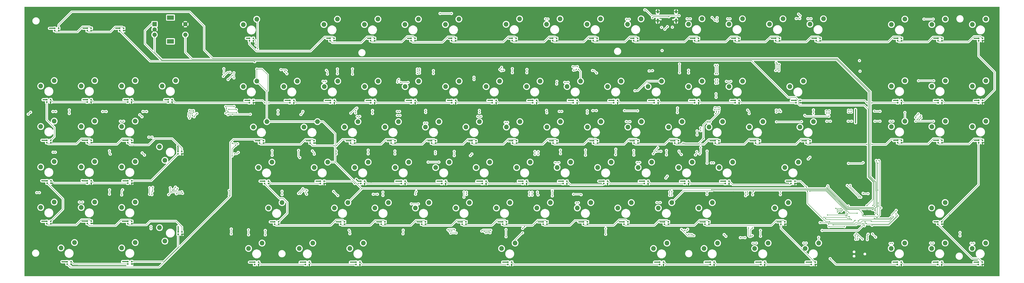
<source format=gbr>
%TF.GenerationSoftware,KiCad,Pcbnew,8.0.1-8.0.1-1~ubuntu22.04.1*%
%TF.CreationDate,2024-03-21T20:32:24+01:00*%
%TF.ProjectId,keyboard_pcb,6b657962-6f61-4726-945f-7063622e6b69,rev?*%
%TF.SameCoordinates,Original*%
%TF.FileFunction,Copper,L1,Top*%
%TF.FilePolarity,Positive*%
%FSLAX46Y46*%
G04 Gerber Fmt 4.6, Leading zero omitted, Abs format (unit mm)*
G04 Created by KiCad (PCBNEW 8.0.1-8.0.1-1~ubuntu22.04.1) date 2024-03-21 20:32:24*
%MOMM*%
%LPD*%
G01*
G04 APERTURE LIST*
%TA.AperFunction,ComponentPad*%
%ADD10C,2.200000*%
%TD*%
%TA.AperFunction,SMDPad,CuDef*%
%ADD11R,0.700000X0.700000*%
%TD*%
%TA.AperFunction,ComponentPad*%
%ADD12R,2.000000X2.000000*%
%TD*%
%TA.AperFunction,ComponentPad*%
%ADD13C,2.000000*%
%TD*%
%TA.AperFunction,ComponentPad*%
%ADD14R,3.200000X2.000000*%
%TD*%
%TA.AperFunction,ComponentPad*%
%ADD15O,1.000000X1.600000*%
%TD*%
%TA.AperFunction,ComponentPad*%
%ADD16O,1.000000X2.100000*%
%TD*%
%TA.AperFunction,ViaPad*%
%ADD17C,0.500000*%
%TD*%
%TA.AperFunction,Conductor*%
%ADD18C,0.127000*%
%TD*%
%TA.AperFunction,Conductor*%
%ADD19C,0.500000*%
%TD*%
%TA.AperFunction,Conductor*%
%ADD20C,0.240000*%
%TD*%
G04 APERTURE END LIST*
D10*
%TO.P,pad4,1,1*%
%TO.N,Col9*%
X84325000Y-154350000D03*
%TO.P,pad4,2,2*%
%TO.N,Net-(D_E106-A)*%
X77975000Y-156890000D03*
%TD*%
D11*
%TO.P,D97,1,VDD*%
%TO.N,VBUS*%
X380945000Y-163580000D03*
%TO.P,D97,2,DOUT*%
%TO.N,Net-(D8-DIN)*%
X380945000Y-164680000D03*
%TO.P,D97,3,VSS*%
%TO.N,GND*%
X382775000Y-164680000D03*
%TO.P,D97,4,DIN*%
%TO.N,Net-(D88-DOUT)*%
X382775000Y-163580000D03*
%TD*%
%TO.P,D101,1,VDD*%
%TO.N,VBUS*%
X202495000Y-201680000D03*
%TO.P,D101,2,DOUT*%
%TO.N,Net-(D100-DIN)*%
X202495000Y-202780000D03*
%TO.P,D101,3,VSS*%
%TO.N,GND*%
X204325000Y-202780000D03*
%TO.P,D101,4,DIN*%
%TO.N,Net-(D101-DIN)*%
X204325000Y-201680000D03*
%TD*%
%TO.P,D78,1,VDD*%
%TO.N,VBUS*%
X376195000Y-144530000D03*
%TO.P,D78,2,DOUT*%
%TO.N,Net-(D78-DOUT)*%
X376195000Y-145630000D03*
%TO.P,D78,3,VSS*%
%TO.N,GND*%
X378025000Y-145630000D03*
%TO.P,D78,4,DIN*%
%TO.N,Net-(D69-DOUT)*%
X378025000Y-144530000D03*
%TD*%
%TO.P,D26,1,VDD*%
%TO.N,VBUS*%
X323695000Y-163580000D03*
%TO.P,D26,2,DOUT*%
%TO.N,Net-(D26-DOUT)*%
X323695000Y-164680000D03*
%TO.P,D26,3,VSS*%
%TO.N,GND*%
X325525000Y-164680000D03*
%TO.P,D26,4,DIN*%
%TO.N,Net-(D17-DOUT)*%
X325525000Y-163580000D03*
%TD*%
D10*
%TO.P,B1,1,1*%
%TO.N,Col4*%
X298700000Y-173650000D03*
%TO.P,B1,2,2*%
%TO.N,Net-(D_E45-A)*%
X292350000Y-176190000D03*
%TD*%
%TO.P,tab1,1,1*%
%TO.N,Col1*%
X184350000Y-135550000D03*
%TO.P,tab1,2,2*%
%TO.N,Net-(D_E14-A)*%
X178000000Y-138090000D03*
%TD*%
D11*
%TO.P,D87,1,VDD*%
%TO.N,VBUS*%
X395245000Y-144530000D03*
%TO.P,D87,2,DOUT*%
%TO.N,Net-(D87-DOUT)*%
X395245000Y-145630000D03*
%TO.P,D87,3,VSS*%
%TO.N,GND*%
X397075000Y-145630000D03*
%TO.P,D87,4,DIN*%
%TO.N,Net-(D78-DOUT)*%
X397075000Y-144530000D03*
%TD*%
%TO.P,D68,1,VDD*%
%TO.N,VBUS*%
X118955000Y-201430000D03*
%TO.P,D68,2,DOUT*%
%TO.N,Net-(D68-DOUT)*%
X118955000Y-202530000D03*
%TO.P,D68,3,VSS*%
%TO.N,GND*%
X120785000Y-202530000D03*
%TO.P,D68,4,DIN*%
%TO.N,Net-(D59-DOUT)*%
X120785000Y-201430000D03*
%TD*%
D10*
%TO.P,numK7,1,1*%
%TO.N,Col5*%
X312900000Y-116500000D03*
%TO.P,numK7,2,2*%
%TO.N,Net-(D_E76-A)*%
X306550000Y-119040000D03*
%TD*%
%TO.P,T1,1,1*%
%TO.N,Col4*%
X284350000Y-135550000D03*
%TO.P,T1,2,2*%
%TO.N,Net-(D_E53-A)*%
X278000000Y-138090000D03*
%TD*%
%TO.P,space1,1,1*%
%TO.N,Col2*%
X301150000Y-192700000D03*
%TO.P,space1,2,2*%
%TO.N,Net-(D_E35-A)*%
X294800000Y-195240000D03*
%TD*%
D11*
%TO.P,D104,1,VDD*%
%TO.N,VBUS*%
X369145000Y-201680000D03*
%TO.P,D104,2,DOUT*%
%TO.N,Net-(D103-DIN)*%
X369145000Y-202780000D03*
%TO.P,D104,3,VSS*%
%TO.N,GND*%
X370975000Y-202780000D03*
%TO.P,D104,4,DIN*%
%TO.N,Net-(D104-DIN)*%
X370975000Y-201680000D03*
%TD*%
%TO.P,D32,1,VDD*%
%TO.N,VBUS*%
X80855000Y-182480000D03*
%TO.P,D32,2,DOUT*%
%TO.N,Net-(D32-DOUT)*%
X80855000Y-183580000D03*
%TO.P,D32,3,VSS*%
%TO.N,GND*%
X82685000Y-183580000D03*
%TO.P,D32,4,DIN*%
%TO.N,Net-(D23-DOUT)*%
X82685000Y-182480000D03*
%TD*%
D10*
%TO.P,F8,1,1*%
%TO.N,Col5*%
X360410000Y-87180000D03*
%TO.P,F8,2,2*%
%TO.N,Net-(D_E58-A)*%
X354060000Y-89720000D03*
%TD*%
D11*
%TO.P,D106,1,VDD*%
%TO.N,VBUS*%
X416745000Y-201680000D03*
%TO.P,D106,2,DOUT*%
%TO.N,Net-(D105-DIN)*%
X416745000Y-202780000D03*
%TO.P,D106,3,VSS*%
%TO.N,GND*%
X418575000Y-202780000D03*
%TO.P,D106,4,DIN*%
%TO.N,Net-(D106-DIN)*%
X418575000Y-201680000D03*
%TD*%
%TO.P,D3,1,VDD*%
%TO.N,VBUS*%
X433295000Y-125580000D03*
%TO.P,D3,2,DOUT*%
%TO.N,Net-(D12-DIN)*%
X433295000Y-126680000D03*
%TO.P,D3,3,VSS*%
%TO.N,GND*%
X435125000Y-126680000D03*
%TO.P,D3,4,DIN*%
%TO.N,Net-(D3-DIN)*%
X435125000Y-125580000D03*
%TD*%
D10*
%TO.P,F3,1,1*%
%TO.N,Col3*%
X255650000Y-87300000D03*
%TO.P,F3,2,2*%
%TO.N,Net-(D_E30-A)*%
X249300000Y-89840000D03*
%TD*%
D11*
%TO.P,D7,1,VDD*%
%TO.N,VBUS*%
X438045000Y-144530000D03*
%TO.P,D7,2,DOUT*%
%TO.N,Net-(D16-DIN)*%
X438045000Y-145630000D03*
%TO.P,D7,3,VSS*%
%TO.N,GND*%
X439875000Y-145630000D03*
%TO.P,D7,4,DIN*%
%TO.N,Net-(D7-DIN)*%
X439875000Y-144530000D03*
%TD*%
D10*
%TO.P,plus1,1,1*%
%TO.N,Col7*%
X408150000Y-116500000D03*
%TO.P,plus1,2,2*%
%TO.N,Net-(D_E70-A)*%
X401800000Y-119040000D03*
%TD*%
D11*
%TO.P,D79,1,VDD*%
%TO.N,VBUS*%
X430945000Y-163580000D03*
%TO.P,D79,2,DOUT*%
%TO.N,Net-(D79-DOUT)*%
X430945000Y-164680000D03*
%TO.P,D79,3,VSS*%
%TO.N,GND*%
X432775000Y-164680000D03*
%TO.P,D79,4,DIN*%
%TO.N,Net-(D70-DOUT)*%
X432775000Y-163580000D03*
%TD*%
D10*
%TO.P,super_right1,1,1*%
%TO.N,Col4*%
X396400000Y-192700000D03*
%TO.P,super_right1,2,2*%
%TO.N,Net-(D_E42-A)*%
X390050000Y-195240000D03*
%TD*%
%TO.P,pad9,1,1*%
%TO.N,Col10*%
X122425000Y-135300000D03*
%TO.P,pad9,2,2*%
%TO.N,Net-(D_E103-A)*%
X116075000Y-137840000D03*
%TD*%
%TO.P,keyN1,1,1*%
%TO.N,Col5*%
X317750000Y-173650000D03*
%TO.P,keyN1,2,2*%
%TO.N,Net-(D_E46-A)*%
X311400000Y-176190000D03*
%TD*%
D11*
%TO.P,D93,1,VDD*%
%TO.N,VBUS*%
X233245000Y-125580000D03*
%TO.P,D93,2,DOUT*%
%TO.N,Net-(D4-DIN)*%
X233245000Y-126680000D03*
%TO.P,D93,3,VSS*%
%TO.N,GND*%
X235075000Y-126680000D03*
%TO.P,D93,4,DIN*%
%TO.N,Net-(D84-DOUT)*%
X235075000Y-125580000D03*
%TD*%
%TO.P,D48,1,VDD*%
%TO.N,VBUS*%
X328495000Y-125580000D03*
%TO.P,D48,2,DOUT*%
%TO.N,Net-(D48-DOUT)*%
X328495000Y-126680000D03*
%TO.P,D48,3,VSS*%
%TO.N,GND*%
X330325000Y-126680000D03*
%TO.P,D48,4,DIN*%
%TO.N,Net-(D13-DOUT)*%
X330325000Y-125580000D03*
%TD*%
D10*
%TO.P,page_up1,1,1*%
%TO.N,Col9*%
X522635000Y-116300000D03*
%TO.P,page_up1,2,2*%
%TO.N,Net-(D_E66-A)*%
X516285000Y-118840000D03*
%TD*%
%TO.P,keyP1,1,1*%
%TO.N,Col7*%
X379650000Y-135550000D03*
%TO.P,keyP1,2,2*%
%TO.N,Net-(D_E81-A)*%
X373300000Y-138090000D03*
%TD*%
D11*
%TO.P,D56,1,VDD*%
%TO.N,VBUS*%
X500095000Y-96330000D03*
%TO.P,D56,2,DOUT*%
%TO.N,Net-(D56-DOUT)*%
X500095000Y-97430000D03*
%TO.P,D56,3,VSS*%
%TO.N,GND*%
X501925000Y-97430000D03*
%TO.P,D56,4,DIN*%
%TO.N,Net-(D47-DOUT)*%
X501925000Y-96330000D03*
%TD*%
%TO.P,D5,1,VDD*%
%TO.N,VBUS*%
X118955000Y-163380000D03*
%TO.P,D5,2,DOUT*%
%TO.N,Net-(D14-DIN)*%
X118955000Y-164480000D03*
%TO.P,D5,3,VSS*%
%TO.N,GND*%
X120785000Y-164480000D03*
%TO.P,D5,4,DIN*%
%TO.N,Net-(D5-DIN)*%
X120785000Y-163380000D03*
%TD*%
D10*
%TO.P,numK3,1,1*%
%TO.N,Col3*%
X236700000Y-116500000D03*
%TO.P,numK3,2,2*%
%TO.N,Net-(D_E31-A)*%
X230350000Y-119040000D03*
%TD*%
%TO.P,numK10_zero1,1,1*%
%TO.N,Col6*%
X370050000Y-116500000D03*
%TO.P,numK10_zero1,2,2*%
%TO.N,Net-(D_E92-A)*%
X363700000Y-119040000D03*
%TD*%
%TO.P,backspace1,1,1*%
%TO.N,Col8*%
X436725000Y-116500000D03*
%TO.P,backspace1,2,2*%
%TO.N,Net-(D_E69-A)*%
X430375000Y-119040000D03*
%TD*%
%TO.P,home1,1,1*%
%TO.N,Col8*%
X503585000Y-116300000D03*
%TO.P,home1,2,2*%
%TO.N,Net-(D_E67-A)*%
X497235000Y-118840000D03*
%TD*%
%TO.P,pad_minus1,1,1*%
%TO.N,Col11*%
X141475000Y-116250000D03*
%TO.P,pad_minus1,2,2*%
%TO.N,Net-(D_E102-A)*%
X135125000Y-118790000D03*
%TD*%
%TO.P,shift1,1,1*%
%TO.N,Col1*%
X191500000Y-173650000D03*
%TO.P,shift1,2,2*%
%TO.N,Net-(D_E16-A)*%
X185150000Y-176190000D03*
%TD*%
%TO.P,numK5,1,1*%
%TO.N,Col4*%
X274800000Y-116500000D03*
%TO.P,numK5,2,2*%
%TO.N,Net-(D_E54-A)*%
X268450000Y-119040000D03*
%TD*%
D11*
%TO.P,D92,1,VDD*%
%TO.N,VBUS*%
X481095000Y-125580000D03*
%TO.P,D92,2,DOUT*%
%TO.N,Net-(D3-DIN)*%
X481095000Y-126680000D03*
%TO.P,D92,3,VSS*%
%TO.N,GND*%
X482925000Y-126680000D03*
%TO.P,D92,4,DIN*%
%TO.N,Net-(D83-DOUT)*%
X482925000Y-125580000D03*
%TD*%
%TO.P,D27,1,VDD*%
%TO.N,VBUS*%
X257145000Y-182680000D03*
%TO.P,D27,2,DOUT*%
%TO.N,Net-(D27-DOUT)*%
X257145000Y-183780000D03*
%TO.P,D27,3,VSS*%
%TO.N,GND*%
X258975000Y-183780000D03*
%TO.P,D27,4,DIN*%
%TO.N,Net-(D18-DOUT)*%
X258975000Y-182680000D03*
%TD*%
%TO.P,D28,1,VDD*%
%TO.N,VBUS*%
X176145000Y-96330000D03*
%TO.P,D28,2,DOUT*%
%TO.N,Net-(D28-DOUT)*%
X176145000Y-97430000D03*
%TO.P,D28,3,VSS*%
%TO.N,GND*%
X177975000Y-97430000D03*
%TO.P,D28,4,DIN*%
%TO.N,Net-(D19-DOUT)*%
X177975000Y-96330000D03*
%TD*%
D10*
%TO.P,W1,1,1*%
%TO.N,Col2*%
X227200000Y-135550000D03*
%TO.P,W1,2,2*%
%TO.N,Net-(D_E27-A)*%
X220850000Y-138090000D03*
%TD*%
D11*
%TO.P,D95,1,VDD*%
%TO.N,VBUS*%
X204695000Y-144530000D03*
%TO.P,D95,2,DOUT*%
%TO.N,Net-(D6-DIN)*%
X204695000Y-145630000D03*
%TO.P,D95,3,VSS*%
%TO.N,GND*%
X206525000Y-145630000D03*
%TO.P,D95,4,DIN*%
%TO.N,Net-(D86-DOUT)*%
X206525000Y-144530000D03*
%TD*%
D10*
%TO.P,keyD1,1,1*%
%TO.N,Col3*%
X251050000Y-154600000D03*
%TO.P,keyD1,2,2*%
%TO.N,Net-(D_E33-A)*%
X244700000Y-157140000D03*
%TD*%
D11*
%TO.P,D75,1,VDD*%
%TO.N,VBUS*%
X271345000Y-125580000D03*
%TO.P,D75,2,DOUT*%
%TO.N,Net-(D75-DOUT)*%
X271345000Y-126680000D03*
%TO.P,D75,3,VSS*%
%TO.N,GND*%
X273175000Y-126680000D03*
%TO.P,D75,4,DIN*%
%TO.N,Net-(D66-DOUT)*%
X273175000Y-125580000D03*
%TD*%
%TO.P,D96,1,VDD*%
%TO.N,VBUS*%
X414245000Y-144530000D03*
%TO.P,D96,2,DOUT*%
%TO.N,Net-(D7-DIN)*%
X414245000Y-145630000D03*
%TO.P,D96,3,VSS*%
%TO.N,GND*%
X416075000Y-145630000D03*
%TO.P,D96,4,DIN*%
%TO.N,Net-(D87-DOUT)*%
X416075000Y-144530000D03*
%TD*%
D10*
%TO.P,L1,1,1*%
%TO.N,Col6*%
X365350000Y-154600000D03*
%TO.P,L1,2,2*%
%TO.N,Net-(D_E91-A)*%
X359000000Y-157140000D03*
%TD*%
D11*
%TO.P,D44,1,VDD*%
%TO.N,VBUS*%
X285695000Y-163580000D03*
%TO.P,D44,2,DOUT*%
%TO.N,Net-(D44-DOUT)*%
X285695000Y-164680000D03*
%TO.P,D44,3,VSS*%
%TO.N,GND*%
X287525000Y-164680000D03*
%TO.P,D44,4,DIN*%
%TO.N,Net-(D35-DOUT)*%
X287525000Y-163580000D03*
%TD*%
D10*
%TO.P,insert1,1,1*%
%TO.N,Col8*%
X484535000Y-116300000D03*
%TO.P,insert1,2,2*%
%TO.N,Net-(D_E68-A)*%
X478185000Y-118840000D03*
%TD*%
%TO.P,F11,1,1*%
%TO.N,Col7*%
X427150000Y-87150000D03*
%TO.P,F11,2,2*%
%TO.N,Net-(D_E61-A)*%
X420800000Y-89690000D03*
%TD*%
%TO.P,F9,1,1*%
%TO.N,Col6*%
X389050000Y-87150000D03*
%TO.P,F9,2,2*%
%TO.N,Net-(D_E59-A)*%
X382700000Y-89690000D03*
%TD*%
D11*
%TO.P,D86,1,VDD*%
%TO.N,VBUS*%
X180895000Y-144530000D03*
%TO.P,D86,2,DOUT*%
%TO.N,Net-(D86-DOUT)*%
X180895000Y-145630000D03*
%TO.P,D86,3,VSS*%
%TO.N,GND*%
X182725000Y-145630000D03*
%TO.P,D86,4,DIN*%
%TO.N,Net-(D77-DOUT)*%
X182725000Y-144530000D03*
%TD*%
%TO.P,D81,1,VDD*%
%TO.N,VBUS*%
X371395000Y-182680000D03*
%TO.P,D81,2,DOUT*%
%TO.N,Net-(D81-DOUT)*%
X371395000Y-183780000D03*
%TO.P,D81,3,VSS*%
%TO.N,GND*%
X373225000Y-183780000D03*
%TO.P,D81,4,DIN*%
%TO.N,Net-(D72-DOUT)*%
X373225000Y-182680000D03*
%TD*%
%TO.P,D50,1,VDD*%
%TO.N,VBUS*%
X118955000Y-182480000D03*
%TO.P,D50,2,DOUT*%
%TO.N,Net-(D50-DOUT)*%
X118955000Y-183580000D03*
%TO.P,D50,3,VSS*%
%TO.N,GND*%
X120785000Y-183580000D03*
%TO.P,D50,4,DIN*%
%TO.N,Net-(D41-DOUT)*%
X120785000Y-182480000D03*
%TD*%
%TO.P,D84,1,VDD*%
%TO.N,VBUS*%
X252295000Y-125580000D03*
%TO.P,D84,2,DOUT*%
%TO.N,Net-(D84-DOUT)*%
X252295000Y-126680000D03*
%TO.P,D84,3,VSS*%
%TO.N,GND*%
X254125000Y-126680000D03*
%TO.P,D84,4,DIN*%
%TO.N,Net-(D75-DOUT)*%
X254125000Y-125580000D03*
%TD*%
D10*
%TO.P,keyX1,1,1*%
%TO.N,Col2*%
X241550000Y-173650000D03*
%TO.P,keyX1,2,2*%
%TO.N,Net-(D_E25-A)*%
X235200000Y-176190000D03*
%TD*%
D11*
%TO.P,D6,1,VDD*%
%TO.N,VBUS*%
X223745000Y-144530000D03*
%TO.P,D6,2,DOUT*%
%TO.N,Net-(D15-DIN)*%
X223745000Y-145630000D03*
%TO.P,D6,3,VSS*%
%TO.N,GND*%
X225575000Y-145630000D03*
%TO.P,D6,4,DIN*%
%TO.N,Net-(D6-DIN)*%
X225575000Y-144530000D03*
%TD*%
D10*
%TO.P,control_left1,1,1*%
%TO.N,Col1*%
X182100000Y-192700000D03*
%TO.P,control_left1,2,2*%
%TO.N,Net-(D_E17-A)*%
X175750000Y-195240000D03*
%TD*%
D11*
%TO.P,D11,1,VDD*%
%TO.N,VBUS*%
X385595000Y-96330000D03*
%TO.P,D11,2,DOUT*%
%TO.N,Net-(D11-DOUT)*%
X385595000Y-97430000D03*
%TO.P,D11,3,VSS*%
%TO.N,GND*%
X387425000Y-97430000D03*
%TO.P,D11,4,DIN*%
%TO.N,Net-(D11-DIN)*%
X387425000Y-96330000D03*
%TD*%
D10*
%TO.P,alt_left1,1,1*%
%TO.N,Col2*%
X229750000Y-192700000D03*
%TO.P,alt_left1,2,2*%
%TO.N,Net-(D_E24-A)*%
X223400000Y-195240000D03*
%TD*%
D11*
%TO.P,D45,1,VDD*%
%TO.N,VBUS*%
X295245000Y-182680000D03*
%TO.P,D45,2,DOUT*%
%TO.N,Net-(D45-DOUT)*%
X295245000Y-183780000D03*
%TO.P,D45,3,VSS*%
%TO.N,GND*%
X297075000Y-183780000D03*
%TO.P,D45,4,DIN*%
%TO.N,Net-(D36-DOUT)*%
X297075000Y-182680000D03*
%TD*%
%TO.P,D76,1,VDD*%
%TO.N,VBUS*%
X99905000Y-144330000D03*
%TO.P,D76,2,DOUT*%
%TO.N,Net-(D76-DOUT)*%
X99905000Y-145430000D03*
%TO.P,D76,3,VSS*%
%TO.N,GND*%
X101735000Y-145430000D03*
%TO.P,D76,4,DIN*%
%TO.N,Net-(D67-DOUT)*%
X101735000Y-144330000D03*
%TD*%
D10*
%TO.P,pad8,1,1*%
%TO.N,Col10*%
X103375000Y-135300000D03*
%TO.P,pad8,2,2*%
%TO.N,Net-(D_E104-A)*%
X97025000Y-137840000D03*
%TD*%
%TO.P,super_left1,1,1*%
%TO.N,Col1*%
X205950000Y-192700000D03*
%TO.P,super_left1,2,2*%
%TO.N,Net-(D_E23-A)*%
X199600000Y-195240000D03*
%TD*%
D11*
%TO.P,D67,1,VDD*%
%TO.N,VBUS*%
X80855000Y-144330000D03*
%TO.P,D67,2,DOUT*%
%TO.N,Net-(D67-DOUT)*%
X80855000Y-145430000D03*
%TO.P,D67,3,VSS*%
%TO.N,GND*%
X82685000Y-145430000D03*
%TO.P,D67,4,DIN*%
%TO.N,Net-(D58-DOUT)*%
X82685000Y-144330000D03*
%TD*%
D10*
%TO.P,keyJ2,1,1*%
%TO.N,Col5*%
X327250000Y-154600000D03*
%TO.P,keyJ2,2,2*%
%TO.N,Net-(D_E93-A)*%
X320900000Y-157140000D03*
%TD*%
%TO.P,F7,1,1*%
%TO.N,Col5*%
X341360000Y-87180000D03*
%TO.P,F7,2,2*%
%TO.N,Net-(D_E57-A)*%
X335010000Y-89720000D03*
%TD*%
D11*
%TO.P,D13,1,VDD*%
%TO.N,VBUS*%
X347545000Y-125580000D03*
%TO.P,D13,2,DOUT*%
%TO.N,Net-(D13-DOUT)*%
X347545000Y-126680000D03*
%TO.P,D13,3,VSS*%
%TO.N,GND*%
X349375000Y-126680000D03*
%TO.P,D13,4,DIN*%
%TO.N,Net-(D13-DIN)*%
X349375000Y-125580000D03*
%TD*%
%TO.P,D89,1,VDD*%
%TO.N,VBUS*%
X183295000Y-163580000D03*
%TO.P,D89,2,DOUT*%
%TO.N,Net-(D89-DOUT)*%
X183295000Y-164680000D03*
%TO.P,D89,3,VSS*%
%TO.N,GND*%
X185125000Y-164680000D03*
%TO.P,D89,4,DIN*%
%TO.N,Net-(D80-DOUT)*%
X185125000Y-163580000D03*
%TD*%
%TO.P,D23,1,VDD*%
%TO.N,VBUS*%
X80955000Y-163380000D03*
%TO.P,D23,2,DOUT*%
%TO.N,Net-(D23-DOUT)*%
X80955000Y-164480000D03*
%TO.P,D23,3,VSS*%
%TO.N,GND*%
X82785000Y-164480000D03*
%TO.P,D23,4,DIN*%
%TO.N,Net-(D14-DOUT)*%
X82785000Y-163380000D03*
%TD*%
D10*
%TO.P,O1,1,1*%
%TO.N,Col6*%
X360550000Y-135550000D03*
%TO.P,O1,2,2*%
%TO.N,Net-(D_E80-A)*%
X354200000Y-138090000D03*
%TD*%
%TO.P,backslash1,1,1*%
%TO.N,Col8*%
X441500000Y-135550000D03*
%TO.P,backslash1,2,2*%
%TO.N,Net-(D_E84-A)*%
X435150000Y-138090000D03*
%TD*%
D11*
%TO.P,D42,1,VDD*%
%TO.N,VBUS*%
X299945000Y-144530000D03*
%TO.P,D42,2,DOUT*%
%TO.N,Net-(D42-DOUT)*%
X299945000Y-145630000D03*
%TO.P,D42,3,VSS*%
%TO.N,GND*%
X301775000Y-145630000D03*
%TO.P,D42,4,DIN*%
%TO.N,Net-(D33-DOUT)*%
X301775000Y-144530000D03*
%TD*%
%TO.P,D52,1,VDD*%
%TO.N,VBUS*%
X519045000Y-201680000D03*
%TO.P,D52,2,DOUT*%
%TO.N,Net-(D52-DOUT)*%
X519045000Y-202780000D03*
%TO.P,D52,3,VSS*%
%TO.N,GND*%
X520875000Y-202780000D03*
%TO.P,D52,4,DIN*%
%TO.N,Net-(D43-DOUT)*%
X520875000Y-201680000D03*
%TD*%
D10*
%TO.P,quote1,1,1*%
%TO.N,Col7*%
X403450000Y-154600000D03*
%TO.P,quote1,2,2*%
%TO.N,Net-(D_E89-A)*%
X397100000Y-157140000D03*
%TD*%
%TO.P,keyU5,1,1*%
%TO.N,Col5*%
X322450000Y-135550000D03*
%TO.P,keyU5,2,2*%
%TO.N,Net-(D_E78-A)*%
X316100000Y-138090000D03*
%TD*%
D11*
%TO.P,D64,1,VDD*%
%TO.N,VBUS*%
X271245000Y-96330000D03*
%TO.P,D64,2,DOUT*%
%TO.N,Net-(D64-DOUT)*%
X271245000Y-97430000D03*
%TO.P,D64,3,VSS*%
%TO.N,GND*%
X273075000Y-97430000D03*
%TO.P,D64,4,DIN*%
%TO.N,Net-(D55-DOUT)*%
X273075000Y-96330000D03*
%TD*%
%TO.P,D31,1,VDD*%
%TO.N,VBUS*%
X137955000Y-125230000D03*
%TO.P,D31,2,DOUT*%
%TO.N,Net-(D31-DOUT)*%
X137955000Y-126330000D03*
%TO.P,D31,3,VSS*%
%TO.N,GND*%
X139785000Y-126330000D03*
%TO.P,D31,4,DIN*%
%TO.N,Net-(D22-DOUT)*%
X139785000Y-125230000D03*
%TD*%
%TO.P,D105,1,VDD*%
%TO.N,VBUS*%
X392945000Y-201680000D03*
%TO.P,D105,2,DOUT*%
%TO.N,Net-(D104-DIN)*%
X392945000Y-202780000D03*
%TO.P,D105,3,VSS*%
%TO.N,GND*%
X394775000Y-202780000D03*
%TO.P,D105,4,DIN*%
%TO.N,Net-(D105-DIN)*%
X394775000Y-201680000D03*
%TD*%
%TO.P,D15,1,VDD*%
%TO.N,VBUS*%
X242795000Y-144530000D03*
%TO.P,D15,2,DOUT*%
%TO.N,Net-(D15-DOUT)*%
X242795000Y-145630000D03*
%TO.P,D15,3,VSS*%
%TO.N,GND*%
X244625000Y-145630000D03*
%TO.P,D15,4,DIN*%
%TO.N,Net-(D15-DIN)*%
X244625000Y-144530000D03*
%TD*%
D10*
%TO.P,A1,1,1*%
%TO.N,Col1*%
X212950000Y-154600000D03*
%TO.P,A1,2,2*%
%TO.N,Net-(D_E21-A)*%
X206600000Y-157140000D03*
%TD*%
D11*
%TO.P,D22,1,VDD*%
%TO.N,VBUS*%
X176145000Y-125580000D03*
%TO.P,D22,2,DOUT*%
%TO.N,Net-(D22-DOUT)*%
X176145000Y-126680000D03*
%TO.P,D22,3,VSS*%
%TO.N,GND*%
X177975000Y-126680000D03*
%TO.P,D22,4,DIN*%
%TO.N,Net-(D22-DIN)*%
X177975000Y-125580000D03*
%TD*%
%TO.P,D85,1,VDD*%
%TO.N,VBUS*%
X118955000Y-144330000D03*
%TO.P,D85,2,DOUT*%
%TO.N,Net-(D85-DOUT)*%
X118955000Y-145430000D03*
%TO.P,D85,3,VSS*%
%TO.N,GND*%
X120785000Y-145430000D03*
%TO.P,D85,4,DIN*%
%TO.N,Net-(D76-DOUT)*%
X120785000Y-144330000D03*
%TD*%
D10*
%TO.P,keyF1,1,1*%
%TO.N,Col3*%
X270100000Y-154600000D03*
%TO.P,keyF1,2,2*%
%TO.N,Net-(D_E39-A)*%
X263750000Y-157140000D03*
%TD*%
D11*
%TO.P,D40,1,VDD*%
%TO.N,VBUS*%
X118905000Y-125230000D03*
%TO.P,D40,2,DOUT*%
%TO.N,Net-(D40-DOUT)*%
X118905000Y-126330000D03*
%TO.P,D40,3,VSS*%
%TO.N,GND*%
X120735000Y-126330000D03*
%TO.P,D40,4,DIN*%
%TO.N,Net-(D31-DOUT)*%
X120735000Y-125230000D03*
%TD*%
%TO.P,D38,1,VDD*%
%TO.N,VBUS*%
X442795000Y-96330000D03*
%TO.P,D38,2,DOUT*%
%TO.N,Net-(D38-DOUT)*%
X442795000Y-97430000D03*
%TO.P,D38,3,VSS*%
%TO.N,GND*%
X444625000Y-97430000D03*
%TO.P,D38,4,DIN*%
%TO.N,Net-(D29-DOUT)*%
X444625000Y-96330000D03*
%TD*%
D10*
%TO.P,F4,1,1*%
%TO.N,Col3*%
X274700000Y-87300000D03*
%TO.P,F4,2,2*%
%TO.N,Net-(D_E36-A)*%
X268350000Y-89840000D03*
%TD*%
D11*
%TO.P,D73,1,VDD*%
%TO.N,VBUS*%
X299795000Y-96330000D03*
%TO.P,D73,2,DOUT*%
%TO.N,Net-(D73-DOUT)*%
X299795000Y-97430000D03*
%TO.P,D73,3,VSS*%
%TO.N,GND*%
X301625000Y-97430000D03*
%TO.P,D73,4,DIN*%
%TO.N,Net-(D64-DOUT)*%
X301625000Y-96330000D03*
%TD*%
%TO.P,D77,1,VDD*%
%TO.N,VBUS*%
X90405000Y-201480000D03*
%TO.P,D77,2,DOUT*%
%TO.N,Net-(D77-DOUT)*%
X90405000Y-202580000D03*
%TO.P,D77,3,VSS*%
%TO.N,GND*%
X92235000Y-202580000D03*
%TO.P,D77,4,DIN*%
%TO.N,Net-(D68-DOUT)*%
X92235000Y-201480000D03*
%TD*%
%TO.P,D43,1,VDD*%
%TO.N,VBUS*%
X499995000Y-182680000D03*
%TO.P,D43,2,DOUT*%
%TO.N,Net-(D43-DOUT)*%
X499995000Y-183780000D03*
%TO.P,D43,3,VSS*%
%TO.N,GND*%
X501825000Y-183780000D03*
%TO.P,D43,4,DIN*%
%TO.N,Net-(D34-DOUT)*%
X501825000Y-182680000D03*
%TD*%
%TO.P,D63,1,VDD*%
%TO.N,VBUS*%
X333295000Y-182680000D03*
%TO.P,D63,2,DOUT*%
%TO.N,Net-(D63-DOUT)*%
X333295000Y-183780000D03*
%TO.P,D63,3,VSS*%
%TO.N,GND*%
X335125000Y-183780000D03*
%TO.P,D63,4,DIN*%
%TO.N,Net-(D54-DOUT)*%
X335125000Y-182680000D03*
%TD*%
D10*
%TO.P,down1,1,1*%
%TO.N,Col9*%
X503450000Y-192650000D03*
%TO.P,down1,2,2*%
%TO.N,Net-(D_E97-A)*%
X497100000Y-195190000D03*
%TD*%
%TO.P,pad2,1,1*%
%TO.N,Col10*%
X103375000Y-173400000D03*
%TO.P,pad2,2,2*%
%TO.N,Net-(D_E111-A)*%
X97025000Y-175940000D03*
%TD*%
D11*
%TO.P,D36,1,VDD*%
%TO.N,VBUS*%
X276195000Y-182680000D03*
%TO.P,D36,2,DOUT*%
%TO.N,Net-(D36-DOUT)*%
X276195000Y-183780000D03*
%TO.P,D36,3,VSS*%
%TO.N,GND*%
X278025000Y-183780000D03*
%TO.P,D36,4,DIN*%
%TO.N,Net-(D27-DOUT)*%
X278025000Y-182680000D03*
%TD*%
D10*
%TO.P,caps1,1,1*%
%TO.N,Col1*%
X186750000Y-154600000D03*
%TO.P,caps1,2,2*%
%TO.N,Net-(D_E15-A)*%
X180400000Y-157140000D03*
%TD*%
D11*
%TO.P,D98,1,VDD*%
%TO.N,VBUS*%
X188045000Y-182680000D03*
%TO.P,D98,2,DOUT*%
%TO.N,Net-(D9-DIN)*%
X188045000Y-183780000D03*
%TO.P,D98,3,VSS*%
%TO.N,GND*%
X189875000Y-183780000D03*
%TO.P,D98,4,DIN*%
%TO.N,Net-(D89-DOUT)*%
X189875000Y-182680000D03*
%TD*%
%TO.P,D29,1,VDD*%
%TO.N,VBUS*%
X423695000Y-96330000D03*
%TO.P,D29,2,DOUT*%
%TO.N,Net-(D29-DOUT)*%
X423695000Y-97430000D03*
%TO.P,D29,3,VSS*%
%TO.N,GND*%
X425525000Y-97430000D03*
%TO.P,D29,4,DIN*%
%TO.N,Net-(D20-DOUT)*%
X425525000Y-96330000D03*
%TD*%
D10*
%TO.P,keyM1,1,1*%
%TO.N,Col5*%
X336750000Y-173650000D03*
%TO.P,keyM1,2,2*%
%TO.N,Net-(D_E47-A)*%
X330400000Y-176190000D03*
%TD*%
%TO.P,up1,1,1*%
%TO.N,Col9*%
X503450000Y-173600000D03*
%TO.P,up1,2,2*%
%TO.N,Net-(D_E96-A)*%
X497100000Y-176140000D03*
%TD*%
D11*
%TO.P,D70,1,VDD*%
%TO.N,VBUS*%
X480995000Y-201680000D03*
%TO.P,D70,2,DOUT*%
%TO.N,Net-(D70-DOUT)*%
X480995000Y-202780000D03*
%TO.P,D70,3,VSS*%
%TO.N,GND*%
X482825000Y-202780000D03*
%TO.P,D70,4,DIN*%
%TO.N,Net-(D61-DOUT)*%
X482825000Y-201680000D03*
%TD*%
D10*
%TO.P,sq_br_close1,1,1*%
%TO.N,Col8*%
X417700000Y-135550000D03*
%TO.P,sq_br_close1,2,2*%
%TO.N,Net-(D_E83-A)*%
X411350000Y-138090000D03*
%TD*%
D11*
%TO.P,D20,1,VDD*%
%TO.N,VBUS*%
X404645000Y-96330000D03*
%TO.P,D20,2,DOUT*%
%TO.N,Net-(D20-DOUT)*%
X404645000Y-97430000D03*
%TO.P,D20,3,VSS*%
%TO.N,GND*%
X406475000Y-97430000D03*
%TO.P,D20,4,DIN*%
%TO.N,Net-(D11-DOUT)*%
X406475000Y-96330000D03*
%TD*%
D10*
%TO.P,pad_div1,1,1*%
%TO.N,Col10*%
X103375000Y-116250000D03*
%TO.P,pad_div1,2,2*%
%TO.N,Net-(D_E100-A)*%
X97025000Y-118790000D03*
%TD*%
D11*
%TO.P,D14,1,VDD*%
%TO.N,VBUS*%
X99905000Y-163380000D03*
%TO.P,D14,2,DOUT*%
%TO.N,Net-(D14-DOUT)*%
X99905000Y-164480000D03*
%TO.P,D14,3,VSS*%
%TO.N,GND*%
X101735000Y-164480000D03*
%TO.P,D14,4,DIN*%
%TO.N,Net-(D14-DIN)*%
X101735000Y-163380000D03*
%TD*%
D10*
%TO.P,scroll1,1,1*%
%TO.N,Col8*%
X503535000Y-87300000D03*
%TO.P,scroll1,2,2*%
%TO.N,Net-(D_E64-A)*%
X497185000Y-89840000D03*
%TD*%
D11*
%TO.P,D59,1,VDD*%
%TO.N,VBUS*%
X142605000Y-187430000D03*
%TO.P,D59,2,DOUT*%
%TO.N,Net-(D59-DOUT)*%
X142605000Y-188530000D03*
%TO.P,D59,3,VSS*%
%TO.N,GND*%
X144435000Y-188530000D03*
%TO.P,D59,4,DIN*%
%TO.N,Net-(D50-DOUT)*%
X144435000Y-187430000D03*
%TD*%
D10*
%TO.P,numK6,1,1*%
%TO.N,Col4*%
X293850000Y-116500000D03*
%TO.P,numK6,2,2*%
%TO.N,Net-(D_E75-A)*%
X287500000Y-119040000D03*
%TD*%
D11*
%TO.P,D24,1,VDD*%
%TO.N,VBUS*%
X261845000Y-144530000D03*
%TO.P,D24,2,DOUT*%
%TO.N,Net-(D24-DOUT)*%
X261845000Y-145630000D03*
%TO.P,D24,3,VSS*%
%TO.N,GND*%
X263675000Y-145630000D03*
%TO.P,D24,4,DIN*%
%TO.N,Net-(D15-DOUT)*%
X263675000Y-144530000D03*
%TD*%
D10*
%TO.P,G1,1,1*%
%TO.N,Col4*%
X289150000Y-154600000D03*
%TO.P,G1,2,2*%
%TO.N,Net-(D_E52-A)*%
X282800000Y-157140000D03*
%TD*%
D11*
%TO.P,D1,1,VDD*%
%TO.N,VBUS*%
X84555000Y-91630000D03*
%TO.P,D1,2,DOUT*%
%TO.N,Net-(D1-DOUT)*%
X84555000Y-92730000D03*
%TO.P,D1,3,VSS*%
%TO.N,GND*%
X86385000Y-92730000D03*
%TO.P,D1,4,DIN*%
%TO.N,data_led*%
X86385000Y-91630000D03*
%TD*%
%TO.P,D53,1,VDD*%
%TO.N,VBUS*%
X266645000Y-163580000D03*
%TO.P,D53,2,DOUT*%
%TO.N,Net-(D53-DOUT)*%
X266645000Y-164680000D03*
%TO.P,D53,3,VSS*%
%TO.N,GND*%
X268475000Y-164680000D03*
%TO.P,D53,4,DIN*%
%TO.N,Net-(D44-DOUT)*%
X268475000Y-163580000D03*
%TD*%
D10*
%TO.P,right_shift1,1,1*%
%TO.N,Col7*%
X429650000Y-173650000D03*
%TO.P,right_shift1,2,2*%
%TO.N,Net-(D_E51-A)*%
X423300000Y-176190000D03*
%TD*%
%TO.P,pad3,1,1*%
%TO.N,Col10*%
X122425000Y-173400000D03*
%TO.P,pad3,2,2*%
%TO.N,Net-(D_E110-A)*%
X116075000Y-175940000D03*
%TD*%
%TO.P,pad6,1,1*%
%TO.N,Col10*%
X122425000Y-154350000D03*
%TO.P,pad6,2,2*%
%TO.N,Net-(D_E108-A)*%
X116075000Y-156890000D03*
%TD*%
%TO.P,ESC1,1,1*%
%TO.N,Col1*%
X179600000Y-87350000D03*
%TO.P,ESC1,2,2*%
%TO.N,Net-(D_E12-A)*%
X173250000Y-89890000D03*
%TD*%
%TO.P,R1,1,1*%
%TO.N,Col3*%
X265300000Y-135550000D03*
%TO.P,R1,2,2*%
%TO.N,Net-(D_E38-A)*%
X258950000Y-138090000D03*
%TD*%
D11*
%TO.P,D82,1,VDD*%
%TO.N,VBUS*%
X318845000Y-96330000D03*
%TO.P,D82,2,DOUT*%
%TO.N,Net-(D82-DOUT)*%
X318845000Y-97430000D03*
%TO.P,D82,3,VSS*%
%TO.N,GND*%
X320675000Y-97430000D03*
%TO.P,D82,4,DIN*%
%TO.N,Net-(D73-DOUT)*%
X320675000Y-96330000D03*
%TD*%
D10*
%TO.P,end1,1,1*%
%TO.N,Col8*%
X503585000Y-135350000D03*
%TO.P,end1,2,2*%
%TO.N,Net-(D_E86-A)*%
X497235000Y-137890000D03*
%TD*%
%TO.P,slash1,1,1*%
%TO.N,Col7*%
X393900000Y-173650000D03*
%TO.P,slash1,2,2*%
%TO.N,Net-(D_E50-A)*%
X387550000Y-176190000D03*
%TD*%
%TO.P,semicolon1,1,1*%
%TO.N,Col7*%
X384400000Y-154600000D03*
%TO.P,semicolon1,2,2*%
%TO.N,Net-(D_E90-A)*%
X378050000Y-157140000D03*
%TD*%
%TO.P,numK8,1,1*%
%TO.N,Col5*%
X331950000Y-116500000D03*
%TO.P,numK8,2,2*%
%TO.N,Net-(D_E74-A)*%
X325600000Y-119040000D03*
%TD*%
D11*
%TO.P,D4,1,VDD*%
%TO.N,VBUS*%
X214245000Y-125580000D03*
%TO.P,D4,2,DOUT*%
%TO.N,Net-(D39-DIN)*%
X214245000Y-126680000D03*
%TO.P,D4,3,VSS*%
%TO.N,GND*%
X216075000Y-126680000D03*
%TO.P,D4,4,DIN*%
%TO.N,Net-(D4-DIN)*%
X216075000Y-125580000D03*
%TD*%
%TO.P,D99,1,VDD*%
%TO.N,VBUS*%
X426195000Y-182680000D03*
%TO.P,D99,2,DOUT*%
%TO.N,Net-(D107-DIN)*%
X426195000Y-183780000D03*
%TO.P,D99,3,VSS*%
%TO.N,GND*%
X428025000Y-183780000D03*
%TO.P,D99,4,DIN*%
%TO.N,Net-(D90-DOUT)*%
X428025000Y-182680000D03*
%TD*%
D10*
%TO.P,F10,1,1*%
%TO.N,Col6*%
X408100000Y-87150000D03*
%TO.P,F10,2,2*%
%TO.N,Net-(D_E60-A)*%
X401750000Y-89690000D03*
%TD*%
D11*
%TO.P,D51,1,VDD*%
%TO.N,VBUS*%
X318995000Y-144530000D03*
%TO.P,D51,2,DOUT*%
%TO.N,Net-(D51-DOUT)*%
X318995000Y-145630000D03*
%TO.P,D51,3,VSS*%
%TO.N,GND*%
X320825000Y-145630000D03*
%TO.P,D51,4,DIN*%
%TO.N,Net-(D42-DOUT)*%
X320825000Y-144530000D03*
%TD*%
%TO.P,D12,1,VDD*%
%TO.N,VBUS*%
X404695000Y-125580000D03*
%TO.P,D12,2,DOUT*%
%TO.N,Net-(D12-DOUT)*%
X404695000Y-126680000D03*
%TO.P,D12,3,VSS*%
%TO.N,GND*%
X406525000Y-126680000D03*
%TO.P,D12,4,DIN*%
%TO.N,Net-(D12-DIN)*%
X406525000Y-125580000D03*
%TD*%
%TO.P,D62,1,VDD*%
%TO.N,VBUS*%
X247595000Y-163580000D03*
%TO.P,D62,2,DOUT*%
%TO.N,Net-(D62-DOUT)*%
X247595000Y-164680000D03*
%TO.P,D62,3,VSS*%
%TO.N,GND*%
X249425000Y-164680000D03*
%TO.P,D62,4,DIN*%
%TO.N,Net-(D53-DOUT)*%
X249425000Y-163580000D03*
%TD*%
%TO.P,D10,1,VDD*%
%TO.N,VBUS*%
X99855000Y-91630000D03*
%TO.P,D10,2,DOUT*%
%TO.N,Net-(D10-DOUT)*%
X99855000Y-92730000D03*
%TO.P,D10,3,VSS*%
%TO.N,GND*%
X101685000Y-92730000D03*
%TO.P,D10,4,DIN*%
%TO.N,Net-(D1-DOUT)*%
X101685000Y-91630000D03*
%TD*%
%TO.P,D54,1,VDD*%
%TO.N,VBUS*%
X314295000Y-182680000D03*
%TO.P,D54,2,DOUT*%
%TO.N,Net-(D54-DOUT)*%
X314295000Y-183780000D03*
%TO.P,D54,3,VSS*%
%TO.N,GND*%
X316125000Y-183780000D03*
%TO.P,D54,4,DIN*%
%TO.N,Net-(D45-DOUT)*%
X316125000Y-182680000D03*
%TD*%
%TO.P,D61,1,VDD*%
%TO.N,VBUS*%
X499995000Y-201680000D03*
%TO.P,D61,2,DOUT*%
%TO.N,Net-(D61-DOUT)*%
X499995000Y-202780000D03*
%TO.P,D61,3,VSS*%
%TO.N,GND*%
X501825000Y-202780000D03*
%TO.P,D61,4,DIN*%
%TO.N,Net-(D52-DOUT)*%
X501825000Y-201680000D03*
%TD*%
D10*
%TO.P,right1,1,1*%
%TO.N,Col9*%
X522500000Y-192650000D03*
%TO.P,right1,2,2*%
%TO.N,Net-(D_E98-A)*%
X516150000Y-195190000D03*
%TD*%
%TO.P,keyC1,1,1*%
%TO.N,Col2*%
X260600000Y-173650000D03*
%TO.P,keyC1,2,2*%
%TO.N,Net-(D_E34-A)*%
X254250000Y-176190000D03*
%TD*%
%TO.P,V1,1,1*%
%TO.N,Col3*%
X279650000Y-173650000D03*
%TO.P,V1,2,2*%
%TO.N,Net-(D_E40-A)*%
X273300000Y-176190000D03*
%TD*%
D11*
%TO.P,D41,1,VDD*%
%TO.N,VBUS*%
X99905000Y-182380000D03*
%TO.P,D41,2,DOUT*%
%TO.N,Net-(D41-DOUT)*%
X99905000Y-183480000D03*
%TO.P,D41,3,VSS*%
%TO.N,GND*%
X101735000Y-183480000D03*
%TO.P,D41,4,DIN*%
%TO.N,Net-(D32-DOUT)*%
X101735000Y-182380000D03*
%TD*%
D10*
%TO.P,pad1,1,1*%
%TO.N,Col10*%
X84325000Y-173400000D03*
%TO.P,pad1,2,2*%
%TO.N,Net-(D_E112-A)*%
X77975000Y-175940000D03*
%TD*%
D11*
%TO.P,D107,1,VDD*%
%TO.N,VBUS*%
X440495000Y-201680000D03*
%TO.P,D107,2,DOUT*%
%TO.N,Net-(D106-DIN)*%
X440495000Y-202780000D03*
%TO.P,D107,3,VSS*%
%TO.N,GND*%
X442325000Y-202780000D03*
%TO.P,D107,4,DIN*%
%TO.N,Net-(D107-DIN)*%
X442325000Y-201680000D03*
%TD*%
D10*
%TO.P,pause1,1,1*%
%TO.N,Col9*%
X522635000Y-87300000D03*
%TO.P,pause1,2,2*%
%TO.N,Net-(D_E65-A)*%
X516285000Y-89840000D03*
%TD*%
D11*
%TO.P,D2,1,VDD*%
%TO.N,VBUS*%
X356945000Y-96330000D03*
%TO.P,D2,2,DOUT*%
%TO.N,Net-(D11-DIN)*%
X356945000Y-97430000D03*
%TO.P,D2,3,VSS*%
%TO.N,GND*%
X358775000Y-97430000D03*
%TO.P,D2,4,DIN*%
%TO.N,Net-(D2-DIN)*%
X358775000Y-96330000D03*
%TD*%
D10*
%TO.P,tilde1,1,1*%
%TO.N,Col1*%
X179600000Y-116500000D03*
%TO.P,tilde1,2,2*%
%TO.N,Net-(D_E13-A)*%
X173250000Y-119040000D03*
%TD*%
D11*
%TO.P,D100,1,VDD*%
%TO.N,VBUS*%
X178645000Y-201680000D03*
%TO.P,D100,2,DOUT*%
%TO.N,Net-(D100-DOUT)*%
X178645000Y-202780000D03*
%TO.P,D100,3,VSS*%
%TO.N,GND*%
X180475000Y-202780000D03*
%TO.P,D100,4,DIN*%
%TO.N,Net-(D100-DIN)*%
X180475000Y-201680000D03*
%TD*%
%TO.P,D8,1,VDD*%
%TO.N,VBUS*%
X361895000Y-163580000D03*
%TO.P,D8,2,DOUT*%
%TO.N,Net-(D17-DIN)*%
X361895000Y-164680000D03*
%TO.P,D8,3,VSS*%
%TO.N,GND*%
X363725000Y-164680000D03*
%TO.P,D8,4,DIN*%
%TO.N,Net-(D8-DIN)*%
X363725000Y-163580000D03*
%TD*%
D10*
%TO.P,pad_enter1,1,1*%
%TO.N,Col11*%
X133855000Y-185440000D03*
%TO.P,pad_enter1,2,2*%
%TO.N,Net-(D_E113-A)*%
X136395000Y-191790000D03*
%TD*%
%TO.P,enter1,1,1*%
%TO.N,Col8*%
X434400000Y-154600000D03*
%TO.P,enter1,2,2*%
%TO.N,Net-(D_E88-A)*%
X428050000Y-157140000D03*
%TD*%
%TO.P,keyY1,1,1*%
%TO.N,Col4*%
X303400000Y-135550000D03*
%TO.P,keyY1,2,2*%
%TO.N,Net-(D_E77-A)*%
X297050000Y-138090000D03*
%TD*%
%TO.P,pad5,1,1*%
%TO.N,Col10*%
X103375000Y-154350000D03*
%TO.P,pad5,2,2*%
%TO.N,Net-(D_E107-A)*%
X97025000Y-156890000D03*
%TD*%
%TO.P,pad_mult1,1,1*%
%TO.N,Col10*%
X122425000Y-116250000D03*
%TO.P,pad_mult1,2,2*%
%TO.N,Net-(D_E101-A)*%
X116075000Y-118790000D03*
%TD*%
D11*
%TO.P,D18,1,VDD*%
%TO.N,VBUS*%
X238095000Y-182680000D03*
%TO.P,D18,2,DOUT*%
%TO.N,Net-(D18-DOUT)*%
X238095000Y-183780000D03*
%TO.P,D18,3,VSS*%
%TO.N,GND*%
X239925000Y-183780000D03*
%TO.P,D18,4,DIN*%
%TO.N,Net-(D18-DIN)*%
X239925000Y-182680000D03*
%TD*%
%TO.P,D74,1,VDD*%
%TO.N,VBUS*%
X519195000Y-125580000D03*
%TO.P,D74,2,DOUT*%
%TO.N,Net-(D74-DOUT)*%
X519195000Y-126680000D03*
%TO.P,D74,3,VSS*%
%TO.N,GND*%
X521025000Y-126680000D03*
%TO.P,D74,4,DIN*%
%TO.N,Net-(D65-DOUT)*%
X521025000Y-125580000D03*
%TD*%
D10*
%TO.P,sq_br_open1,1,1*%
%TO.N,Col7*%
X398700000Y-135550000D03*
%TO.P,sq_br_open1,2,2*%
%TO.N,Net-(D_E82-A)*%
X392350000Y-138090000D03*
%TD*%
%TO.P,F2,1,1*%
%TO.N,Col2*%
X236600000Y-87300000D03*
%TO.P,F2,2,2*%
%TO.N,Net-(D_E29-A)*%
X230250000Y-89840000D03*
%TD*%
D12*
%TO.P,SW1,A,A*%
%TO.N,data_knob_A*%
X131520000Y-89680000D03*
D13*
%TO.P,SW1,B,B*%
%TO.N,data_knob_B*%
X131520000Y-94680000D03*
%TO.P,SW1,C,C*%
%TO.N,GND*%
X131520000Y-92180000D03*
D14*
%TO.P,SW1,MP*%
%TO.N,N/C*%
X139020000Y-86580000D03*
X139020000Y-97780000D03*
D13*
%TO.P,SW1,S1,S1*%
%TO.N,data_knob_switch*%
X146020000Y-94680000D03*
%TO.P,SW1,S2,S2*%
%TO.N,GND*%
X146020000Y-89680000D03*
%TD*%
D10*
%TO.P,comma1,1,1*%
%TO.N,Col6*%
X355800000Y-173650000D03*
%TO.P,comma1,2,2*%
%TO.N,Net-(D_E48-A)*%
X349450000Y-176190000D03*
%TD*%
D11*
%TO.P,D94,1,VDD*%
%TO.N,VBUS*%
X142505000Y-149630000D03*
%TO.P,D94,2,DOUT*%
%TO.N,Net-(D5-DIN)*%
X142505000Y-150730000D03*
%TO.P,D94,3,VSS*%
%TO.N,GND*%
X144335000Y-150730000D03*
%TO.P,D94,4,DIN*%
%TO.N,Net-(D85-DOUT)*%
X144335000Y-149630000D03*
%TD*%
D10*
%TO.P,dot1,1,1*%
%TO.N,Col6*%
X374850000Y-173650000D03*
%TO.P,dot1,2,2*%
%TO.N,Net-(D_E49-A)*%
X368500000Y-176190000D03*
%TD*%
%TO.P,keyE1,1,1*%
%TO.N,Col3*%
X246250000Y-135550000D03*
%TO.P,keyE1,2,2*%
%TO.N,Net-(D_E32-A)*%
X239900000Y-138090000D03*
%TD*%
%TO.P,keyH1,1,1*%
%TO.N,Col4*%
X308200000Y-154600000D03*
%TO.P,keyH1,2,2*%
%TO.N,Net-(D_E94-A)*%
X301850000Y-157140000D03*
%TD*%
%TO.P,pad7,1,1*%
%TO.N,Col9*%
X84325000Y-135300000D03*
%TO.P,pad7,2,2*%
%TO.N,Net-(D_E105-A)*%
X77975000Y-137840000D03*
%TD*%
D11*
%TO.P,D102,1,VDD*%
%TO.N,VBUS*%
X226295000Y-201680000D03*
%TO.P,D102,2,DOUT*%
%TO.N,Net-(D101-DIN)*%
X226295000Y-202780000D03*
%TO.P,D102,3,VSS*%
%TO.N,GND*%
X228125000Y-202780000D03*
%TO.P,D102,4,DIN*%
%TO.N,Net-(D102-DIN)*%
X228125000Y-201680000D03*
%TD*%
%TO.P,D90,1,VDD*%
%TO.N,VBUS*%
X390445000Y-182680000D03*
%TO.P,D90,2,DOUT*%
%TO.N,Net-(D90-DOUT)*%
X390445000Y-183780000D03*
%TO.P,D90,3,VSS*%
%TO.N,GND*%
X392275000Y-183780000D03*
%TO.P,D90,4,DIN*%
%TO.N,Net-(D81-DOUT)*%
X392275000Y-182680000D03*
%TD*%
%TO.P,D57,1,VDD*%
%TO.N,VBUS*%
X309445000Y-125580000D03*
%TO.P,D57,2,DOUT*%
%TO.N,Net-(D57-DOUT)*%
X309445000Y-126680000D03*
%TO.P,D57,3,VSS*%
%TO.N,GND*%
X311275000Y-126680000D03*
%TO.P,D57,4,DIN*%
%TO.N,Net-(D48-DOUT)*%
X311275000Y-125580000D03*
%TD*%
%TO.P,D66,1,VDD*%
%TO.N,VBUS*%
X290395000Y-125580000D03*
%TO.P,D66,2,DOUT*%
%TO.N,Net-(D66-DOUT)*%
X290395000Y-126680000D03*
%TO.P,D66,3,VSS*%
%TO.N,GND*%
X292225000Y-126680000D03*
%TO.P,D66,4,DIN*%
%TO.N,Net-(D57-DOUT)*%
X292225000Y-125580000D03*
%TD*%
%TO.P,D33,1,VDD*%
%TO.N,VBUS*%
X280895000Y-144530000D03*
%TO.P,D33,2,DOUT*%
%TO.N,Net-(D33-DOUT)*%
X280895000Y-145630000D03*
%TO.P,D33,3,VSS*%
%TO.N,GND*%
X282725000Y-145630000D03*
%TO.P,D33,4,DIN*%
%TO.N,Net-(D24-DOUT)*%
X282725000Y-144530000D03*
%TD*%
%TO.P,D65,1,VDD*%
%TO.N,VBUS*%
X519195000Y-96330000D03*
%TO.P,D65,2,DOUT*%
%TO.N,Net-(D65-DOUT)*%
X519195000Y-97430000D03*
%TO.P,D65,3,VSS*%
%TO.N,GND*%
X521025000Y-97430000D03*
%TO.P,D65,4,DIN*%
%TO.N,Net-(D56-DOUT)*%
X521025000Y-96330000D03*
%TD*%
D10*
%TO.P,keyK1,1,1*%
%TO.N,Col6*%
X346300000Y-154600000D03*
%TO.P,keyK1,2,2*%
%TO.N,Net-(D_E72-A)*%
X339950000Y-157140000D03*
%TD*%
%TO.P,left1,1,1*%
%TO.N,Col9*%
X484450000Y-192650000D03*
%TO.P,left1,2,2*%
%TO.N,Net-(D_E95-A)*%
X478100000Y-195190000D03*
%TD*%
%TO.P,F12,1,1*%
%TO.N,Col7*%
X446200000Y-87150000D03*
%TO.P,F12,2,2*%
%TO.N,Net-(D_E62-A)*%
X439850000Y-89690000D03*
%TD*%
D11*
%TO.P,D80,1,VDD*%
%TO.N,VBUS*%
X209495000Y-163580000D03*
%TO.P,D80,2,DOUT*%
%TO.N,Net-(D80-DOUT)*%
X209495000Y-164680000D03*
%TO.P,D80,3,VSS*%
%TO.N,GND*%
X211325000Y-164680000D03*
%TO.P,D80,4,DIN*%
%TO.N,Net-(D71-DOUT)*%
X211325000Y-163580000D03*
%TD*%
D10*
%TO.P,Z1,1,1*%
%TO.N,Col1*%
X222500000Y-173650000D03*
%TO.P,Z1,2,2*%
%TO.N,Net-(D_E22-A)*%
X216150000Y-176190000D03*
%TD*%
%TO.P,F1,1,1*%
%TO.N,Col2*%
X217550000Y-87300000D03*
%TO.P,F1,2,2*%
%TO.N,Net-(D_E18-A)*%
X211200000Y-89840000D03*
%TD*%
%TO.P,function_right1,1,1*%
%TO.N,Col5*%
X420200000Y-192700000D03*
%TO.P,function_right1,2,2*%
%TO.N,Net-(D_E43-A)*%
X413850000Y-195240000D03*
%TD*%
D11*
%TO.P,D55,1,VDD*%
%TO.N,VBUS*%
X252195000Y-96330000D03*
%TO.P,D55,2,DOUT*%
%TO.N,Net-(D55-DOUT)*%
X252195000Y-97430000D03*
%TO.P,D55,3,VSS*%
%TO.N,GND*%
X254025000Y-97430000D03*
%TO.P,D55,4,DIN*%
%TO.N,Net-(D46-DOUT)*%
X254025000Y-96330000D03*
%TD*%
%TO.P,D16,1,VDD*%
%TO.N,VBUS*%
X481095000Y-144380000D03*
%TO.P,D16,2,DOUT*%
%TO.N,Net-(D16-DOUT)*%
X481095000Y-145480000D03*
%TO.P,D16,3,VSS*%
%TO.N,GND*%
X482925000Y-145480000D03*
%TO.P,D16,4,DIN*%
%TO.N,Net-(D16-DIN)*%
X482925000Y-144380000D03*
%TD*%
%TO.P,D69,1,VDD*%
%TO.N,VBUS*%
X357095000Y-144530000D03*
%TO.P,D69,2,DOUT*%
%TO.N,Net-(D69-DOUT)*%
X357095000Y-145630000D03*
%TO.P,D69,3,VSS*%
%TO.N,GND*%
X358925000Y-145630000D03*
%TO.P,D69,4,DIN*%
%TO.N,Net-(D60-DOUT)*%
X358925000Y-144530000D03*
%TD*%
D10*
%TO.P,numK2,1,1*%
%TO.N,Col2*%
X217700000Y-116500000D03*
%TO.P,numK2,2,2*%
%TO.N,Net-(D_E28-A)*%
X211350000Y-119040000D03*
%TD*%
D11*
%TO.P,D60,1,VDD*%
%TO.N,VBUS*%
X338045000Y-144530000D03*
%TO.P,D60,2,DOUT*%
%TO.N,Net-(D60-DOUT)*%
X338045000Y-145630000D03*
%TO.P,D60,3,VSS*%
%TO.N,GND*%
X339875000Y-145630000D03*
%TO.P,D60,4,DIN*%
%TO.N,Net-(D51-DOUT)*%
X339875000Y-144530000D03*
%TD*%
%TO.P,D49,1,VDD*%
%TO.N,VBUS*%
X99855000Y-125230000D03*
%TO.P,D49,2,DOUT*%
%TO.N,Net-(D49-DOUT)*%
X99855000Y-126330000D03*
%TO.P,D49,3,VSS*%
%TO.N,GND*%
X101685000Y-126330000D03*
%TO.P,D49,4,DIN*%
%TO.N,Net-(D40-DOUT)*%
X101685000Y-125230000D03*
%TD*%
%TO.P,D103,1,VDD*%
%TO.N,VBUS*%
X297695000Y-201680000D03*
%TO.P,D103,2,DOUT*%
%TO.N,Net-(D102-DIN)*%
X297695000Y-202780000D03*
%TO.P,D103,3,VSS*%
%TO.N,GND*%
X299525000Y-202780000D03*
%TO.P,D103,4,DIN*%
%TO.N,Net-(D103-DIN)*%
X299525000Y-201680000D03*
%TD*%
D10*
%TO.P,F5,1,1*%
%TO.N,Col4*%
X303260000Y-87180000D03*
%TO.P,F5,2,2*%
%TO.N,Net-(D_E55-A)*%
X296910000Y-89720000D03*
%TD*%
%TO.P,I1,1,1*%
%TO.N,Col6*%
X341500000Y-135550000D03*
%TO.P,I1,2,2*%
%TO.N,Net-(D_E79-A)*%
X335150000Y-138090000D03*
%TD*%
%TO.P,pad_plus1,1,1*%
%TO.N,Col11*%
X133855000Y-147390000D03*
%TO.P,pad_plus1,2,2*%
%TO.N,Net-(D_E109-A)*%
X136395000Y-153740000D03*
%TD*%
D11*
%TO.P,D83,1,VDD*%
%TO.N,VBUS*%
X500145000Y-125580000D03*
%TO.P,D83,2,DOUT*%
%TO.N,Net-(D83-DOUT)*%
X500145000Y-126680000D03*
%TO.P,D83,3,VSS*%
%TO.N,GND*%
X501975000Y-126680000D03*
%TO.P,D83,4,DIN*%
%TO.N,Net-(D74-DOUT)*%
X501975000Y-125580000D03*
%TD*%
%TO.P,D35,1,VDD*%
%TO.N,VBUS*%
X304745000Y-163580000D03*
%TO.P,D35,2,DOUT*%
%TO.N,Net-(D35-DOUT)*%
X304745000Y-164680000D03*
%TO.P,D35,3,VSS*%
%TO.N,GND*%
X306575000Y-164680000D03*
%TO.P,D35,4,DIN*%
%TO.N,Net-(D26-DOUT)*%
X306575000Y-163580000D03*
%TD*%
D10*
%TO.P,Q1,1,1*%
%TO.N,Col1*%
X208150000Y-135550000D03*
%TO.P,Q1,2,2*%
%TO.N,Net-(D_E20-A)*%
X201800000Y-138090000D03*
%TD*%
D11*
%TO.P,D72,1,VDD*%
%TO.N,VBUS*%
X352345000Y-182680000D03*
%TO.P,D72,2,DOUT*%
%TO.N,Net-(D72-DOUT)*%
X352345000Y-183780000D03*
%TO.P,D72,3,VSS*%
%TO.N,GND*%
X354175000Y-183780000D03*
%TO.P,D72,4,DIN*%
%TO.N,Net-(D63-DOUT)*%
X354175000Y-182680000D03*
%TD*%
%TO.P,D71,1,VDD*%
%TO.N,VBUS*%
X228545000Y-163580000D03*
%TO.P,D71,2,DOUT*%
%TO.N,Net-(D71-DOUT)*%
X228545000Y-164680000D03*
%TO.P,D71,3,VSS*%
%TO.N,GND*%
X230375000Y-164680000D03*
%TO.P,D71,4,DIN*%
%TO.N,Net-(D62-DOUT)*%
X230375000Y-163580000D03*
%TD*%
D10*
%TO.P,F6,1,1*%
%TO.N,Col4*%
X322310000Y-87180000D03*
%TO.P,F6,2,2*%
%TO.N,Net-(D_E56-A)*%
X315960000Y-89720000D03*
%TD*%
%TO.P,S1,1,1*%
%TO.N,Col2*%
X232000000Y-154600000D03*
%TO.P,S1,2,2*%
%TO.N,Net-(D_E26-A)*%
X225650000Y-157140000D03*
%TD*%
D11*
%TO.P,D88,1,VDD*%
%TO.N,VBUS*%
X399995000Y-163580000D03*
%TO.P,D88,2,DOUT*%
%TO.N,Net-(D88-DOUT)*%
X399995000Y-164680000D03*
%TO.P,D88,3,VSS*%
%TO.N,GND*%
X401825000Y-164680000D03*
%TO.P,D88,4,DIN*%
%TO.N,Net-(D79-DOUT)*%
X401825000Y-163580000D03*
%TD*%
D10*
%TO.P,delete1,1,1*%
%TO.N,Col8*%
X484535000Y-135350000D03*
%TO.P,delete1,2,2*%
%TO.N,Net-(D_E85-A)*%
X478185000Y-137890000D03*
%TD*%
D11*
%TO.P,D58,1,VDD*%
%TO.N,VBUS*%
X80805000Y-125230000D03*
%TO.P,D58,2,DOUT*%
%TO.N,Net-(D58-DOUT)*%
X80805000Y-126330000D03*
%TO.P,D58,3,VSS*%
%TO.N,GND*%
X82635000Y-126330000D03*
%TO.P,D58,4,DIN*%
%TO.N,Net-(D49-DOUT)*%
X82635000Y-125230000D03*
%TD*%
D10*
%TO.P,control_right1,1,1*%
%TO.N,Col5*%
X443960000Y-192680000D03*
%TO.P,control_right1,2,2*%
%TO.N,Net-(D_E44-A)*%
X437610000Y-195220000D03*
%TD*%
%TO.P,pad_numlock1,1,1*%
%TO.N,Col9*%
X84325000Y-116250000D03*
%TO.P,pad_numlock1,2,2*%
%TO.N,Net-(D_E99-A)*%
X77975000Y-118790000D03*
%TD*%
D11*
%TO.P,D39,1,VDD*%
%TO.N,VBUS*%
X195195000Y-125580000D03*
%TO.P,D39,2,DOUT*%
%TO.N,Net-(D22-DIN)*%
X195195000Y-126680000D03*
%TO.P,D39,3,VSS*%
%TO.N,GND*%
X197025000Y-126680000D03*
%TO.P,D39,4,DIN*%
%TO.N,Net-(D39-DIN)*%
X197025000Y-125580000D03*
%TD*%
D10*
%TO.P,page_down1,1,1*%
%TO.N,Col9*%
X522635000Y-135350000D03*
%TO.P,page_down1,2,2*%
%TO.N,Net-(D_E87-A)*%
X516285000Y-137890000D03*
%TD*%
D11*
%TO.P,D19,1,VDD*%
%TO.N,VBUS*%
X115105000Y-91630000D03*
%TO.P,D19,2,DOUT*%
%TO.N,Net-(D19-DOUT)*%
X115105000Y-92730000D03*
%TO.P,D19,3,VSS*%
%TO.N,GND*%
X116935000Y-92730000D03*
%TO.P,D19,4,DIN*%
%TO.N,Net-(D10-DOUT)*%
X116935000Y-91630000D03*
%TD*%
%TO.P,D37,1,VDD*%
%TO.N,VBUS*%
X214095000Y-96330000D03*
%TO.P,D37,2,DOUT*%
%TO.N,Net-(D37-DOUT)*%
X214095000Y-97430000D03*
%TO.P,D37,3,VSS*%
%TO.N,GND*%
X215925000Y-97430000D03*
%TO.P,D37,4,DIN*%
%TO.N,Net-(D28-DOUT)*%
X215925000Y-96330000D03*
%TD*%
D10*
%TO.P,print1,1,1*%
%TO.N,Col8*%
X484535000Y-87300000D03*
%TO.P,print1,2,2*%
%TO.N,Net-(D_E63-A)*%
X478185000Y-89840000D03*
%TD*%
%TO.P,numK9,1,1*%
%TO.N,Col6*%
X351000000Y-116500000D03*
%TO.P,numK9,2,2*%
%TO.N,Net-(D_E73-A)*%
X344650000Y-119040000D03*
%TD*%
D11*
%TO.P,D46,1,VDD*%
%TO.N,VBUS*%
X233145000Y-96330000D03*
%TO.P,D46,2,DOUT*%
%TO.N,Net-(D46-DOUT)*%
X233145000Y-97430000D03*
%TO.P,D46,3,VSS*%
%TO.N,GND*%
X234975000Y-97430000D03*
%TO.P,D46,4,DIN*%
%TO.N,Net-(D37-DOUT)*%
X234975000Y-96330000D03*
%TD*%
%TO.P,D30,1,VDD*%
%TO.N,VBUS*%
X366595000Y-125580000D03*
%TO.P,D30,2,DOUT*%
%TO.N,Net-(D13-DIN)*%
X366595000Y-126680000D03*
%TO.P,D30,3,VSS*%
%TO.N,GND*%
X368425000Y-126680000D03*
%TO.P,D30,4,DIN*%
%TO.N,Net-(D21-DOUT)*%
X368425000Y-125580000D03*
%TD*%
D10*
%TO.P,minus1,1,1*%
%TO.N,Col7*%
X389100000Y-116500000D03*
%TO.P,minus1,2,2*%
%TO.N,Net-(D_E71-A)*%
X382750000Y-119040000D03*
%TD*%
%TO.P,numK1,1,1*%
%TO.N,Col2*%
X198650000Y-116500000D03*
%TO.P,numK1,2,2*%
%TO.N,Net-(D_E19-A)*%
X192300000Y-119040000D03*
%TD*%
D11*
%TO.P,D21,1,VDD*%
%TO.N,VBUS*%
X385645000Y-125580000D03*
%TO.P,D21,2,DOUT*%
%TO.N,Net-(D21-DOUT)*%
X385645000Y-126680000D03*
%TO.P,D21,3,VSS*%
%TO.N,GND*%
X387475000Y-126680000D03*
%TO.P,D21,4,DIN*%
%TO.N,Net-(D12-DOUT)*%
X387475000Y-125580000D03*
%TD*%
D10*
%TO.P,pad_comma1,1,1*%
%TO.N,Col11*%
X122425000Y-192450000D03*
%TO.P,pad_comma1,2,2*%
%TO.N,Net-(D_E115-A)*%
X116075000Y-194990000D03*
%TD*%
%TO.P,pad0,1,1*%
%TO.N,Col10*%
X93860000Y-192450000D03*
%TO.P,pad0,2,2*%
%TO.N,Net-(D_E114-A)*%
X87510000Y-194990000D03*
%TD*%
D11*
%TO.P,D17,1,VDD*%
%TO.N,VBUS*%
X342845000Y-163580000D03*
%TO.P,D17,2,DOUT*%
%TO.N,Net-(D17-DOUT)*%
X342845000Y-164680000D03*
%TO.P,D17,3,VSS*%
%TO.N,GND*%
X344675000Y-164680000D03*
%TO.P,D17,4,DIN*%
%TO.N,Net-(D17-DIN)*%
X344675000Y-163580000D03*
%TD*%
%TO.P,D25,1,VDD*%
%TO.N,VBUS*%
X500145000Y-144380000D03*
%TO.P,D25,2,DOUT*%
%TO.N,Net-(D25-DOUT)*%
X500145000Y-145480000D03*
%TO.P,D25,3,VSS*%
%TO.N,GND*%
X501975000Y-145480000D03*
%TO.P,D25,4,DIN*%
%TO.N,Net-(D16-DOUT)*%
X501975000Y-144380000D03*
%TD*%
%TO.P,D91,1,VDD*%
%TO.N,VBUS*%
X337895000Y-96330000D03*
%TO.P,D91,2,DOUT*%
%TO.N,Net-(D2-DIN)*%
X337895000Y-97430000D03*
%TO.P,D91,3,VSS*%
%TO.N,GND*%
X339725000Y-97430000D03*
%TO.P,D91,4,DIN*%
%TO.N,Net-(D82-DOUT)*%
X339725000Y-96330000D03*
%TD*%
%TO.P,D34,1,VDD*%
%TO.N,VBUS*%
X519195000Y-144380000D03*
%TO.P,D34,2,DOUT*%
%TO.N,Net-(D34-DOUT)*%
X519195000Y-145480000D03*
%TO.P,D34,3,VSS*%
%TO.N,GND*%
X521025000Y-145480000D03*
%TO.P,D34,4,DIN*%
%TO.N,Net-(D25-DOUT)*%
X521025000Y-144380000D03*
%TD*%
%TO.P,D9,1,VDD*%
%TO.N,VBUS*%
X219045000Y-182680000D03*
%TO.P,D9,2,DOUT*%
%TO.N,Net-(D18-DIN)*%
X219045000Y-183780000D03*
%TO.P,D9,3,VSS*%
%TO.N,GND*%
X220875000Y-183780000D03*
%TO.P,D9,4,DIN*%
%TO.N,Net-(D9-DIN)*%
X220875000Y-182680000D03*
%TD*%
D10*
%TO.P,alt_right1,1,1*%
%TO.N,Col3*%
X372600000Y-192700000D03*
%TO.P,alt_right1,2,2*%
%TO.N,Net-(D_E41-A)*%
X366250000Y-195240000D03*
%TD*%
D11*
%TO.P,D47,1,VDD*%
%TO.N,VBUS*%
X481095000Y-96330000D03*
%TO.P,D47,2,DOUT*%
%TO.N,Net-(D47-DOUT)*%
X481095000Y-97430000D03*
%TO.P,D47,3,VSS*%
%TO.N,GND*%
X482925000Y-97430000D03*
%TO.P,D47,4,DIN*%
%TO.N,Net-(D38-DOUT)*%
X482925000Y-96330000D03*
%TD*%
D10*
%TO.P,numK4,1,1*%
%TO.N,Col3*%
X255750000Y-116500000D03*
%TO.P,numK4,2,2*%
%TO.N,Net-(D_E37-A)*%
X249400000Y-119040000D03*
%TD*%
D15*
%TO.P,J1,S1,SHIELD*%
%TO.N,GND*%
X368230000Y-83850000D03*
D16*
X368230000Y-88030000D03*
D15*
X376870000Y-83850000D03*
D16*
X376870000Y-88030000D03*
%TD*%
D17*
%TO.N,RowA*%
X425602000Y-130100000D03*
X459313500Y-130150000D03*
X164200000Y-112800000D03*
X141350000Y-166350000D03*
X472850000Y-130700000D03*
X448950000Y-130450000D03*
X149400000Y-132800000D03*
X394963100Y-129913100D03*
X254600000Y-168450000D03*
X116500000Y-167600000D03*
X368263100Y-147786900D03*
X254300000Y-169713500D03*
X140600000Y-167536500D03*
X164100000Y-110650000D03*
X480350000Y-178850000D03*
X490850000Y-131900000D03*
X116070000Y-170050000D03*
X244600000Y-149350000D03*
X149150000Y-131723000D03*
X397150000Y-129900000D03*
X311950000Y-170040500D03*
X457959500Y-130150000D03*
X424000000Y-130100000D03*
X489600000Y-133650000D03*
X447500000Y-130500000D03*
X280807350Y-150781150D03*
X366150000Y-150663500D03*
X311650000Y-168650000D03*
X244600000Y-150800000D03*
X169030676Y-150719324D03*
X466300000Y-183450000D03*
X280086900Y-151513100D03*
X170900000Y-150036500D03*
X470200000Y-130586500D03*
%TO.N,RowB*%
X130250000Y-169900000D03*
X130600000Y-168200000D03*
X380100000Y-145730000D03*
X247000000Y-132600000D03*
X169700000Y-146650000D03*
X304700000Y-185800000D03*
X285100000Y-133050000D03*
X409550000Y-168736500D03*
X189600000Y-131950000D03*
X245736500Y-132600000D03*
X125700000Y-150277000D03*
X168000000Y-151700000D03*
X296850000Y-189700000D03*
X189600000Y-130250000D03*
X469050000Y-184327000D03*
X283550000Y-133100000D03*
X464880000Y-183550000D03*
X396300000Y-109000000D03*
X410900000Y-185550000D03*
X309150000Y-170200000D03*
X490251199Y-134598801D03*
X367500000Y-149550000D03*
X226811500Y-133100000D03*
X312050000Y-149636500D03*
X389700000Y-143600000D03*
X412750000Y-189200000D03*
X129850000Y-184926500D03*
X397000000Y-130786500D03*
X311950000Y-151000000D03*
X305650000Y-184907000D03*
X378250000Y-149400000D03*
X296850000Y-186350000D03*
X130650000Y-166450000D03*
X396300000Y-113000000D03*
X492000000Y-132850000D03*
X369750000Y-149500000D03*
X396400000Y-115800000D03*
X379350000Y-151050000D03*
X396400000Y-117400000D03*
X126775000Y-151275000D03*
X144350000Y-168534500D03*
X481056750Y-179786500D03*
X396200000Y-88200000D03*
X129850000Y-185953500D03*
X396200000Y-86636500D03*
X228050000Y-133100000D03*
X450700000Y-184163500D03*
X409550000Y-170450000D03*
X309150000Y-168686500D03*
X139450000Y-168609500D03*
%TO.N,RowC*%
X256163500Y-111600000D03*
X386750000Y-139900000D03*
X170650000Y-145950000D03*
X168113500Y-145700000D03*
X199250000Y-149050000D03*
X255136500Y-111750000D03*
X391450000Y-155100000D03*
X395450000Y-113000000D03*
X168200000Y-132100000D03*
X393800000Y-86550000D03*
X395650000Y-122400000D03*
X395450000Y-115850000D03*
X124550000Y-132330000D03*
X416600000Y-186705500D03*
X491205894Y-134705317D03*
X492125000Y-133775000D03*
X223400000Y-188288500D03*
X386750000Y-141800000D03*
X294573800Y-111600000D03*
X416590900Y-189490900D03*
X395300000Y-109050000D03*
X395500000Y-117500000D03*
X125600000Y-133250000D03*
X468650000Y-182400000D03*
X395700000Y-124100000D03*
X395150000Y-87850000D03*
X295763100Y-111336900D03*
X176600000Y-132100000D03*
X365800000Y-86650000D03*
X166050000Y-132300000D03*
X448500000Y-183700000D03*
X479050000Y-180336500D03*
X391400000Y-169800000D03*
X223000000Y-186600000D03*
X391450000Y-168650000D03*
X328650000Y-111350000D03*
X391450000Y-149400000D03*
X330000000Y-110900000D03*
X373500000Y-86213500D03*
X199836900Y-152463100D03*
%TO.N,RowD*%
X470100000Y-180986500D03*
X337550000Y-111463500D03*
X334250000Y-148850000D03*
X477774711Y-180748511D03*
X339495000Y-112655000D03*
X334250000Y-151350000D03*
%TO.N,RowE*%
X472300000Y-153800000D03*
X199250000Y-169350000D03*
X393700000Y-167513500D03*
X471400000Y-180659500D03*
X201300000Y-167100000D03*
%TO.N,RowF*%
X165000000Y-131600000D03*
X151450000Y-131711500D03*
X245800000Y-117013500D03*
X388438100Y-139838100D03*
X175700000Y-186450000D03*
X246400000Y-115650000D03*
X110677000Y-150827000D03*
X256163500Y-112700000D03*
X255136500Y-112850000D03*
X424050000Y-131100000D03*
X281800000Y-115730000D03*
X223850000Y-131550000D03*
X142200000Y-167000000D03*
X170150000Y-131300000D03*
X356950000Y-149050000D03*
X388450000Y-147700000D03*
X387950000Y-150800000D03*
X139800000Y-167712264D03*
X357000000Y-151300000D03*
X388424545Y-138399256D03*
X426050000Y-130800000D03*
X471050000Y-153800000D03*
X447600000Y-131500000D03*
X459350000Y-131100000D03*
X150150000Y-133250000D03*
X226700000Y-129200000D03*
X315900000Y-130236500D03*
X457950000Y-131100000D03*
X316050000Y-131400000D03*
X471650000Y-179350000D03*
X110300000Y-149250000D03*
X175760000Y-188800000D03*
X281800000Y-114650000D03*
X448950000Y-131450000D03*
%TO.N,Col1*%
X186850000Y-151400000D03*
X191500000Y-168300000D03*
X183633500Y-188850000D03*
X191500000Y-169950000D03*
X180000000Y-101250000D03*
X183600000Y-186732500D03*
X186850000Y-149113539D03*
X179600000Y-110800000D03*
X469350000Y-176916500D03*
%TO.N,Col2*%
X217550000Y-113002000D03*
X210750000Y-116550000D03*
X226100000Y-131500000D03*
X232000000Y-148950000D03*
X217550000Y-110750000D03*
X255650000Y-174250000D03*
X248400000Y-188338211D03*
X238950000Y-168686500D03*
X238950000Y-170250000D03*
X212050000Y-116550000D03*
X248500000Y-186600000D03*
X454500000Y-176450000D03*
X226100000Y-130250000D03*
X232000000Y-150700000D03*
X252300000Y-174250000D03*
X304650000Y-187900000D03*
X452000000Y-176350000D03*
%TO.N,Col3*%
X260200000Y-154600000D03*
X277100000Y-168600000D03*
X272500000Y-151550000D03*
X259600000Y-136200000D03*
X272500000Y-149550000D03*
X265850000Y-84650000D03*
X455200000Y-177100000D03*
X258546500Y-136200000D03*
X265300000Y-154600000D03*
X452700000Y-177100000D03*
X250800000Y-117100000D03*
X247300000Y-117050000D03*
X277100000Y-171100000D03*
X271200000Y-84650000D03*
%TO.N,Col4*%
X310450000Y-149600000D03*
X297650000Y-135900000D03*
X310450000Y-151000000D03*
X299850000Y-110600000D03*
X296450000Y-135850000D03*
X315446500Y-87200000D03*
X307850000Y-170250000D03*
X307850000Y-168686500D03*
X299850000Y-112550000D03*
X316650000Y-87250000D03*
X284350000Y-131350000D03*
X385250000Y-189200000D03*
X379400000Y-186250000D03*
X284325000Y-130225000D03*
X454600000Y-177700000D03*
X452750000Y-178000000D03*
%TO.N,Col5*%
X400313100Y-189513100D03*
X326113500Y-117050000D03*
X413000000Y-192750000D03*
X384450000Y-188713500D03*
X329896500Y-173800000D03*
X438123500Y-192700000D03*
X322450000Y-148900000D03*
X343750000Y-188588500D03*
X331050000Y-111000000D03*
X318650000Y-170500000D03*
X448750000Y-185000000D03*
X322500000Y-150663500D03*
X382700000Y-188500000D03*
X319950000Y-154850000D03*
X353546500Y-87350000D03*
X456100000Y-185000000D03*
X414700000Y-192700000D03*
X324450000Y-117050000D03*
X436900000Y-192700000D03*
X343750000Y-185850000D03*
X399500000Y-188713500D03*
X318650000Y-168100000D03*
X354850000Y-87350000D03*
X321800000Y-154850000D03*
X443950000Y-189950000D03*
X330950000Y-173700000D03*
%TO.N,Col6*%
X401150000Y-87150000D03*
X374850000Y-170200000D03*
X359800000Y-154750000D03*
X378500000Y-112563500D03*
X353450000Y-135500000D03*
X369450000Y-173600000D03*
X348400000Y-151150000D03*
X378500000Y-108400000D03*
X358486500Y-154750000D03*
X367800000Y-173600000D03*
X348500000Y-148500000D03*
X462095500Y-178650000D03*
X383600000Y-87150000D03*
X374850000Y-168400000D03*
X357486500Y-121000000D03*
X382050000Y-87150000D03*
X402263500Y-87150000D03*
X355200000Y-135550000D03*
%TO.N,Col7*%
X423950000Y-107750000D03*
X395900000Y-130750000D03*
X402650000Y-116600000D03*
X433400000Y-87050000D03*
X423719250Y-111519250D03*
X456900000Y-179900000D03*
X410400000Y-169763500D03*
X448100000Y-179500000D03*
X392900000Y-135800000D03*
X438900000Y-87100000D03*
X425950000Y-168600000D03*
X435050000Y-87050000D03*
X394500000Y-154950000D03*
X385969250Y-151219250D03*
X391750000Y-135800000D03*
X395450000Y-131850000D03*
X393436500Y-154950000D03*
X400550000Y-116600000D03*
X425950000Y-169950000D03*
X386650000Y-149636500D03*
X410400000Y-168550000D03*
X440363500Y-87100000D03*
%TO.N,Col8*%
X484535000Y-131250000D03*
X498100000Y-116300000D03*
X459500000Y-135350000D03*
X424100000Y-135650000D03*
X441500000Y-131750000D03*
X447736500Y-135380750D03*
X472800000Y-135350000D03*
X478950000Y-135350000D03*
X477550000Y-135350000D03*
X439036900Y-153113100D03*
X470400000Y-135350000D03*
X449500000Y-135350000D03*
X493500000Y-87300000D03*
X439850000Y-152300000D03*
X498000000Y-135350000D03*
X489550000Y-135350000D03*
X497850000Y-87300000D03*
X441500000Y-130050000D03*
X439800000Y-168321724D03*
X435900000Y-135550000D03*
X457800000Y-135350000D03*
X458400000Y-180311900D03*
X490900000Y-116300000D03*
%TO.N,Col9*%
X469261900Y-188411900D03*
X446400000Y-180600000D03*
X478650000Y-192850000D03*
X515636500Y-192800000D03*
X286550000Y-187150000D03*
X497900000Y-192700000D03*
X270150000Y-187050000D03*
X288950000Y-187150000D03*
X458650000Y-181150000D03*
X496586500Y-192700000D03*
X470750000Y-189900000D03*
X477550000Y-192900000D03*
X271438751Y-186962552D03*
X510450000Y-187700000D03*
X510450000Y-189300000D03*
X516950000Y-192750000D03*
%TO.N,GND*%
X102950000Y-182450000D03*
X382650000Y-143300000D03*
X400150000Y-142900000D03*
X235750000Y-99650000D03*
X461550000Y-199900000D03*
X123550000Y-181900000D03*
X284050000Y-145150000D03*
X424600000Y-100700000D03*
X211250000Y-100650000D03*
X493400000Y-93650000D03*
X218700000Y-93600000D03*
X477650000Y-177850000D03*
X147750000Y-186750000D03*
X237500000Y-124800000D03*
X104100000Y-142650000D03*
X479900000Y-161300000D03*
X430250000Y-142800000D03*
X92500000Y-89700000D03*
X310350000Y-184250000D03*
X371700000Y-127900000D03*
X324200000Y-94300000D03*
X497550000Y-180850000D03*
X363000000Y-198450000D03*
X104400000Y-161350000D03*
X380450000Y-127650000D03*
X129100000Y-94550000D03*
X178000000Y-99000000D03*
X419200000Y-141550000D03*
X442350000Y-143400000D03*
X247350000Y-143300000D03*
X361700000Y-145150000D03*
X185600000Y-144550000D03*
X257650000Y-124450000D03*
X369750000Y-204350000D03*
X406700000Y-180550000D03*
X338900000Y-181950000D03*
X217150000Y-185250000D03*
X318450000Y-182750000D03*
X299100000Y-181600000D03*
X353500000Y-124850000D03*
X283150000Y-182050000D03*
X208600000Y-93700000D03*
X242450000Y-182000000D03*
X248100000Y-122950000D03*
X268650000Y-123200000D03*
X264700000Y-145350000D03*
X337900000Y-180350000D03*
X389600000Y-123800000D03*
X200100000Y-128300000D03*
X367200000Y-127950000D03*
X342750000Y-125550000D03*
X208450000Y-142450000D03*
X503500000Y-183050000D03*
X184300000Y-98150000D03*
X476850000Y-178500000D03*
X121700000Y-147100000D03*
X334900000Y-142900000D03*
X524950000Y-202450000D03*
X422050000Y-200550000D03*
X244550000Y-128650000D03*
X511550000Y-94300000D03*
X476350000Y-175000000D03*
X367300000Y-165650000D03*
X300700000Y-183300000D03*
X464250000Y-105850000D03*
X225200000Y-180550000D03*
X299550000Y-185450000D03*
X467000000Y-164750000D03*
X315150000Y-124650000D03*
X522950000Y-200250000D03*
X222750000Y-181950000D03*
X482250000Y-152300000D03*
X104100000Y-123400000D03*
X124400000Y-165400000D03*
X229300000Y-144200000D03*
X228000000Y-142850000D03*
X123050000Y-202200000D03*
X440600000Y-204850000D03*
X175000000Y-152650000D03*
X396250000Y-199350000D03*
X125200000Y-177250000D03*
X402900000Y-166250000D03*
X227800000Y-145400000D03*
X409950000Y-124500000D03*
X178300000Y-95000000D03*
X380300000Y-170700000D03*
X84150000Y-165450000D03*
X342150000Y-145100000D03*
X323050000Y-143600000D03*
X459800000Y-197850000D03*
X375650000Y-143000000D03*
X505700000Y-148950000D03*
X385600000Y-166150000D03*
X124850000Y-144400000D03*
X504400000Y-124050000D03*
X256850000Y-95200000D03*
X411550000Y-95500000D03*
X335950000Y-185550000D03*
X141400000Y-129750000D03*
X252250000Y-163700000D03*
X417600000Y-121350000D03*
X183700000Y-152300000D03*
X362650000Y-124450000D03*
X452400000Y-168850000D03*
X315900000Y-129200000D03*
X230500000Y-128150000D03*
X101000000Y-165900000D03*
X471800000Y-191400000D03*
X327300000Y-163150000D03*
X475800000Y-152550000D03*
X363250000Y-204100000D03*
X126450000Y-180050000D03*
X214750000Y-127750000D03*
X271450000Y-100150000D03*
X523850000Y-144000000D03*
X360150000Y-143250000D03*
X245800000Y-144300000D03*
X183100000Y-95600000D03*
X302550000Y-143300000D03*
X362150000Y-143600000D03*
X123650000Y-160900000D03*
X218750000Y-125200000D03*
X125450000Y-161700000D03*
X367600000Y-103050000D03*
X447150000Y-95900000D03*
X451400000Y-160900000D03*
X473750000Y-162400000D03*
X347500000Y-166100000D03*
X322700000Y-165600000D03*
X418900000Y-144550000D03*
X91800000Y-96700000D03*
X203650000Y-167150000D03*
X83650000Y-145300000D03*
X236400000Y-95350000D03*
X511400000Y-89850000D03*
X316400000Y-142550000D03*
X371200000Y-124300000D03*
X428550000Y-94900000D03*
X341900000Y-96400000D03*
X84000000Y-182000000D03*
X411850000Y-128200000D03*
X202450000Y-185900000D03*
X193400000Y-182150000D03*
X290750000Y-160350000D03*
X465100000Y-161600000D03*
X481850000Y-182800000D03*
X409100000Y-94750000D03*
X526750000Y-89900000D03*
X145850000Y-149100000D03*
X319350000Y-183350000D03*
X119000000Y-90250000D03*
X487850000Y-176200000D03*
X208950000Y-143900000D03*
X443450000Y-199800000D03*
X267000000Y-144850000D03*
X431900000Y-185900000D03*
X370800000Y-185350000D03*
X200650000Y-124600000D03*
X403200000Y-123900000D03*
X434100000Y-190600000D03*
X243700000Y-183500000D03*
X401450000Y-185900000D03*
X344000000Y-95450000D03*
X394600000Y-168500000D03*
X444700000Y-201450000D03*
X210950000Y-92850000D03*
X439250000Y-134100000D03*
X229250000Y-123450000D03*
X211900000Y-123750000D03*
X362100000Y-93550000D03*
X198250000Y-124350000D03*
X102850000Y-144350000D03*
X517950000Y-205350000D03*
X504350000Y-94150000D03*
X301750000Y-161300000D03*
X267800000Y-93950000D03*
X466800000Y-178150000D03*
X337950000Y-143150000D03*
X123300000Y-205250000D03*
X506200000Y-199600000D03*
X238400000Y-96400000D03*
X235850000Y-128400000D03*
X386700000Y-204550000D03*
X419150000Y-116600000D03*
X506750000Y-183400000D03*
X502800000Y-128850000D03*
X124600000Y-180100000D03*
X516800000Y-94050000D03*
X296550000Y-129400000D03*
X522900000Y-143300000D03*
X263950000Y-161150000D03*
X394550000Y-142900000D03*
X348100000Y-163450000D03*
X388700000Y-184850000D03*
X368850000Y-96950000D03*
X463800000Y-159250000D03*
X90500000Y-200100000D03*
X434150000Y-166250000D03*
X476150000Y-173900000D03*
X187850000Y-166600000D03*
X302400000Y-94800000D03*
X316900000Y-181450000D03*
X411250000Y-142800000D03*
X333000000Y-128300000D03*
X84300000Y-163150000D03*
X241350000Y-182650000D03*
X276800000Y-124950000D03*
X294750000Y-185650000D03*
X478150000Y-166550000D03*
X383950000Y-178700000D03*
X231600000Y-198900000D03*
X237300000Y-94350000D03*
X319700000Y-180900000D03*
X83400000Y-123550000D03*
X104850000Y-96700000D03*
X221300000Y-200050000D03*
X86150000Y-182500000D03*
X211350000Y-94550000D03*
X516700000Y-129450000D03*
X437900000Y-136650000D03*
X343800000Y-144300000D03*
X79100000Y-181000000D03*
X464000000Y-189000000D03*
X82550000Y-127650000D03*
X289350000Y-165550000D03*
X182650000Y-206050000D03*
X106300000Y-162100000D03*
X189500000Y-167200000D03*
X453950000Y-178300000D03*
X395200000Y-203900000D03*
X444500000Y-126650000D03*
X477600000Y-172300000D03*
X457750000Y-94350000D03*
X521350000Y-99200000D03*
X470950000Y-101100000D03*
X466550000Y-163450000D03*
X293100000Y-180850000D03*
X94550000Y-200450000D03*
X208350000Y-145150000D03*
X486250000Y-96350000D03*
X408200000Y-128100000D03*
X328300000Y-159600000D03*
X393800000Y-170600000D03*
X292950000Y-128600000D03*
X119950000Y-200200000D03*
X106200000Y-166100000D03*
X364750000Y-127900000D03*
X113900000Y-122400000D03*
X190400000Y-123050000D03*
X176800000Y-129200000D03*
X484700000Y-175300000D03*
X377250000Y-103050000D03*
X347800000Y-180350000D03*
X482250000Y-127900000D03*
X470300000Y-109100000D03*
X465750000Y-174900000D03*
X294950000Y-125350000D03*
X144500000Y-182750000D03*
X134650000Y-94050000D03*
X245350000Y-145350000D03*
X135250000Y-90900000D03*
X123450000Y-143150000D03*
X355350000Y-142950000D03*
X435300000Y-148100000D03*
X94250000Y-205450000D03*
X464950000Y-179550000D03*
X356500000Y-177650000D03*
X380050000Y-143100000D03*
X317050000Y-185650000D03*
X381250000Y-144800000D03*
X466250000Y-189000000D03*
X124400000Y-123350000D03*
X436200000Y-163450000D03*
X454300000Y-158150000D03*
X173300000Y-167100000D03*
X233350000Y-162600000D03*
X435250000Y-128700000D03*
X303300000Y-199350000D03*
X485700000Y-153250000D03*
X350850000Y-185600000D03*
X503650000Y-205150000D03*
X403800000Y-168600000D03*
X323750000Y-145000000D03*
X350750000Y-128250000D03*
X463350000Y-162700000D03*
X217250000Y-125600000D03*
X293700000Y-123750000D03*
X274750000Y-129350000D03*
X266700000Y-129750000D03*
X290300000Y-162900000D03*
X196100000Y-166150000D03*
X403950000Y-164400000D03*
X284900000Y-144250000D03*
X172650000Y-101300000D03*
X443350000Y-144400000D03*
X323500000Y-96400000D03*
X104050000Y-89800000D03*
X504750000Y-143700000D03*
X431100000Y-183200000D03*
X417100000Y-142900000D03*
X430150000Y-123200000D03*
X217450000Y-123800000D03*
X485048500Y-95100000D03*
X297800000Y-181700000D03*
X228550000Y-204400000D03*
X123300000Y-200100000D03*
X444550000Y-203750000D03*
X481450000Y-205500000D03*
X466750000Y-179400000D03*
X358050000Y-182000000D03*
X192000000Y-183200000D03*
X252700000Y-128500000D03*
X367500000Y-163750000D03*
X438650000Y-123100000D03*
X219400000Y-95800000D03*
X525450000Y-97250000D03*
X273550000Y-180950000D03*
X183550000Y-143150000D03*
X180900000Y-128250000D03*
X86400000Y-124000000D03*
X302700000Y-145050000D03*
X276850000Y-96550000D03*
X482950000Y-169150000D03*
X195300000Y-171100000D03*
X182550000Y-148150000D03*
X222950000Y-185750000D03*
X505552100Y-179552100D03*
X104300000Y-162650000D03*
X390000000Y-95100000D03*
X275650000Y-95850000D03*
X123450000Y-141900000D03*
X184550000Y-200650000D03*
X464800000Y-164150000D03*
X95500000Y-200050000D03*
X392500000Y-157750000D03*
X140100000Y-191600000D03*
X96450000Y-123150000D03*
X218800000Y-167000000D03*
X381650000Y-123750000D03*
X466950000Y-201650000D03*
X273650000Y-185400000D03*
X254100000Y-100050000D03*
X395450000Y-178650000D03*
X224650000Y-182200000D03*
X140100000Y-103200000D03*
X115250000Y-142850000D03*
X394000000Y-181600000D03*
X249700000Y-99500000D03*
X299700000Y-99600000D03*
X322450000Y-95200000D03*
X119200000Y-147800000D03*
X122800000Y-175450000D03*
X295600000Y-99350000D03*
X247950000Y-94400000D03*
X474986500Y-106900000D03*
X283550000Y-161500000D03*
X375550000Y-102100000D03*
X446150000Y-95400000D03*
X121150000Y-200300000D03*
X103200000Y-127700000D03*
X485300000Y-204850000D03*
X206050000Y-204150000D03*
X216100000Y-180200000D03*
X443900000Y-103100000D03*
X233550000Y-179950000D03*
X186400000Y-180950000D03*
X239400000Y-185800000D03*
X99350000Y-148200000D03*
X324200000Y-123950000D03*
X486200000Y-140100000D03*
X307000000Y-162000000D03*
X238400000Y-123200000D03*
X249450000Y-92450000D03*
X108600000Y-89650000D03*
X389350000Y-128500000D03*
X108700000Y-97350000D03*
X465950000Y-179600000D03*
X398550000Y-143100000D03*
X84100000Y-183250000D03*
X396950000Y-181600000D03*
X261650000Y-182000000D03*
X516200000Y-122700000D03*
X144250000Y-189950000D03*
X229850000Y-94250000D03*
X265800000Y-143350000D03*
X478350000Y-93650000D03*
X443450000Y-141800000D03*
X298300000Y-94250000D03*
X430300000Y-134200000D03*
X92700000Y-205200000D03*
X233350000Y-164050000D03*
X172700000Y-95600000D03*
X342550000Y-93250000D03*
X419500000Y-163650000D03*
X121850000Y-128250000D03*
X300750000Y-164100000D03*
X455550000Y-196400000D03*
X265050000Y-144150000D03*
X142750000Y-124450000D03*
X422200000Y-204550000D03*
X469600000Y-106150000D03*
X410400000Y-100450000D03*
X451900000Y-165300000D03*
X473750000Y-161150000D03*
X297000000Y-94000000D03*
X395400000Y-183300000D03*
X308900000Y-128650000D03*
X362350000Y-96550000D03*
X486750000Y-92100000D03*
X483600000Y-123700000D03*
X390100000Y-156550000D03*
X105400000Y-143700000D03*
X145450000Y-153450000D03*
X302150000Y-204500000D03*
X254800000Y-129600000D03*
X217150000Y-127950000D03*
X483850000Y-164300000D03*
X464800000Y-165250000D03*
X104800000Y-181650000D03*
X467750000Y-87800000D03*
X95400000Y-203250000D03*
X488400000Y-83950000D03*
X420000000Y-155000000D03*
X433950000Y-142450000D03*
X341100000Y-143100000D03*
X332600000Y-124750000D03*
X133550000Y-121700000D03*
X119050000Y-92250000D03*
X448450000Y-92700000D03*
X187750000Y-181250000D03*
X458650000Y-200900000D03*
X482150000Y-158350000D03*
X187700000Y-162450000D03*
X271650000Y-160050000D03*
X86150000Y-161100000D03*
X525950000Y-125750000D03*
X220350000Y-100450000D03*
X377100000Y-94450000D03*
X174950000Y-94900000D03*
X247550000Y-145300000D03*
X255650000Y-124500000D03*
X486550000Y-144100000D03*
X286600000Y-144850000D03*
X173800000Y-198550000D03*
X400950000Y-144600000D03*
X372700000Y-200250000D03*
X304500000Y-96300000D03*
X505100000Y-96300000D03*
X367200000Y-95500000D03*
X485100000Y-144600000D03*
X392200000Y-95900000D03*
X486350000Y-186750000D03*
X214950000Y-129450000D03*
X442350000Y-181250000D03*
X226800000Y-142850000D03*
X443000000Y-119250000D03*
X271100000Y-162450000D03*
X293050000Y-199050000D03*
X419400000Y-128350000D03*
X474500000Y-172650000D03*
X86400000Y-162550000D03*
X418850000Y-185500000D03*
X360700000Y-96150000D03*
X252250000Y-162650000D03*
X454900000Y-169000000D03*
X305550000Y-145100000D03*
X305850000Y-93550000D03*
X207950000Y-178850000D03*
X300500000Y-179850000D03*
X306150000Y-165850000D03*
X330650000Y-184350000D03*
X328600000Y-180100000D03*
X124600000Y-202900000D03*
X391900000Y-128200000D03*
X488000000Y-172150000D03*
X274850000Y-94450000D03*
X462100000Y-99800000D03*
X448400000Y-96600000D03*
X376750000Y-96650000D03*
X286800000Y-123000000D03*
X206650000Y-199350000D03*
X102850000Y-183500000D03*
X384950000Y-163350000D03*
X324950000Y-143700000D03*
X191750000Y-179100000D03*
X462900000Y-164050000D03*
X485200000Y-200250000D03*
X242000000Y-180350000D03*
X481350000Y-102400000D03*
X304350000Y-143500000D03*
X466750000Y-177200000D03*
X147100000Y-147500000D03*
X392550000Y-165500000D03*
X353800000Y-142750000D03*
X198400000Y-199900000D03*
X488300000Y-200550000D03*
X301200000Y-99100000D03*
%TO.N,VBUS*%
X231000000Y-125650000D03*
X207450000Y-163600000D03*
X359550000Y-163600000D03*
X498250000Y-182650000D03*
X479150000Y-125650000D03*
X402550000Y-125550000D03*
X478950000Y-201700000D03*
X255000000Y-182650000D03*
X517000000Y-201700000D03*
X428700000Y-163550000D03*
X245000000Y-163550000D03*
X440750000Y-96350000D03*
X479300000Y-96350000D03*
X295300000Y-201650000D03*
X269800000Y-96300000D03*
X438000000Y-201700000D03*
X116450000Y-201400000D03*
X307150000Y-125600000D03*
X498050000Y-96350000D03*
X174000000Y-125550000D03*
X317400000Y-96350000D03*
X436000000Y-144600000D03*
X378950000Y-163600000D03*
X431050000Y-125550000D03*
X302650000Y-163500000D03*
X136250000Y-125250000D03*
X370050000Y-91200000D03*
X78450000Y-182450000D03*
X421600000Y-96350000D03*
X366750000Y-201700000D03*
X463150000Y-106850000D03*
X355400000Y-96350000D03*
X250450000Y-96300000D03*
X345250000Y-125600000D03*
X355050000Y-144550000D03*
X116550000Y-144400000D03*
X142400000Y-147050000D03*
X240950000Y-144550000D03*
X78500000Y-144300000D03*
X142550000Y-184900000D03*
X479250000Y-144500000D03*
X375150000Y-91100000D03*
X176150000Y-201700000D03*
X212500000Y-96350000D03*
X79050000Y-125250000D03*
X97400000Y-163250000D03*
X87950000Y-201450000D03*
X185950000Y-182700000D03*
X369300000Y-182650000D03*
X283100000Y-163600000D03*
X178900000Y-144550000D03*
X517200000Y-125600000D03*
X331100000Y-182700000D03*
X298250000Y-96350000D03*
X392850000Y-144550000D03*
X200000000Y-201750000D03*
X336150000Y-144500000D03*
X97850000Y-91600000D03*
X293100000Y-182650000D03*
X370300000Y-102100000D03*
X388100000Y-182700000D03*
X97400000Y-144300000D03*
X231700000Y-96350000D03*
X269250000Y-125500000D03*
X326150000Y-125500000D03*
X383250000Y-125550000D03*
X374200000Y-144500000D03*
X113250000Y-91700000D03*
X236050000Y-182700000D03*
X288350000Y-125550000D03*
X117100000Y-125200000D03*
X192950000Y-125550000D03*
X97350000Y-182400000D03*
X383520000Y-96330000D03*
X223650000Y-201700000D03*
X97850000Y-125200000D03*
X411650000Y-144450000D03*
X424350000Y-182700000D03*
X498350000Y-125550000D03*
X221650000Y-144550000D03*
X336050000Y-96350000D03*
X226400000Y-162650000D03*
X264400000Y-163550000D03*
X298150000Y-144600000D03*
X390500000Y-201650000D03*
X260050000Y-144550000D03*
X202800000Y-144550000D03*
X181150000Y-163550000D03*
X517200000Y-144450000D03*
X311950000Y-182700000D03*
X274200000Y-182650000D03*
X397800000Y-163550000D03*
X498000000Y-144350000D03*
X517050000Y-96350000D03*
X363950000Y-125600000D03*
X116350000Y-182500000D03*
X78450000Y-163350000D03*
X217050000Y-182650000D03*
X463400000Y-111800000D03*
X116600000Y-163400000D03*
X321550000Y-163600000D03*
X340500000Y-163550000D03*
X402850000Y-96350000D03*
X497800000Y-201750000D03*
X211800000Y-125600000D03*
X350150000Y-182650000D03*
X414350000Y-201650000D03*
X174700000Y-96350000D03*
X279250000Y-144550000D03*
X249900000Y-125550000D03*
X82050000Y-91650000D03*
X317200000Y-144500000D03*
%TO.N,+3.3V*%
X457950000Y-175250000D03*
X466850000Y-191100000D03*
X457600000Y-179000000D03*
X467250000Y-188500000D03*
X465450000Y-184550000D03*
X461350000Y-136100000D03*
X461300000Y-129800000D03*
X473275000Y-176150000D03*
%TO.N,+1V1*%
X464827500Y-169272500D03*
X467213500Y-169425000D03*
%TO.N,RESET*%
X461400000Y-190950000D03*
X462559000Y-182400000D03*
X461050000Y-189000000D03*
X480437500Y-177312500D03*
%TO.N,data_led*%
X470800000Y-176100000D03*
%TO.N,RowH*%
X217700000Y-170350000D03*
X425213500Y-111650000D03*
X434500000Y-84950000D03*
X234050000Y-131725000D03*
X471986500Y-175350000D03*
X77350000Y-168950000D03*
X200150000Y-169250000D03*
X217013500Y-150750000D03*
X425450000Y-108650000D03*
X76098000Y-168950000D03*
X457959500Y-155200000D03*
X263650000Y-150663500D03*
X362150000Y-82938500D03*
X471987392Y-173850000D03*
X224650000Y-113250000D03*
X215750000Y-168400000D03*
X217013500Y-149309500D03*
X203150000Y-167950000D03*
X328600000Y-169713500D03*
X278300000Y-168686500D03*
X471800000Y-155069466D03*
X471800000Y-167800000D03*
X378300000Y-85700000D03*
X464850000Y-154850000D03*
X144700000Y-169300000D03*
X141750000Y-169500000D03*
X234050000Y-130250000D03*
X224650000Y-110700000D03*
X448763500Y-133000000D03*
X435263100Y-85713100D03*
X263650000Y-149636500D03*
X437400000Y-132600000D03*
X278300000Y-169836500D03*
X332200000Y-169950000D03*
%TO.N,RowI*%
X447850000Y-166636500D03*
X202625126Y-168661374D03*
X424513500Y-108400000D03*
X168850000Y-112550000D03*
X470386500Y-177316500D03*
X164950000Y-128450000D03*
X168927400Y-128422600D03*
X108800000Y-130800000D03*
X236350000Y-169713500D03*
X147986500Y-130250000D03*
X206660000Y-150850000D03*
X127800000Y-130800000D03*
X72100000Y-132050000D03*
X234371112Y-169710122D03*
X73200000Y-131150000D03*
X149863100Y-130336900D03*
X203050000Y-169713500D03*
X107050000Y-130800000D03*
X168850000Y-114950000D03*
X424700000Y-110850000D03*
X205750000Y-149300000D03*
X83700000Y-130800000D03*
X126050000Y-130800000D03*
X85050000Y-130800000D03*
%TO.N,RowJ*%
X245700000Y-130750000D03*
X407100000Y-190150000D03*
X445550000Y-186750000D03*
X201300000Y-130750000D03*
X147516116Y-133040332D03*
X323100000Y-130750000D03*
X411800000Y-189200000D03*
X337711900Y-130361900D03*
X339400000Y-130350000D03*
X130350000Y-142850000D03*
X166113113Y-115737023D03*
X410550000Y-130100000D03*
X465759000Y-182700000D03*
X149950000Y-131150000D03*
X335100000Y-131550000D03*
X320800000Y-116550000D03*
X83750000Y-149950000D03*
X321900000Y-130750000D03*
X128800000Y-142850000D03*
X397150000Y-129000000D03*
X84838500Y-149950000D03*
X409300000Y-190150000D03*
X413250000Y-168336500D03*
X170013500Y-129850000D03*
X335100000Y-130350000D03*
X246763500Y-130750000D03*
X395150000Y-129000000D03*
X193800000Y-113002000D03*
X412800000Y-185600000D03*
X352600000Y-130350000D03*
X411250000Y-131750000D03*
X358800000Y-130450000D03*
X320700000Y-117850000D03*
X168150000Y-113750000D03*
X166400000Y-129750000D03*
X412900000Y-170000000D03*
X192650000Y-111800000D03*
X200350000Y-132200000D03*
%TO.N,RowG*%
X166619000Y-167950000D03*
X167050000Y-112300000D03*
X382750000Y-112650000D03*
X293950000Y-111000000D03*
X330467500Y-109661900D03*
X373844250Y-168555750D03*
X372350000Y-149050000D03*
X377550000Y-129100000D03*
X306700000Y-110950000D03*
X256163500Y-110800000D03*
X165350000Y-129200000D03*
X328336500Y-109700000D03*
X166650000Y-170300000D03*
X255136500Y-110800000D03*
X212850000Y-113200000D03*
X377500000Y-131300000D03*
X259050000Y-131263500D03*
X91400000Y-130000000D03*
X91400000Y-131750000D03*
X372750165Y-161199835D03*
X372073000Y-162100000D03*
X306650000Y-112550000D03*
X470900000Y-178743500D03*
X372350000Y-151200000D03*
X167600000Y-186050000D03*
X365800000Y-111536500D03*
X190950000Y-111100000D03*
X167600000Y-188413500D03*
X373850000Y-170300000D03*
X364200000Y-111700000D03*
X163900000Y-114250000D03*
X448250000Y-165750000D03*
X212350000Y-111400000D03*
X259050000Y-130236500D03*
X262700000Y-111511500D03*
X262700000Y-112925000D03*
X193450000Y-111450000D03*
X166050000Y-130786500D03*
X382750000Y-111300000D03*
X294800000Y-110000000D03*
%TO.N,D-*%
X372800000Y-90850000D03*
X371600000Y-92050000D03*
%TO.N,Net-(U4-USB_DP)*%
X463750000Y-171100000D03*
X458800000Y-165550000D03*
%TO.N,Net-(U4-USB_DM)*%
X457400000Y-165600000D03*
X462900000Y-171100000D03*
%TO.N,data_knob_A*%
X466650000Y-175050000D03*
%TO.N,data_knob_B*%
X469400000Y-175018500D03*
%TO.N,data_knob_switch*%
X470150000Y-175450000D03*
%TO.N,Col10*%
X289350000Y-187850000D03*
X110300000Y-169700000D03*
X270800000Y-188050000D03*
X129169250Y-169750000D03*
X117000000Y-135350000D03*
X115450000Y-135350000D03*
X97700000Y-173350000D03*
X110350000Y-167600000D03*
X459400000Y-181650000D03*
X129200000Y-166600000D03*
X447150000Y-181200000D03*
X273400000Y-187947906D03*
X96150000Y-173400000D03*
X287350000Y-187824711D03*
%TO.N,Col11*%
X461080884Y-182054685D03*
X289700017Y-186645556D03*
X285448861Y-187045906D03*
X138100000Y-169900000D03*
X444613405Y-183073052D03*
X269550000Y-186450000D03*
X382350000Y-186150000D03*
X272600000Y-186450000D03*
X147950000Y-133900000D03*
X148300000Y-131650000D03*
X380794850Y-186699150D03*
X138900000Y-166650000D03*
%TO.N,Net-(D16-DIN)*%
X469050000Y-146250000D03*
X466600000Y-146250000D03*
%TO.N,Net-(D19-DOUT)*%
X179200000Y-99500000D03*
X178600000Y-107313500D03*
%TO.N,Net-(D22-DIN)*%
X185300000Y-126700000D03*
X183450000Y-126700000D03*
%TO.N,Net-(D71-DOUT)*%
X227350000Y-164650000D03*
X225650000Y-164650000D03*
%TO.N,Net-(D3-DIN)*%
X469050000Y-126700000D03*
X466750000Y-126700000D03*
%TO.N,Net-(D6-DIN)*%
X217100000Y-146750000D03*
X215986500Y-146850000D03*
%TO.N,Net-(D70-DOUT)*%
X438200000Y-166350000D03*
X449400000Y-200050000D03*
X449100000Y-182611500D03*
X438650000Y-168321724D03*
%TO.N,Net-(J2-SWDIO)*%
X461563500Y-188350000D03*
X464500000Y-190813500D03*
%TO.N,Net-(J2-SWCLK)*%
X462330150Y-189369850D03*
X462330150Y-190813500D03*
%TD*%
D18*
%TO.N,RowA*%
X116500000Y-167600000D02*
X116070000Y-168030000D01*
X470200000Y-130586500D02*
X470313500Y-130700000D01*
X116070000Y-168030000D02*
X116070000Y-170050000D01*
X149150000Y-131723000D02*
X149150000Y-132550000D01*
X164200000Y-112800000D02*
X164200000Y-110750000D01*
X424000000Y-130100000D02*
X425602000Y-130100000D01*
X311950000Y-170040500D02*
X311650000Y-169740500D01*
X311650000Y-169740500D02*
X311650000Y-168650000D01*
X397150000Y-129900000D02*
X397136900Y-129913100D01*
X149150000Y-132550000D02*
X149400000Y-132800000D01*
X368263100Y-147786900D02*
X366700000Y-149350000D01*
X476823266Y-183813500D02*
X480350000Y-180286766D01*
X480350000Y-180286766D02*
X480350000Y-178850000D01*
X140600000Y-167100000D02*
X140600000Y-167536500D01*
X141350000Y-166350000D02*
X140600000Y-167100000D01*
X470313500Y-130700000D02*
X472850000Y-130700000D01*
X170217176Y-150719324D02*
X170900000Y-150036500D01*
X164200000Y-110750000D02*
X164100000Y-110650000D01*
X466300000Y-183450000D02*
X466663500Y-183813500D01*
X366700000Y-149350000D02*
X366700000Y-150113500D01*
X366700000Y-150113500D02*
X366150000Y-150663500D01*
X489600000Y-133650000D02*
X489600000Y-133150000D01*
X280086900Y-151501600D02*
X280086900Y-151513100D01*
X280807350Y-150781150D02*
X280086900Y-151501600D01*
X489600000Y-133150000D02*
X490850000Y-131900000D01*
X459313500Y-130150000D02*
X457959500Y-130150000D01*
X397136900Y-129913100D02*
X394963100Y-129913100D01*
X466663500Y-183813500D02*
X476823266Y-183813500D01*
X244600000Y-149350000D02*
X244600000Y-150800000D01*
X447500000Y-130500000D02*
X448700000Y-130500000D01*
X169030676Y-150719324D02*
X170217176Y-150719324D01*
X254300000Y-168750000D02*
X254600000Y-168450000D01*
X254300000Y-169713500D02*
X254300000Y-168750000D01*
%TO.N,RowB*%
X168000000Y-148350000D02*
X169700000Y-146650000D01*
X378250000Y-149400000D02*
X378250000Y-149950000D01*
X396200000Y-86636500D02*
X396200000Y-88200000D01*
X387383500Y-145916500D02*
X389700000Y-143600000D01*
X130600000Y-166500000D02*
X130650000Y-166450000D01*
X129850000Y-185953500D02*
X129850000Y-184926500D01*
X476958714Y-184140500D02*
X469236500Y-184140500D01*
X168000000Y-151700000D02*
X168000000Y-148350000D01*
X391537301Y-135286500D02*
X389700000Y-137123801D01*
X464680000Y-183750000D02*
X462050000Y-183750000D01*
X480963500Y-179879750D02*
X480963500Y-180135714D01*
X304700000Y-185800000D02*
X305593000Y-184907000D01*
X311950000Y-151000000D02*
X311950000Y-149736500D01*
X464880000Y-183550000D02*
X464680000Y-183750000D01*
X296850000Y-189700000D02*
X296850000Y-186350000D01*
X283550000Y-133100000D02*
X285050000Y-133100000D01*
X461636500Y-184163500D02*
X450700000Y-184163500D01*
X130600000Y-168200000D02*
X130300000Y-168500000D01*
X412526199Y-189200000D02*
X412012699Y-189713500D01*
X481056750Y-179786500D02*
X480963500Y-179879750D01*
X378250000Y-149950000D02*
X379350000Y-151050000D01*
X125777000Y-150277000D02*
X125700000Y-150277000D01*
X410900000Y-189300000D02*
X410900000Y-185550000D01*
X130600000Y-168200000D02*
X130600000Y-166500000D01*
X397000000Y-131350000D02*
X393063500Y-135286500D01*
X409550000Y-170450000D02*
X409550000Y-168736500D01*
X369700000Y-149550000D02*
X367500000Y-149550000D01*
X130300000Y-169850000D02*
X130250000Y-169900000D01*
X369750000Y-149500000D02*
X369700000Y-149550000D01*
X311950000Y-149736500D02*
X312050000Y-149636500D01*
X490251199Y-134598801D02*
X492000000Y-132850000D01*
X189600000Y-130250000D02*
X189600000Y-131950000D01*
X130300000Y-168500000D02*
X130300000Y-169850000D01*
X469236500Y-184140500D02*
X469050000Y-184327000D01*
X285050000Y-133100000D02*
X285100000Y-133050000D01*
X380100000Y-145730000D02*
X380813500Y-145730000D01*
X309150000Y-170200000D02*
X309150000Y-168686500D01*
X411313500Y-189713500D02*
X410900000Y-189300000D01*
X396300000Y-109000000D02*
X396300000Y-113000000D01*
X245736500Y-132600000D02*
X247000000Y-132600000D01*
X139490500Y-168650000D02*
X139450000Y-168609500D01*
X126775000Y-151275000D02*
X125777000Y-150277000D01*
X480963500Y-180135714D02*
X476958714Y-184140500D01*
X380813500Y-145730000D02*
X381000000Y-145916500D01*
X389700000Y-137123801D02*
X389700000Y-143600000D01*
X397000000Y-130786500D02*
X397000000Y-131350000D01*
X144350000Y-168534500D02*
X144234500Y-168650000D01*
X381000000Y-145916500D02*
X387383500Y-145916500D01*
X305593000Y-184907000D02*
X305650000Y-184907000D01*
X462050000Y-183750000D02*
X461636500Y-184163500D01*
X393063500Y-135286500D02*
X391537301Y-135286500D01*
X226811500Y-133100000D02*
X228050000Y-133100000D01*
X396400000Y-115800000D02*
X396400000Y-117400000D01*
X412750000Y-189200000D02*
X412526199Y-189200000D01*
X412012699Y-189713500D02*
X411313500Y-189713500D01*
X144234500Y-168650000D02*
X139490500Y-168650000D01*
%TO.N,RowC*%
X168363500Y-145950000D02*
X168113500Y-145700000D01*
X491205894Y-134694106D02*
X492125000Y-133775000D01*
X395600000Y-112850000D02*
X395450000Y-113000000D01*
X461350000Y-183150000D02*
X463650000Y-183150000D01*
X460850000Y-183650000D02*
X461350000Y-183150000D01*
X448500000Y-183700000D02*
X448550000Y-183650000D01*
X223000000Y-186600000D02*
X223400000Y-187000000D01*
X168200000Y-132100000D02*
X166250000Y-132100000D01*
X479050000Y-180336500D02*
X479050000Y-180661870D01*
X395500000Y-115900000D02*
X395500000Y-117500000D01*
X391450000Y-168650000D02*
X391400000Y-168700000D01*
X124680000Y-132330000D02*
X124550000Y-132330000D01*
X395150000Y-87850000D02*
X393850000Y-86550000D01*
X468436500Y-182186500D02*
X468650000Y-182400000D01*
X391400000Y-168700000D02*
X391400000Y-169800000D01*
X463650000Y-183150000D02*
X464613500Y-182186500D01*
X255136500Y-111750000D02*
X256013500Y-111750000D01*
X166250000Y-132100000D02*
X166050000Y-132300000D01*
X395700000Y-124100000D02*
X395700000Y-122450000D01*
X330000000Y-110900000D02*
X329550000Y-111350000D01*
X491205894Y-134705317D02*
X491205894Y-134694106D01*
X386750000Y-141800000D02*
X386750000Y-139900000D01*
X373486500Y-86200000D02*
X366250000Y-86200000D01*
X391450000Y-149400000D02*
X391450000Y-155100000D01*
X395700000Y-122450000D02*
X395650000Y-122400000D01*
X366250000Y-86200000D02*
X365800000Y-86650000D01*
X464613500Y-182186500D02*
X468436500Y-182186500D01*
X477111870Y-182600000D02*
X468850000Y-182600000D01*
X295500000Y-111600000D02*
X294573800Y-111600000D01*
X373500000Y-86213500D02*
X373486500Y-86200000D01*
X223400000Y-187000000D02*
X223400000Y-188288500D01*
X125600000Y-133250000D02*
X124680000Y-132330000D01*
X479050000Y-180661870D02*
X477111870Y-182600000D01*
X199250000Y-151876200D02*
X199250000Y-149050000D01*
X448550000Y-183650000D02*
X460850000Y-183650000D01*
X170650000Y-145950000D02*
X168363500Y-145950000D01*
X393850000Y-86550000D02*
X393800000Y-86550000D01*
X168200000Y-132100000D02*
X176600000Y-132100000D01*
X256013500Y-111750000D02*
X256163500Y-111600000D01*
X416590900Y-186714600D02*
X416590900Y-189490900D01*
X395450000Y-115850000D02*
X395500000Y-115900000D01*
X395300000Y-109050000D02*
X395600000Y-109350000D01*
X468850000Y-182600000D02*
X468650000Y-182400000D01*
X295763100Y-111336900D02*
X295500000Y-111600000D01*
X329550000Y-111350000D02*
X328650000Y-111350000D01*
X416600000Y-186705500D02*
X416590900Y-186714600D01*
X199836900Y-152463100D02*
X199250000Y-151876200D01*
X395600000Y-109350000D02*
X395600000Y-112850000D01*
%TO.N,RowD*%
X338303500Y-111463500D02*
X339495000Y-112655000D01*
X477350222Y-181173000D02*
X477774711Y-180748511D01*
X334250000Y-151350000D02*
X334250000Y-148850000D01*
X337550000Y-111463500D02*
X338303500Y-111463500D01*
X470100000Y-180986500D02*
X470286500Y-181173000D01*
X470286500Y-181173000D02*
X477350222Y-181173000D01*
%TO.N,RowE*%
X457264552Y-176977000D02*
X462877000Y-176977000D01*
X199250000Y-169150000D02*
X199250000Y-169350000D01*
X470890500Y-180150000D02*
X471400000Y-180659500D01*
X464436500Y-179762699D02*
X464823801Y-180150000D01*
X464436500Y-178536500D02*
X464436500Y-179762699D01*
X472700000Y-154200000D02*
X472300000Y-153800000D01*
X447768776Y-167481224D02*
X457264552Y-176977000D01*
X471400000Y-180659500D02*
X472700000Y-179359500D01*
X393700000Y-167513500D02*
X393732276Y-167481224D01*
X464823801Y-180150000D02*
X470890500Y-180150000D01*
X472700000Y-179359500D02*
X472700000Y-154200000D01*
X462877000Y-176977000D02*
X464436500Y-178536500D01*
X201300000Y-167100000D02*
X199250000Y-169150000D01*
X393732276Y-167481224D02*
X447768776Y-167481224D01*
%TO.N,RowF*%
X471650000Y-179350000D02*
X471650000Y-175739699D01*
X256163500Y-112700000D02*
X255286500Y-112700000D01*
X281800000Y-114650000D02*
X281800000Y-115730000D01*
X471450000Y-175539699D02*
X471450000Y-168176199D01*
X223850000Y-131550000D02*
X226200000Y-129200000D01*
X165300000Y-131300000D02*
X170150000Y-131300000D01*
X424350000Y-130800000D02*
X426050000Y-130800000D01*
X471450000Y-168176199D02*
X471286500Y-168012699D01*
X226200000Y-129200000D02*
X226700000Y-129200000D01*
X388438100Y-138412811D02*
X388424545Y-138399256D01*
X424050000Y-131100000D02*
X424350000Y-130800000D01*
X150150000Y-133250000D02*
X150150000Y-133011500D01*
X315900000Y-130236500D02*
X316050000Y-130386500D01*
X245800000Y-117013500D02*
X245800000Y-116000000D01*
X388450000Y-150300000D02*
X388450000Y-147700000D01*
X255286500Y-112700000D02*
X255136500Y-112850000D01*
X175700000Y-186450000D02*
X175700000Y-188740000D01*
X387950000Y-150800000D02*
X388450000Y-150300000D01*
X165000000Y-131600000D02*
X165300000Y-131300000D01*
X246150000Y-115650000D02*
X246400000Y-115650000D01*
X447650000Y-131450000D02*
X448950000Y-131450000D01*
X447600000Y-131500000D02*
X447650000Y-131450000D01*
X141600000Y-168050000D02*
X140137736Y-168050000D01*
X357000000Y-149100000D02*
X356950000Y-149050000D01*
X142200000Y-167450000D02*
X141600000Y-168050000D01*
X471286500Y-154663500D02*
X471050000Y-154427000D01*
X388438100Y-139838100D02*
X388438100Y-138412811D01*
X110300000Y-149250000D02*
X110300000Y-150450000D01*
X316050000Y-130386500D02*
X316050000Y-131400000D01*
X471650000Y-175739699D02*
X471450000Y-175539699D01*
X140137736Y-168050000D02*
X139800000Y-167712264D01*
X142200000Y-167000000D02*
X142200000Y-167450000D01*
X471050000Y-154427000D02*
X471050000Y-153800000D01*
X110300000Y-150450000D02*
X110677000Y-150827000D01*
X357000000Y-151300000D02*
X357000000Y-149100000D01*
X457950000Y-131100000D02*
X459350000Y-131100000D01*
X471286500Y-168012699D02*
X471286500Y-154663500D01*
X245800000Y-116000000D02*
X246150000Y-115650000D01*
X175700000Y-188740000D02*
X175760000Y-188800000D01*
X150150000Y-133011500D02*
X151450000Y-131711500D01*
%TO.N,Col1*%
X184350000Y-121250000D02*
X179600000Y-116500000D01*
X184350000Y-135550000D02*
X184350000Y-129400000D01*
X179600000Y-110800000D02*
X182100000Y-110800000D01*
X447637301Y-167150000D02*
X447487301Y-167000000D01*
X184750000Y-120850000D02*
X184350000Y-121250000D01*
X191700000Y-135550000D02*
X205850000Y-135550000D01*
X468975000Y-176650000D02*
X457400000Y-176650000D01*
X216500000Y-154600000D02*
X212950000Y-154600000D01*
X457400000Y-176650000D02*
X447900000Y-167150000D01*
X179600000Y-116500000D02*
X179600000Y-110800000D01*
X184350000Y-129400000D02*
X184350000Y-121250000D01*
X229150000Y-167000000D02*
X229000000Y-167150000D01*
X469208500Y-176775000D02*
X469100000Y-176775000D01*
X447900000Y-167150000D02*
X447637301Y-167150000D01*
X186850000Y-151400000D02*
X186850000Y-149113539D01*
X447487301Y-167000000D02*
X229150000Y-167000000D01*
X229000000Y-167100000D02*
X229000000Y-167150000D01*
X191500000Y-169950000D02*
X191500000Y-168300000D01*
X210850000Y-135550000D02*
X208150000Y-135550000D01*
X180000000Y-101250000D02*
X180000000Y-87750000D01*
X216500000Y-141200000D02*
X210850000Y-135550000D01*
X182100000Y-110800000D02*
X184750000Y-113450000D01*
X216500000Y-154600000D02*
X216500000Y-141200000D01*
X205850000Y-135550000D02*
X208150000Y-135550000D01*
X469350000Y-176916500D02*
X469208500Y-176775000D01*
X183600000Y-186732500D02*
X183600000Y-188816500D01*
X229000000Y-167150000D02*
X222500000Y-173650000D01*
X183600000Y-188816500D02*
X183633500Y-188850000D01*
X216500000Y-154600000D02*
X229000000Y-167100000D01*
X469100000Y-176775000D02*
X468975000Y-176650000D01*
X184350000Y-135550000D02*
X191700000Y-135550000D01*
X180000000Y-87750000D02*
X179600000Y-87350000D01*
X184750000Y-113450000D02*
X184750000Y-120850000D01*
%TO.N,Col2*%
X238950000Y-170250000D02*
X238950000Y-168686500D01*
X226100000Y-131500000D02*
X226100000Y-130250000D01*
X232000000Y-150700000D02*
X232000000Y-148950000D01*
X301150000Y-191250000D02*
X301150000Y-192700000D01*
X212050000Y-116550000D02*
X210750000Y-116550000D01*
X454500000Y-176450000D02*
X452100000Y-176450000D01*
X248400000Y-188338211D02*
X248500000Y-188238211D01*
X255650000Y-174250000D02*
X252300000Y-174250000D01*
X248500000Y-188238211D02*
X248500000Y-186600000D01*
X304500000Y-187900000D02*
X301150000Y-191250000D01*
X217550000Y-110750000D02*
X217550000Y-113002000D01*
X304650000Y-187900000D02*
X304500000Y-187900000D01*
X452100000Y-176450000D02*
X452000000Y-176350000D01*
%TO.N,Col3*%
X277100000Y-168600000D02*
X277100000Y-171100000D01*
X247350000Y-117100000D02*
X247300000Y-117050000D01*
X259600000Y-136200000D02*
X258546500Y-136200000D01*
X265850000Y-84650000D02*
X271200000Y-84650000D01*
X272500000Y-149550000D02*
X272500000Y-151550000D01*
X260200000Y-154600000D02*
X265300000Y-154600000D01*
X452700000Y-177100000D02*
X455200000Y-177100000D01*
X250800000Y-117100000D02*
X247350000Y-117100000D01*
%TO.N,Col4*%
X310450000Y-151000000D02*
X310450000Y-149600000D01*
X284350000Y-130250000D02*
X284350000Y-131350000D01*
X453050000Y-177700000D02*
X454600000Y-177700000D01*
X299850000Y-110600000D02*
X299850000Y-112550000D01*
X284325000Y-130225000D02*
X284350000Y-130250000D01*
X385086500Y-189363500D02*
X382513500Y-189363500D01*
X297600000Y-135850000D02*
X297650000Y-135900000D01*
X452750000Y-178000000D02*
X453050000Y-177700000D01*
X385250000Y-189200000D02*
X385086500Y-189363500D01*
X315446500Y-87200000D02*
X316600000Y-87200000D01*
X296450000Y-135850000D02*
X297600000Y-135850000D01*
X316600000Y-87200000D02*
X316650000Y-87250000D01*
X382513500Y-189363500D02*
X379400000Y-186250000D01*
X307850000Y-170250000D02*
X307850000Y-168686500D01*
%TO.N,Col5*%
X322500000Y-148950000D02*
X322450000Y-148900000D01*
X443960000Y-189960000D02*
X443950000Y-189950000D01*
X343750000Y-188588500D02*
X343750000Y-185850000D01*
X331050000Y-111000000D02*
X331950000Y-111900000D01*
X329896500Y-173800000D02*
X329996500Y-173700000D01*
X438123500Y-192700000D02*
X436900000Y-192700000D01*
X354850000Y-87350000D02*
X353546500Y-87350000D01*
X322500000Y-150663500D02*
X322500000Y-148950000D01*
X329996500Y-173700000D02*
X330950000Y-173700000D01*
X443960000Y-189966199D02*
X443960000Y-189960000D01*
X326113500Y-117050000D02*
X324450000Y-117050000D01*
X443960000Y-189966199D02*
X443960000Y-192680000D01*
X413050000Y-192700000D02*
X413000000Y-192750000D01*
X399500000Y-188713500D02*
X400299600Y-189513100D01*
X400299600Y-189513100D02*
X400313100Y-189513100D01*
X450000000Y-185000000D02*
X456100000Y-185000000D01*
X384450000Y-188713500D02*
X384236500Y-188500000D01*
X448750000Y-185000000D02*
X450000000Y-185000000D01*
X318650000Y-170500000D02*
X318650000Y-168100000D01*
X384236500Y-188500000D02*
X382700000Y-188500000D01*
X414700000Y-192700000D02*
X413050000Y-192700000D01*
X331950000Y-111900000D02*
X331950000Y-116500000D01*
X319950000Y-154850000D02*
X321800000Y-154850000D01*
%TO.N,Col6*%
X458394064Y-178655936D02*
X447546352Y-167808224D01*
X348500000Y-151050000D02*
X348400000Y-151150000D01*
X355200000Y-135550000D02*
X353500000Y-135550000D01*
X401150000Y-87150000D02*
X402263500Y-87150000D01*
X348500000Y-148500000D02*
X348500000Y-151050000D01*
X394162699Y-168063500D02*
X380436500Y-168063500D01*
X462095500Y-178650000D02*
X462089564Y-178655936D01*
X447546352Y-167808224D02*
X394417975Y-167808224D01*
X353500000Y-135550000D02*
X353450000Y-135500000D01*
X394417975Y-167808224D02*
X394162699Y-168063500D01*
X358800000Y-121000000D02*
X363300000Y-116500000D01*
X462089564Y-178655936D02*
X458394064Y-178655936D01*
X374850000Y-170200000D02*
X374850000Y-168400000D01*
X380436500Y-168063500D02*
X374850000Y-173650000D01*
X378500000Y-112563500D02*
X378500000Y-108400000D01*
X357486500Y-121000000D02*
X358800000Y-121000000D01*
X359800000Y-154750000D02*
X358486500Y-154750000D01*
X367800000Y-173600000D02*
X369450000Y-173600000D01*
X382050000Y-87150000D02*
X383600000Y-87150000D01*
X363300000Y-116500000D02*
X370050000Y-116500000D01*
%TO.N,Col7*%
X394500000Y-154950000D02*
X393436500Y-154950000D01*
X425950000Y-169950000D02*
X425950000Y-168600000D01*
X395900000Y-131400000D02*
X395450000Y-131850000D01*
X456500000Y-179500000D02*
X456900000Y-179900000D01*
X424000000Y-111238500D02*
X423719250Y-111519250D01*
X435050000Y-87050000D02*
X433400000Y-87050000D01*
X395900000Y-130750000D02*
X395900000Y-131400000D01*
X453750000Y-179500000D02*
X456500000Y-179500000D01*
X424000000Y-107800000D02*
X424000000Y-111238500D01*
X402650000Y-116600000D02*
X400550000Y-116600000D01*
X440363500Y-87100000D02*
X438900000Y-87100000D01*
X423950000Y-107750000D02*
X424000000Y-107800000D01*
X453750000Y-179500000D02*
X448100000Y-179500000D01*
X410400000Y-168550000D02*
X410400000Y-169763500D01*
X386650000Y-150538500D02*
X385969250Y-151219250D01*
X392900000Y-135800000D02*
X391750000Y-135800000D01*
X386650000Y-149636500D02*
X386650000Y-150538500D01*
%TO.N,Col8*%
X458048207Y-180311900D02*
X456929895Y-179193588D01*
X447767250Y-135350000D02*
X449500000Y-135350000D01*
X456929895Y-177741189D02*
X447385430Y-168196724D01*
X472800000Y-135350000D02*
X470400000Y-135350000D01*
X484535000Y-131250000D02*
X484535000Y-135350000D01*
X447736500Y-135380750D02*
X447767250Y-135350000D01*
X478950000Y-135350000D02*
X477550000Y-135350000D01*
X456929895Y-179193588D02*
X456929895Y-177741189D01*
X490900000Y-116300000D02*
X498100000Y-116300000D01*
X447385430Y-168196724D02*
X439925000Y-168196724D01*
X439925000Y-168196724D02*
X439800000Y-168321724D01*
X435900000Y-135550000D02*
X435800000Y-135650000D01*
X489550000Y-135350000D02*
X498000000Y-135350000D01*
X458400000Y-180311900D02*
X458048207Y-180311900D01*
X435800000Y-135650000D02*
X424100000Y-135650000D01*
X497850000Y-87300000D02*
X493500000Y-87300000D01*
X459500000Y-135350000D02*
X457800000Y-135350000D01*
X441500000Y-131750000D02*
X441500000Y-130050000D01*
X439850000Y-152300000D02*
X439036900Y-153113100D01*
%TO.N,Col9*%
X271438751Y-186962552D02*
X271351303Y-187050000D01*
X457050000Y-180600000D02*
X457600000Y-181150000D01*
X288950000Y-187150000D02*
X286550000Y-187150000D01*
X446400000Y-180600000D02*
X454450000Y-180600000D01*
X516900000Y-192800000D02*
X516950000Y-192750000D01*
X457600000Y-181150000D02*
X458650000Y-181150000D01*
X477550000Y-192900000D02*
X478600000Y-192900000D01*
X271351303Y-187050000D02*
X270150000Y-187050000D01*
X469261900Y-188411900D02*
X470750000Y-189900000D01*
X454450000Y-180600000D02*
X457050000Y-180600000D01*
X515636500Y-192800000D02*
X516900000Y-192800000D01*
X496586500Y-192700000D02*
X497900000Y-192700000D01*
X510450000Y-187700000D02*
X510450000Y-189300000D01*
X478600000Y-192900000D02*
X478650000Y-192850000D01*
D19*
%TO.N,GND*%
X82635000Y-127565000D02*
X82550000Y-127650000D01*
X92235000Y-202580000D02*
X92905000Y-203250000D01*
X82785000Y-164480000D02*
X83180000Y-164480000D01*
D20*
X185125000Y-164680000D02*
X185430000Y-164680000D01*
X185430000Y-164680000D02*
X186500000Y-165750000D01*
D19*
X83180000Y-164480000D02*
X84150000Y-165450000D01*
X92905000Y-203250000D02*
X95400000Y-203250000D01*
X82635000Y-126330000D02*
X82635000Y-127565000D01*
%TO.N,VBUS*%
X397830000Y-163580000D02*
X397800000Y-163550000D01*
X442795000Y-96330000D02*
X440770000Y-96330000D01*
X231720000Y-96330000D02*
X231700000Y-96350000D01*
X336180000Y-144530000D02*
X336150000Y-144500000D01*
X421620000Y-96330000D02*
X421600000Y-96350000D01*
X183295000Y-163580000D02*
X181180000Y-163580000D01*
X428730000Y-163580000D02*
X428700000Y-163550000D01*
X383520000Y-96330000D02*
X383500000Y-96350000D01*
X517020000Y-201680000D02*
X517000000Y-201700000D01*
X480995000Y-201680000D02*
X478970000Y-201680000D01*
X385645000Y-125580000D02*
X383280000Y-125580000D01*
X299945000Y-144530000D02*
X298220000Y-144530000D01*
X498280000Y-182680000D02*
X498250000Y-182650000D01*
X392870000Y-144530000D02*
X392850000Y-144550000D01*
X271345000Y-125580000D02*
X269330000Y-125580000D01*
X355070000Y-144530000D02*
X355050000Y-144550000D01*
X178920000Y-144530000D02*
X178900000Y-144550000D01*
X212520000Y-96330000D02*
X212500000Y-96350000D01*
X500145000Y-125580000D02*
X498380000Y-125580000D01*
X80805000Y-125230000D02*
X79070000Y-125230000D01*
X255030000Y-182680000D02*
X255000000Y-182650000D01*
X404645000Y-96330000D02*
X402870000Y-96330000D01*
X116620000Y-163380000D02*
X116600000Y-163400000D01*
X293130000Y-182680000D02*
X293100000Y-182650000D01*
X97430000Y-144330000D02*
X97400000Y-144300000D01*
X78530000Y-144330000D02*
X78500000Y-144300000D01*
X311970000Y-182680000D02*
X311950000Y-182700000D01*
X174030000Y-125580000D02*
X174000000Y-125550000D01*
X517220000Y-125580000D02*
X517200000Y-125600000D01*
X500145000Y-144380000D02*
X498030000Y-144380000D01*
X204695000Y-144530000D02*
X202820000Y-144530000D01*
X217080000Y-182680000D02*
X217050000Y-182650000D01*
X298270000Y-96330000D02*
X298250000Y-96350000D01*
X436070000Y-144530000D02*
X436000000Y-144600000D01*
X302730000Y-163580000D02*
X302650000Y-163500000D01*
X99855000Y-125230000D02*
X97880000Y-125230000D01*
X363970000Y-125580000D02*
X363950000Y-125600000D01*
X118955000Y-144330000D02*
X116620000Y-144330000D01*
X118905000Y-125230000D02*
X117130000Y-125230000D01*
X227330000Y-163580000D02*
X226400000Y-162650000D01*
X176145000Y-96330000D02*
X174720000Y-96330000D01*
X118955000Y-182480000D02*
X116370000Y-182480000D01*
X274230000Y-182680000D02*
X274200000Y-182650000D01*
X383280000Y-125580000D02*
X383250000Y-125550000D01*
X264430000Y-163580000D02*
X264400000Y-163550000D01*
X498030000Y-144380000D02*
X498000000Y-144350000D01*
X185970000Y-182680000D02*
X185950000Y-182700000D01*
X233245000Y-125580000D02*
X231070000Y-125580000D01*
X178645000Y-201680000D02*
X176170000Y-201680000D01*
X214245000Y-125580000D02*
X211820000Y-125580000D01*
X219045000Y-182680000D02*
X217080000Y-182680000D01*
X117130000Y-125230000D02*
X117100000Y-125200000D01*
X317230000Y-144530000D02*
X317200000Y-144500000D01*
X414245000Y-144530000D02*
X411730000Y-144530000D01*
X307170000Y-125580000D02*
X307150000Y-125600000D01*
X279270000Y-144530000D02*
X279250000Y-144550000D01*
X99855000Y-91630000D02*
X97880000Y-91630000D01*
X350180000Y-182680000D02*
X350150000Y-182650000D01*
X314295000Y-182680000D02*
X311970000Y-182680000D01*
X318995000Y-144530000D02*
X317230000Y-144530000D01*
X404695000Y-125580000D02*
X402580000Y-125580000D01*
X269830000Y-96330000D02*
X269800000Y-96300000D01*
X285695000Y-163580000D02*
X283120000Y-163580000D01*
X298220000Y-144530000D02*
X298150000Y-144600000D01*
X297695000Y-201680000D02*
X295330000Y-201680000D01*
X142605000Y-187430000D02*
X142605000Y-184955000D01*
X304745000Y-163580000D02*
X302730000Y-163580000D01*
X142505000Y-149630000D02*
X142505000Y-147155000D01*
X240970000Y-144530000D02*
X240950000Y-144550000D01*
X399995000Y-163580000D02*
X397830000Y-163580000D01*
X395245000Y-144530000D02*
X392870000Y-144530000D01*
X438045000Y-144530000D02*
X436070000Y-144530000D01*
X517270000Y-144380000D02*
X517200000Y-144450000D01*
X440495000Y-201680000D02*
X438020000Y-201680000D01*
X500095000Y-96330000D02*
X498070000Y-96330000D01*
X202820000Y-144530000D02*
X202800000Y-144550000D01*
X380945000Y-163580000D02*
X378970000Y-163580000D01*
X424370000Y-182680000D02*
X424350000Y-182700000D01*
X438020000Y-201680000D02*
X438000000Y-201700000D01*
X115105000Y-91630000D02*
X113320000Y-91630000D01*
X423695000Y-96330000D02*
X421620000Y-96330000D01*
X479320000Y-96330000D02*
X479300000Y-96350000D01*
X426195000Y-182680000D02*
X424370000Y-182680000D01*
X390530000Y-201680000D02*
X390500000Y-201650000D01*
X176145000Y-125580000D02*
X174030000Y-125580000D01*
X142605000Y-184955000D02*
X142550000Y-184900000D01*
X347545000Y-125580000D02*
X345270000Y-125580000D01*
X176170000Y-201680000D02*
X176150000Y-201700000D01*
X214095000Y-96330000D02*
X212520000Y-96330000D01*
X260070000Y-144530000D02*
X260050000Y-144550000D01*
X479370000Y-144380000D02*
X479250000Y-144500000D01*
X174720000Y-96330000D02*
X174700000Y-96350000D01*
X411730000Y-144530000D02*
X411650000Y-144450000D01*
X369330000Y-182680000D02*
X369300000Y-182650000D01*
X366595000Y-125580000D02*
X363970000Y-125580000D01*
X137955000Y-125230000D02*
X136270000Y-125230000D01*
X519045000Y-201680000D02*
X517020000Y-201680000D01*
X252295000Y-125580000D02*
X249930000Y-125580000D01*
X385595000Y-96330000D02*
X383520000Y-96330000D01*
X269330000Y-125580000D02*
X269250000Y-125500000D01*
X317420000Y-96330000D02*
X317400000Y-96350000D01*
X223745000Y-144530000D02*
X221670000Y-144530000D01*
X207470000Y-163580000D02*
X207450000Y-163600000D01*
X340530000Y-163580000D02*
X340500000Y-163550000D01*
X97880000Y-91630000D02*
X97850000Y-91600000D01*
X378970000Y-163580000D02*
X378950000Y-163600000D01*
X366770000Y-201680000D02*
X366750000Y-201700000D01*
X519195000Y-96330000D02*
X517070000Y-96330000D01*
X188045000Y-182680000D02*
X185970000Y-182680000D01*
X481095000Y-96330000D02*
X479320000Y-96330000D01*
X90405000Y-201480000D02*
X87980000Y-201480000D01*
X79070000Y-125230000D02*
X79050000Y-125250000D01*
X181180000Y-163580000D02*
X181150000Y-163550000D01*
X299795000Y-96330000D02*
X298270000Y-96330000D01*
X402580000Y-125580000D02*
X402550000Y-125550000D01*
X252195000Y-96330000D02*
X250480000Y-96330000D01*
X242795000Y-144530000D02*
X240970000Y-144530000D01*
X295245000Y-182680000D02*
X293130000Y-182680000D01*
X84555000Y-91630000D02*
X82070000Y-91630000D01*
X328495000Y-125580000D02*
X326230000Y-125580000D01*
X233145000Y-96330000D02*
X231720000Y-96330000D01*
X376195000Y-144530000D02*
X374230000Y-144530000D01*
X519195000Y-125580000D02*
X517220000Y-125580000D01*
X276195000Y-182680000D02*
X274230000Y-182680000D01*
X87980000Y-201480000D02*
X87950000Y-201450000D01*
X352345000Y-182680000D02*
X350180000Y-182680000D01*
X231070000Y-125580000D02*
X231000000Y-125650000D01*
X283120000Y-163580000D02*
X283100000Y-163600000D01*
X333295000Y-182680000D02*
X331120000Y-182680000D01*
X249930000Y-125580000D02*
X249900000Y-125550000D01*
X440770000Y-96330000D02*
X440750000Y-96350000D01*
X99905000Y-182380000D02*
X97370000Y-182380000D01*
X355420000Y-96330000D02*
X355400000Y-96350000D01*
X390445000Y-182680000D02*
X388120000Y-182680000D01*
X261845000Y-144530000D02*
X260070000Y-144530000D01*
X309445000Y-125580000D02*
X307170000Y-125580000D01*
X223670000Y-201680000D02*
X223650000Y-201700000D01*
X221670000Y-144530000D02*
X221650000Y-144550000D01*
X499995000Y-201680000D02*
X497870000Y-201680000D01*
X118955000Y-163380000D02*
X116620000Y-163380000D01*
X519195000Y-144380000D02*
X517270000Y-144380000D01*
X192980000Y-125580000D02*
X192950000Y-125550000D01*
X80855000Y-182480000D02*
X78480000Y-182480000D01*
X499995000Y-182680000D02*
X498280000Y-182680000D01*
X82070000Y-91630000D02*
X82050000Y-91650000D01*
X271245000Y-96330000D02*
X269830000Y-96330000D01*
X180895000Y-144530000D02*
X178920000Y-144530000D01*
X361895000Y-163580000D02*
X359570000Y-163580000D01*
X430945000Y-163580000D02*
X428730000Y-163580000D01*
X99905000Y-144330000D02*
X97430000Y-144330000D01*
X371395000Y-182680000D02*
X369330000Y-182680000D01*
X356945000Y-96330000D02*
X355420000Y-96330000D01*
X318845000Y-96330000D02*
X317420000Y-96330000D01*
X416745000Y-201680000D02*
X414380000Y-201680000D01*
X323695000Y-163580000D02*
X321570000Y-163580000D01*
X479220000Y-125580000D02*
X479150000Y-125650000D01*
X97530000Y-163380000D02*
X97400000Y-163250000D01*
X195195000Y-125580000D02*
X192980000Y-125580000D01*
X118955000Y-201430000D02*
X116480000Y-201430000D01*
X136270000Y-125230000D02*
X136250000Y-125250000D01*
X78480000Y-182480000D02*
X78450000Y-182450000D01*
X247595000Y-163580000D02*
X245030000Y-163580000D01*
X80855000Y-144330000D02*
X78530000Y-144330000D01*
X116620000Y-144330000D02*
X116550000Y-144400000D01*
X113320000Y-91630000D02*
X113250000Y-91700000D01*
X433295000Y-125580000D02*
X431080000Y-125580000D01*
X414380000Y-201680000D02*
X414350000Y-201650000D01*
X517070000Y-96330000D02*
X517050000Y-96350000D01*
X374230000Y-144530000D02*
X374200000Y-144500000D01*
X99905000Y-163380000D02*
X97530000Y-163380000D01*
X280895000Y-144530000D02*
X279270000Y-144530000D01*
X202495000Y-201680000D02*
X200070000Y-201680000D01*
X498380000Y-125580000D02*
X498350000Y-125550000D01*
X331120000Y-182680000D02*
X331100000Y-182700000D01*
X236070000Y-182680000D02*
X236050000Y-182700000D01*
X116370000Y-182480000D02*
X116350000Y-182500000D01*
X345270000Y-125580000D02*
X345250000Y-125600000D01*
X357095000Y-144530000D02*
X355070000Y-144530000D01*
X238095000Y-182680000D02*
X236070000Y-182680000D01*
X209495000Y-163580000D02*
X207470000Y-163580000D01*
X245030000Y-163580000D02*
X245000000Y-163550000D01*
X288380000Y-125580000D02*
X288350000Y-125550000D01*
X336070000Y-96330000D02*
X336050000Y-96350000D01*
X250480000Y-96330000D02*
X250450000Y-96300000D01*
X97370000Y-182380000D02*
X97350000Y-182400000D01*
X80955000Y-163380000D02*
X78480000Y-163380000D01*
X338045000Y-144530000D02*
X336180000Y-144530000D01*
X200070000Y-201680000D02*
X200000000Y-201750000D01*
X402870000Y-96330000D02*
X402850000Y-96350000D01*
X97880000Y-125230000D02*
X97850000Y-125200000D01*
X257145000Y-182680000D02*
X255030000Y-182680000D01*
X359570000Y-163580000D02*
X359550000Y-163600000D01*
X478970000Y-201680000D02*
X478950000Y-201700000D01*
X266645000Y-163580000D02*
X264430000Y-163580000D01*
X498070000Y-96330000D02*
X498050000Y-96350000D01*
X481095000Y-144380000D02*
X479370000Y-144380000D01*
X78480000Y-163380000D02*
X78450000Y-163350000D01*
X290395000Y-125580000D02*
X288380000Y-125580000D01*
X369145000Y-201680000D02*
X366770000Y-201680000D01*
X342845000Y-163580000D02*
X340530000Y-163580000D01*
X481095000Y-125580000D02*
X479220000Y-125580000D01*
X116480000Y-201430000D02*
X116450000Y-201400000D01*
X388120000Y-182680000D02*
X388100000Y-182700000D01*
X337895000Y-96330000D02*
X336070000Y-96330000D01*
X295330000Y-201680000D02*
X295300000Y-201650000D01*
X228545000Y-163580000D02*
X227330000Y-163580000D01*
X497870000Y-201680000D02*
X497800000Y-201750000D01*
X321570000Y-163580000D02*
X321550000Y-163600000D01*
X211820000Y-125580000D02*
X211800000Y-125600000D01*
X431080000Y-125580000D02*
X431050000Y-125550000D01*
X226295000Y-201680000D02*
X223670000Y-201680000D01*
X142505000Y-147155000D02*
X142400000Y-147050000D01*
X326230000Y-125580000D02*
X326150000Y-125500000D01*
X392945000Y-201680000D02*
X390530000Y-201680000D01*
%TO.N,+3.3V*%
X461300000Y-129800000D02*
X461300000Y-136050000D01*
D20*
X466850000Y-188900000D02*
X467250000Y-188500000D01*
D19*
X461300000Y-136050000D02*
X461350000Y-136100000D01*
D20*
X466850000Y-191100000D02*
X466850000Y-188900000D01*
D18*
%TO.N,+1V1*%
X467213500Y-169425000D02*
X464980000Y-169425000D01*
X464980000Y-169425000D02*
X464827500Y-169272500D01*
%TO.N,RESET*%
X461050000Y-189000000D02*
X461400000Y-189350000D01*
X463459000Y-181500000D02*
X477749422Y-181500000D01*
X477749422Y-181500000D02*
X478400000Y-180849422D01*
X461400000Y-189350000D02*
X461400000Y-190950000D01*
X478400000Y-180849422D02*
X478400000Y-179350000D01*
X462559000Y-182400000D02*
X463459000Y-181500000D01*
X478400000Y-179350000D02*
X480437500Y-177312500D01*
%TO.N,data_led*%
X471123000Y-175777000D02*
X471123000Y-168311647D01*
X470959500Y-164022156D02*
X468286500Y-161349156D01*
X158945859Y-105819000D02*
X154850000Y-101723141D01*
X471123000Y-168311647D02*
X470959500Y-168148147D01*
X92550000Y-83850000D02*
X86385000Y-90015000D01*
X434231000Y-105819000D02*
X158945859Y-105819000D01*
X468393672Y-121481224D02*
X452712448Y-105800000D01*
X468393672Y-145980129D02*
X468393672Y-121481224D01*
X86385000Y-90015000D02*
X86385000Y-91630000D01*
X452712448Y-105800000D02*
X434250000Y-105800000D01*
X148050000Y-83850000D02*
X92550000Y-83850000D01*
X154850000Y-90650000D02*
X148050000Y-83850000D01*
X434250000Y-105800000D02*
X434231000Y-105819000D01*
X154850000Y-101723141D02*
X154850000Y-90650000D01*
X470800000Y-176100000D02*
X471123000Y-175777000D01*
X468286500Y-146087301D02*
X468393672Y-145980129D01*
X468286500Y-161349156D02*
X468286500Y-146087301D01*
X470959500Y-168148147D02*
X470959500Y-164022156D01*
%TO.N,RowH*%
X224650000Y-110700000D02*
X224650000Y-113250000D01*
X434500000Y-84950000D02*
X435263100Y-85713100D01*
X437850000Y-133050000D02*
X437400000Y-132600000D01*
X471987392Y-173850000D02*
X471986500Y-173850892D01*
X448713500Y-133050000D02*
X437850000Y-133050000D01*
X331944711Y-169694711D02*
X328618789Y-169694711D01*
X425450000Y-108650000D02*
X425450000Y-111413500D01*
X328618789Y-169694711D02*
X328600000Y-169713500D01*
X362688500Y-82938500D02*
X365450000Y-85700000D01*
X141750000Y-169500000D02*
X141950000Y-169300000D01*
X471986500Y-173850892D02*
X471986500Y-175350000D01*
X201795376Y-167604624D02*
X202804624Y-167604624D01*
X76098000Y-168950000D02*
X77350000Y-168950000D01*
X448763500Y-133000000D02*
X448713500Y-133050000D01*
X202804624Y-167604624D02*
X203150000Y-167950000D01*
X215750000Y-168400000D02*
X217700000Y-170350000D01*
X425450000Y-111413500D02*
X425213500Y-111650000D01*
X457959500Y-155200000D02*
X464500000Y-155200000D01*
X332200000Y-169950000D02*
X331944711Y-169694711D01*
X464500000Y-155200000D02*
X464850000Y-154850000D01*
X362150000Y-82938500D02*
X362688500Y-82938500D01*
X471800000Y-155069466D02*
X471800000Y-167800000D01*
X234050000Y-130250000D02*
X234050000Y-131725000D01*
X263650000Y-149636500D02*
X263650000Y-150663500D01*
X365450000Y-85700000D02*
X378300000Y-85700000D01*
X200150000Y-169250000D02*
X201795376Y-167604624D01*
X141950000Y-169300000D02*
X144700000Y-169300000D01*
X278300000Y-168686500D02*
X278300000Y-169836500D01*
X217013500Y-149309500D02*
X217013500Y-150750000D01*
%TO.N,RowI*%
X73000000Y-131150000D02*
X73200000Y-131150000D01*
X206660000Y-150850000D02*
X206660000Y-150210000D01*
X424700000Y-108586500D02*
X424513500Y-108400000D01*
X107050000Y-130800000D02*
X108800000Y-130800000D01*
X236346622Y-169710122D02*
X234371112Y-169710122D01*
X149776200Y-130250000D02*
X149863100Y-130336900D01*
X470386500Y-177186500D02*
X470386500Y-177316500D01*
X447850000Y-166637552D02*
X457473948Y-176261500D01*
X206660000Y-150210000D02*
X205750000Y-149300000D01*
X164950000Y-128450000D02*
X164977400Y-128422600D01*
X203050000Y-169713500D02*
X202625126Y-169288626D01*
X457473948Y-176261500D02*
X469461500Y-176261500D01*
X126050000Y-130800000D02*
X127800000Y-130800000D01*
X202625126Y-169288626D02*
X202625126Y-168661374D01*
X168850000Y-112550000D02*
X168850000Y-114950000D01*
X469461500Y-176261500D02*
X470386500Y-177186500D01*
X83700000Y-130800000D02*
X85050000Y-130800000D01*
X164977400Y-128422600D02*
X168927400Y-128422600D01*
X236350000Y-169713500D02*
X236346622Y-169710122D01*
X447850000Y-166636500D02*
X447850000Y-166637552D01*
X147986500Y-130250000D02*
X149776200Y-130250000D01*
X424700000Y-110850000D02*
X424700000Y-108586500D01*
X72100000Y-132050000D02*
X73000000Y-131150000D01*
%TO.N,RowJ*%
X170013500Y-129850000D02*
X169963500Y-129800000D01*
X413250000Y-168336500D02*
X412900000Y-168686500D01*
X169963500Y-129800000D02*
X166450000Y-129800000D01*
X200350000Y-132200000D02*
X201300000Y-131250000D01*
X128800000Y-142850000D02*
X130350000Y-142850000D01*
X411800000Y-186600000D02*
X411800000Y-189200000D01*
X201300000Y-131250000D02*
X201300000Y-130750000D01*
X445550000Y-186750000D02*
X462460422Y-186750000D01*
X358778587Y-130471413D02*
X358800000Y-130450000D01*
X337723800Y-130350000D02*
X339400000Y-130350000D01*
X407100000Y-190150000D02*
X409300000Y-190150000D01*
X149950000Y-131150000D02*
X149800000Y-131000000D01*
X411250000Y-130800000D02*
X410550000Y-130100000D01*
X411250000Y-131750000D02*
X411250000Y-130800000D01*
X193800000Y-113002000D02*
X192650000Y-111852000D01*
X412900000Y-168686500D02*
X412900000Y-170000000D01*
X335100000Y-130350000D02*
X335100000Y-131550000D01*
X412800000Y-185600000D02*
X411800000Y-186600000D01*
X320700000Y-116650000D02*
X320700000Y-117850000D01*
X148000000Y-131000000D02*
X147516116Y-131483884D01*
X337711900Y-130361900D02*
X337723800Y-130350000D01*
X320800000Y-116550000D02*
X320700000Y-116650000D01*
X149800000Y-131000000D02*
X148000000Y-131000000D01*
X352600000Y-130350000D02*
X352721413Y-130471413D01*
X462460422Y-186750000D02*
X465759000Y-183451422D01*
X395150000Y-129000000D02*
X397150000Y-129000000D01*
X83750000Y-149950000D02*
X84838500Y-149950000D01*
X321900000Y-130750000D02*
X323100000Y-130750000D01*
X168150000Y-113750000D02*
X166162977Y-115737023D01*
X192650000Y-111852000D02*
X192650000Y-111800000D01*
X166162977Y-115737023D02*
X166113113Y-115737023D01*
X147516116Y-131483884D02*
X147516116Y-133040332D01*
X166450000Y-129800000D02*
X166400000Y-129750000D01*
X465759000Y-183451422D02*
X465759000Y-182700000D01*
X352721413Y-130471413D02*
X358778587Y-130471413D01*
X245700000Y-130750000D02*
X246763500Y-130750000D01*
%TO.N,RowG*%
X167600000Y-188413500D02*
X167600000Y-186050000D01*
X306700000Y-110950000D02*
X306700000Y-112500000D01*
X373844250Y-168555750D02*
X373850000Y-168561500D01*
X365800000Y-111536500D02*
X365636500Y-111700000D01*
X328336500Y-109700000D02*
X328374600Y-109661900D01*
X377500000Y-131300000D02*
X377500000Y-129150000D01*
X165850000Y-112300000D02*
X167050000Y-112300000D01*
X166650000Y-167981000D02*
X166619000Y-167950000D01*
X306700000Y-112500000D02*
X306650000Y-112550000D01*
X256163500Y-110800000D02*
X255136500Y-110800000D01*
X212350000Y-111400000D02*
X212850000Y-111900000D01*
X328374600Y-109661900D02*
X330467500Y-109661900D01*
X163900000Y-114250000D02*
X165850000Y-112300000D01*
X448550000Y-166623800D02*
X448550000Y-166050000D01*
X365636500Y-111700000D02*
X364200000Y-111700000D01*
X165350000Y-129200000D02*
X165350000Y-130086500D01*
X372350000Y-151200000D02*
X372350000Y-149050000D01*
X294800000Y-110000000D02*
X294800000Y-110150000D01*
X259050000Y-131263500D02*
X259050000Y-130236500D01*
X382750000Y-111300000D02*
X382750000Y-112650000D01*
X457860700Y-175934500D02*
X448550000Y-166623800D01*
X372073000Y-161877000D02*
X372750165Y-161199835D01*
X166650000Y-170300000D02*
X166650000Y-167981000D01*
X372073000Y-162100000D02*
X372073000Y-161877000D01*
X470900000Y-176973801D02*
X470162699Y-176236500D01*
X469985922Y-176236500D02*
X469683922Y-175934500D01*
X193100000Y-111100000D02*
X193450000Y-111450000D01*
X165350000Y-130086500D02*
X166050000Y-130786500D01*
X373850000Y-168561500D02*
X373850000Y-170300000D01*
X262700000Y-112925000D02*
X262700000Y-111511500D01*
X448550000Y-166050000D02*
X448250000Y-165750000D01*
X470900000Y-178743500D02*
X470900000Y-176973801D01*
X91400000Y-131750000D02*
X91400000Y-130000000D01*
X212850000Y-111900000D02*
X212850000Y-113200000D01*
X377500000Y-129150000D02*
X377550000Y-129100000D01*
X190950000Y-111100000D02*
X193100000Y-111100000D01*
X294800000Y-110150000D02*
X293950000Y-111000000D01*
X469683922Y-175934500D02*
X457860700Y-175934500D01*
X470162699Y-176236500D02*
X469985922Y-176236500D01*
%TO.N,D-*%
X372800000Y-90850000D02*
X371600000Y-92050000D01*
%TO.N,Net-(U4-USB_DP)*%
X463750000Y-171100000D02*
X458800000Y-166150000D01*
X458800000Y-166150000D02*
X458800000Y-165550000D01*
%TO.N,Net-(U4-USB_DM)*%
X462900000Y-171100000D02*
X457400000Y-165600000D01*
%TO.N,data_knob_A*%
X134900000Y-106800000D02*
X127000000Y-98900000D01*
X130020000Y-89680000D02*
X131520000Y-89680000D01*
X469573000Y-164023000D02*
X467200000Y-161650000D01*
X127000000Y-98900000D02*
X127000000Y-92700000D01*
X469573000Y-172127000D02*
X469573000Y-164023000D01*
X465350000Y-127850000D02*
X435068000Y-127850000D01*
X467200000Y-129700000D02*
X465350000Y-127850000D01*
X412250000Y-106800000D02*
X134900000Y-106800000D01*
X467200000Y-161650000D02*
X467200000Y-129700000D01*
X434511500Y-125611500D02*
X433000000Y-124100000D01*
X127000000Y-92700000D02*
X130020000Y-89680000D01*
X466650000Y-175050000D02*
X469573000Y-172127000D01*
X429550000Y-124100000D02*
X412250000Y-106800000D01*
X434511500Y-127293500D02*
X434511500Y-125611500D01*
X433000000Y-124100000D02*
X429550000Y-124100000D01*
X435068000Y-127850000D02*
X434511500Y-127293500D01*
%TO.N,data_knob_B*%
X467527000Y-121564552D02*
X452435448Y-106473000D01*
X469900000Y-163887552D02*
X467527000Y-161514552D01*
X452435448Y-106473000D02*
X135035448Y-106473000D01*
X135035448Y-106473000D02*
X131520000Y-102957552D01*
X131520000Y-102957552D02*
X131520000Y-94680000D01*
X467527000Y-161514552D02*
X467527000Y-121564552D01*
X469400000Y-175018500D02*
X469900000Y-174518500D01*
X469900000Y-174518500D02*
X469900000Y-163887552D01*
%TO.N,data_knob_switch*%
X146020000Y-102920000D02*
X146020000Y-94680000D01*
X467854000Y-121404000D02*
X452596000Y-106146000D01*
X452596000Y-106146000D02*
X149246000Y-106146000D01*
X470450000Y-163975104D02*
X467854000Y-161379104D01*
X467854000Y-161379104D02*
X467854000Y-121404000D01*
X470150000Y-175450000D02*
X470450000Y-175150000D01*
X149246000Y-106146000D02*
X146020000Y-102920000D01*
X470450000Y-175150000D02*
X470450000Y-163975104D01*
%TO.N,Col10*%
X447150000Y-181200000D02*
X447494065Y-181544065D01*
X449244065Y-181544065D02*
X449363500Y-181663500D01*
X287350000Y-187824711D02*
X287363211Y-187811500D01*
X449244065Y-181544065D02*
X447700000Y-181544065D01*
X270800000Y-188050000D02*
X270902094Y-187947906D01*
X115450000Y-135350000D02*
X117000000Y-135350000D01*
X287363211Y-187811500D02*
X288924711Y-187811500D01*
X129200000Y-169719250D02*
X129200000Y-166600000D01*
X110350000Y-167600000D02*
X110350000Y-169650000D01*
X447494065Y-181544065D02*
X447700000Y-181544065D01*
X449363500Y-181663500D02*
X459386500Y-181663500D01*
X129169250Y-169750000D02*
X129200000Y-169719250D01*
X97650000Y-173400000D02*
X97700000Y-173350000D01*
X288963211Y-187850000D02*
X288924711Y-187811500D01*
X110350000Y-169650000D02*
X110300000Y-169700000D01*
X289350000Y-187850000D02*
X288963211Y-187850000D01*
X96150000Y-173400000D02*
X97650000Y-173400000D01*
X459386500Y-181663500D02*
X459400000Y-181650000D01*
X270902094Y-187947906D02*
X273400000Y-187947906D01*
%TO.N,Col11*%
X444665353Y-183125000D02*
X449662699Y-183125000D01*
X148300000Y-131650000D02*
X148300000Y-133550000D01*
X449685699Y-183102000D02*
X460033569Y-183102000D01*
X444613405Y-183073052D02*
X444665353Y-183125000D01*
X285994767Y-186500000D02*
X289554461Y-186500000D01*
X289554461Y-186500000D02*
X289700017Y-186645556D01*
X382002623Y-186830500D02*
X381200000Y-186830500D01*
X269850000Y-186150000D02*
X269550000Y-186450000D01*
X382350000Y-186483122D02*
X382241561Y-186591561D01*
X272300000Y-186150000D02*
X269850000Y-186150000D01*
X382350000Y-186150000D02*
X382350000Y-186483122D01*
X460033569Y-183102000D02*
X461080884Y-182054685D01*
X449662699Y-183125000D02*
X449685699Y-183102000D01*
X285448861Y-187045906D02*
X285994767Y-186500000D01*
X381200000Y-186830500D02*
X380926200Y-186830500D01*
X138900000Y-169100000D02*
X138900000Y-166650000D01*
X382329623Y-186503500D02*
X382241561Y-186591561D01*
X382241561Y-186591561D02*
X382002623Y-186830500D01*
X272600000Y-186450000D02*
X272300000Y-186150000D01*
X380926200Y-186830500D02*
X380794850Y-186699150D01*
X138100000Y-169900000D02*
X138900000Y-169100000D01*
X381200000Y-186830500D02*
X380850000Y-186830500D01*
X148300000Y-133550000D02*
X147950000Y-133900000D01*
%TO.N,Net-(D1-DOUT)*%
X95168169Y-93343500D02*
X97611669Y-90900000D01*
X100955000Y-90900000D02*
X101685000Y-91630000D01*
X97611669Y-90900000D02*
X100955000Y-90900000D01*
X85168500Y-93343500D02*
X95168169Y-93343500D01*
X84555000Y-92730000D02*
X85168500Y-93343500D01*
%TO.N,Net-(D13-DIN)*%
X350475000Y-126680000D02*
X349375000Y-125580000D01*
X366595000Y-126680000D02*
X350475000Y-126680000D01*
%TO.N,Net-(D14-DIN)*%
X102835000Y-164480000D02*
X101735000Y-163380000D01*
X118955000Y-164480000D02*
X102835000Y-164480000D01*
%TO.N,Net-(D15-DIN)*%
X238056500Y-146243500D02*
X240413500Y-143886500D01*
X223745000Y-145630000D02*
X224358500Y-146243500D01*
X224358500Y-146243500D02*
X238056500Y-146243500D01*
X243981500Y-143886500D02*
X244625000Y-144530000D01*
X240413500Y-143886500D02*
X243981500Y-143886500D01*
%TO.N,Net-(D16-DIN)*%
X438045000Y-145630000D02*
X438658500Y-146243500D01*
X478133500Y-143766500D02*
X482311500Y-143766500D01*
X438658500Y-146243500D02*
X466593500Y-146243500D01*
X482311500Y-143766500D02*
X482925000Y-144380000D01*
X475600000Y-146300000D02*
X478133500Y-143766500D01*
X469100000Y-146300000D02*
X475600000Y-146300000D01*
X466593500Y-146243500D02*
X466600000Y-146250000D01*
X469050000Y-146250000D02*
X469100000Y-146300000D01*
%TO.N,Net-(D17-DIN)*%
X361895000Y-164680000D02*
X345902000Y-164680000D01*
X345902000Y-164680000D02*
X344802000Y-163580000D01*
X344802000Y-163580000D02*
X344675000Y-163580000D01*
%TO.N,Net-(D18-DIN)*%
X219658500Y-184393500D02*
X233006500Y-184393500D01*
X219045000Y-183780000D02*
X219658500Y-184393500D01*
X235363500Y-182036500D02*
X239281500Y-182036500D01*
X233006500Y-184393500D02*
X235363500Y-182036500D01*
X239281500Y-182036500D02*
X239925000Y-182680000D01*
%TO.N,Net-(D10-DOUT)*%
X100468500Y-93343500D02*
X110668169Y-93343500D01*
X99855000Y-92730000D02*
X100468500Y-93343500D01*
X116255000Y-90950000D02*
X116935000Y-91630000D01*
X110668169Y-93343500D02*
X113061669Y-90950000D01*
X113061669Y-90950000D02*
X116255000Y-90950000D01*
%TO.N,Net-(D12-DOUT)*%
X404695000Y-126680000D02*
X388575000Y-126680000D01*
X388575000Y-126680000D02*
X387475000Y-125580000D01*
%TO.N,Net-(D13-DOUT)*%
X331425000Y-126680000D02*
X330325000Y-125580000D01*
X347545000Y-126680000D02*
X331425000Y-126680000D01*
%TO.N,Net-(D14-DOUT)*%
X99905000Y-164480000D02*
X84012000Y-164480000D01*
X82912000Y-163380000D02*
X82785000Y-163380000D01*
X84012000Y-164480000D02*
X82912000Y-163380000D01*
%TO.N,Net-(D15-DOUT)*%
X242795000Y-145630000D02*
X243408500Y-146243500D01*
X259775169Y-143886500D02*
X263031500Y-143886500D01*
X243408500Y-146243500D02*
X257418169Y-146243500D01*
X257418169Y-146243500D02*
X259775169Y-143886500D01*
X263031500Y-143886500D02*
X263675000Y-144530000D01*
%TO.N,Net-(D16-DOUT)*%
X501145000Y-143550000D02*
X501975000Y-144380000D01*
X481708500Y-146093500D02*
X495318169Y-146093500D01*
X481095000Y-145480000D02*
X481708500Y-146093500D01*
X497861669Y-143550000D02*
X501145000Y-143550000D01*
X495318169Y-146093500D02*
X497861669Y-143550000D01*
%TO.N,Net-(D17-DOUT)*%
X327238500Y-165293500D02*
X325525000Y-163580000D01*
X342845000Y-164680000D02*
X342231500Y-165293500D01*
X342231500Y-165293500D02*
X327238500Y-165293500D01*
%TO.N,Net-(D18-DOUT)*%
X238765000Y-184450000D02*
X252000000Y-184450000D01*
X238095000Y-183780000D02*
X238765000Y-184450000D01*
X258281500Y-181986500D02*
X258975000Y-182680000D01*
X254463500Y-181986500D02*
X258281500Y-181986500D01*
X252000000Y-184450000D02*
X254463500Y-181986500D01*
%TO.N,Net-(D19-DOUT)*%
X179200000Y-97555000D02*
X177975000Y-96330000D01*
X178600000Y-107313500D02*
X178413500Y-107127000D01*
X129502000Y-107127000D02*
X115105000Y-92730000D01*
X178413500Y-107127000D02*
X129502000Y-107127000D01*
X179200000Y-99500000D02*
X179200000Y-97555000D01*
%TO.N,Net-(D20-DOUT)*%
X404645000Y-97430000D02*
X405258500Y-98043500D01*
X421350000Y-95650000D02*
X424845000Y-95650000D01*
X418956500Y-98043500D02*
X421350000Y-95650000D01*
X405258500Y-98043500D02*
X418956500Y-98043500D01*
X424845000Y-95650000D02*
X425525000Y-96330000D01*
%TO.N,Net-(D23-DOUT)*%
X88450000Y-171975000D02*
X88450000Y-176715000D01*
X88450000Y-176715000D02*
X82685000Y-182480000D01*
X80955000Y-164480000D02*
X88450000Y-171975000D01*
%TO.N,Net-(D24-DOUT)*%
X276618169Y-146243500D02*
X278975169Y-143886500D01*
X282081500Y-143886500D02*
X282725000Y-144530000D01*
X261845000Y-145630000D02*
X262458500Y-146243500D01*
X262458500Y-146243500D02*
X276618169Y-146243500D01*
X278975169Y-143886500D02*
X282081500Y-143886500D01*
%TO.N,Net-(D27-DOUT)*%
X271250000Y-184400000D02*
X273700000Y-181950000D01*
X257145000Y-183780000D02*
X257765000Y-184400000D01*
X277295000Y-181950000D02*
X278025000Y-182680000D01*
X273700000Y-181950000D02*
X277295000Y-181950000D01*
X257765000Y-184400000D02*
X271250000Y-184400000D01*
%TO.N,Net-(D28-DOUT)*%
X179439078Y-102338500D02*
X204931849Y-102338500D01*
X176145000Y-97430000D02*
X176145000Y-99044422D01*
X176145000Y-99044422D02*
X179439078Y-102338500D01*
X215281500Y-95686500D02*
X215925000Y-96330000D01*
X211583849Y-95686500D02*
X215281500Y-95686500D01*
X204931849Y-102338500D02*
X211583849Y-95686500D01*
%TO.N,Net-(D39-DIN)*%
X214245000Y-126680000D02*
X198125000Y-126680000D01*
X198125000Y-126680000D02*
X197025000Y-125580000D01*
%TO.N,Net-(D31-DOUT)*%
X121835000Y-126330000D02*
X120735000Y-125230000D01*
X137955000Y-126330000D02*
X121835000Y-126330000D01*
%TO.N,Net-(D32-DOUT)*%
X80855000Y-183580000D02*
X81468500Y-184193500D01*
X81468500Y-184193500D02*
X94618169Y-184193500D01*
X101005000Y-181650000D02*
X101735000Y-182380000D01*
X97161669Y-181650000D02*
X101005000Y-181650000D01*
X94618169Y-184193500D02*
X97161669Y-181650000D01*
%TO.N,Net-(D33-DOUT)*%
X280895000Y-145630000D02*
X281508500Y-146243500D01*
X297961669Y-143850000D02*
X301095000Y-143850000D01*
X301095000Y-143850000D02*
X301775000Y-144530000D01*
X281508500Y-146243500D02*
X295568169Y-146243500D01*
X295568169Y-146243500D02*
X297961669Y-143850000D01*
%TO.N,Net-(D34-DOUT)*%
X519195000Y-165183000D02*
X501825000Y-182553000D01*
X501825000Y-182553000D02*
X501825000Y-182680000D01*
X519195000Y-145480000D02*
X519195000Y-165183000D01*
%TO.N,Net-(D35-DOUT)*%
X304745000Y-164680000D02*
X288625000Y-164680000D01*
X288625000Y-164680000D02*
X287525000Y-163580000D01*
%TO.N,Net-(D37-DOUT)*%
X214095000Y-97430000D02*
X215115000Y-98450000D01*
X231511669Y-95600000D02*
X234245000Y-95600000D01*
X228661669Y-98450000D02*
X231511669Y-95600000D01*
X234245000Y-95600000D02*
X234975000Y-96330000D01*
X215115000Y-98450000D02*
X228661669Y-98450000D01*
%TO.N,Net-(D38-DOUT)*%
X476668169Y-98043500D02*
X479111669Y-95600000D01*
X482195000Y-95600000D02*
X482925000Y-96330000D01*
X479111669Y-95600000D02*
X482195000Y-95600000D01*
X443408500Y-98043500D02*
X476668169Y-98043500D01*
X442795000Y-97430000D02*
X443408500Y-98043500D01*
%TO.N,Net-(D22-DIN)*%
X183450000Y-126700000D02*
X182330000Y-125580000D01*
X185320000Y-126680000D02*
X185300000Y-126700000D01*
X182330000Y-125580000D02*
X177975000Y-125580000D01*
X195195000Y-126680000D02*
X185320000Y-126680000D01*
%TO.N,Net-(D41-DOUT)*%
X120105000Y-181800000D02*
X120785000Y-182480000D01*
X99905000Y-183480000D02*
X100945500Y-184520500D01*
X113179500Y-184520500D02*
X115900000Y-181800000D01*
X115900000Y-181800000D02*
X120105000Y-181800000D01*
X100945500Y-184520500D02*
X113179500Y-184520500D01*
%TO.N,Net-(D42-DOUT)*%
X320131500Y-143836500D02*
X320825000Y-144530000D01*
X300558500Y-146243500D02*
X314106500Y-146243500D01*
X314106500Y-146243500D02*
X316513500Y-143836500D01*
X299945000Y-145630000D02*
X300558500Y-146243500D01*
X316513500Y-143836500D02*
X320131500Y-143836500D01*
%TO.N,Net-(D45-DOUT)*%
X295245000Y-183780000D02*
X295858500Y-184393500D01*
X311811669Y-181900000D02*
X315345000Y-181900000D01*
X309318169Y-184393500D02*
X311811669Y-181900000D01*
X315345000Y-181900000D02*
X316125000Y-182680000D01*
X295858500Y-184393500D02*
X309318169Y-184393500D01*
%TO.N,Net-(D46-DOUT)*%
X233145000Y-97430000D02*
X233758500Y-98043500D01*
X253195000Y-95500000D02*
X254025000Y-96330000D01*
X233758500Y-98043500D02*
X247768169Y-98043500D01*
X250311669Y-95500000D02*
X253195000Y-95500000D01*
X247768169Y-98043500D02*
X250311669Y-95500000D01*
%TO.N,Net-(D48-DOUT)*%
X312375000Y-126680000D02*
X311275000Y-125580000D01*
X328495000Y-126680000D02*
X312375000Y-126680000D01*
%TO.N,Net-(D49-DOUT)*%
X99855000Y-126330000D02*
X83735000Y-126330000D01*
X83735000Y-126330000D02*
X82635000Y-125230000D01*
%TO.N,Net-(D50-DOUT)*%
X129450000Y-182350000D02*
X141700000Y-182350000D01*
X144435000Y-185085000D02*
X144435000Y-187430000D01*
X127606500Y-184193500D02*
X129450000Y-182350000D01*
X118955000Y-183580000D02*
X119568500Y-184193500D01*
X119568500Y-184193500D02*
X127606500Y-184193500D01*
X141700000Y-182350000D02*
X144435000Y-185085000D01*
%TO.N,Net-(D52-DOUT)*%
X502925000Y-202780000D02*
X501825000Y-201680000D01*
X519045000Y-202780000D02*
X502925000Y-202780000D01*
%TO.N,Net-(D53-DOUT)*%
X250525000Y-164680000D02*
X249425000Y-163580000D01*
X266645000Y-164680000D02*
X250525000Y-164680000D01*
%TO.N,Net-(D55-DOUT)*%
X252195000Y-97430000D02*
X252965000Y-98200000D01*
X252965000Y-98200000D02*
X266961669Y-98200000D01*
X272345000Y-95600000D02*
X273075000Y-96330000D01*
X266961669Y-98200000D02*
X269561669Y-95600000D01*
X269561669Y-95600000D02*
X272345000Y-95600000D01*
%TO.N,Net-(D56-DOUT)*%
X500095000Y-97430000D02*
X500708500Y-98043500D01*
X500708500Y-98043500D02*
X514418169Y-98043500D01*
X514418169Y-98043500D02*
X516961669Y-95500000D01*
X520195000Y-95500000D02*
X521025000Y-96330000D01*
X516961669Y-95500000D02*
X520195000Y-95500000D01*
%TO.N,Net-(D59-DOUT)*%
X142605000Y-194645000D02*
X135820000Y-201430000D01*
X135820000Y-201430000D02*
X120785000Y-201430000D01*
X142605000Y-188530000D02*
X142605000Y-194645000D01*
%TO.N,Net-(D60-DOUT)*%
X338658500Y-146243500D02*
X352418169Y-146243500D01*
X358195000Y-143800000D02*
X358925000Y-144530000D01*
X352418169Y-146243500D02*
X354861669Y-143800000D01*
X338045000Y-145630000D02*
X338658500Y-146243500D01*
X354861669Y-143800000D02*
X358195000Y-143800000D01*
%TO.N,Net-(D61-DOUT)*%
X499995000Y-202780000D02*
X483925000Y-202780000D01*
X483925000Y-202780000D02*
X482825000Y-201680000D01*
%TO.N,Net-(D63-DOUT)*%
X333295000Y-183780000D02*
X333908500Y-184393500D01*
X347468169Y-184393500D02*
X350161669Y-181700000D01*
X333908500Y-184393500D02*
X347468169Y-184393500D01*
X353195000Y-181700000D02*
X354175000Y-182680000D01*
X350161669Y-181700000D02*
X353195000Y-181700000D01*
%TO.N,Net-(D64-DOUT)*%
X298061669Y-95600000D02*
X300895000Y-95600000D01*
X295618169Y-98043500D02*
X298061669Y-95600000D01*
X300895000Y-95600000D02*
X301625000Y-96330000D01*
X271245000Y-97430000D02*
X271858500Y-98043500D01*
X271858500Y-98043500D02*
X295618169Y-98043500D01*
%TO.N,Net-(D66-DOUT)*%
X290395000Y-126680000D02*
X274275000Y-126680000D01*
X274275000Y-126680000D02*
X273175000Y-125580000D01*
%TO.N,Net-(D67-DOUT)*%
X81468500Y-146043500D02*
X94718169Y-146043500D01*
X94718169Y-146043500D02*
X97161669Y-143600000D01*
X80855000Y-145430000D02*
X81468500Y-146043500D01*
X97161669Y-143600000D02*
X101005000Y-143600000D01*
X101005000Y-143600000D02*
X101735000Y-144330000D01*
%TO.N,Net-(D68-DOUT)*%
X93412000Y-202530000D02*
X92362000Y-201480000D01*
X118955000Y-202530000D02*
X93412000Y-202530000D01*
X92362000Y-201480000D02*
X92235000Y-201480000D01*
%TO.N,Net-(D71-DOUT)*%
X224580000Y-163580000D02*
X211325000Y-163580000D01*
X225650000Y-164650000D02*
X224580000Y-163580000D01*
X228545000Y-164680000D02*
X227380000Y-164680000D01*
X227380000Y-164680000D02*
X227350000Y-164650000D01*
%TO.N,Net-(D72-DOUT)*%
X352345000Y-183780000D02*
X352958500Y-184393500D01*
X369025169Y-181986500D02*
X372531500Y-181986500D01*
X366618169Y-184393500D02*
X369025169Y-181986500D01*
X352958500Y-184393500D02*
X366618169Y-184393500D01*
X372531500Y-181986500D02*
X373225000Y-182680000D01*
%TO.N,Net-(D74-DOUT)*%
X519195000Y-126680000D02*
X503202000Y-126680000D01*
X503202000Y-126680000D02*
X502102000Y-125580000D01*
X502102000Y-125580000D02*
X501975000Y-125580000D01*
%TO.N,Net-(D78-DOUT)*%
X376808500Y-146243500D02*
X390006500Y-146243500D01*
X390006500Y-146243500D02*
X392363500Y-143886500D01*
X376195000Y-145630000D02*
X376808500Y-146243500D01*
X396431500Y-143886500D02*
X397075000Y-144530000D01*
X392363500Y-143886500D02*
X396431500Y-143886500D01*
%TO.N,Net-(D81-DOUT)*%
X387911669Y-181950000D02*
X391545000Y-181950000D01*
X385468169Y-184393500D02*
X387911669Y-181950000D01*
X372008500Y-184393500D02*
X385468169Y-184393500D01*
X371395000Y-183780000D02*
X372008500Y-184393500D01*
X391545000Y-181950000D02*
X392275000Y-182680000D01*
%TO.N,Net-(D82-DOUT)*%
X333418169Y-98043500D02*
X335811669Y-95650000D01*
X335811669Y-95650000D02*
X339045000Y-95650000D01*
X339045000Y-95650000D02*
X339725000Y-96330000D01*
X319458500Y-98043500D02*
X333418169Y-98043500D01*
X318845000Y-97430000D02*
X319458500Y-98043500D01*
%TO.N,Net-(D85-DOUT)*%
X139838331Y-143550000D02*
X144335000Y-148046669D01*
X120052000Y-146527000D02*
X128673000Y-146527000D01*
X144335000Y-148046669D02*
X144335000Y-149630000D01*
X118955000Y-145430000D02*
X120052000Y-146527000D01*
X131650000Y-143550000D02*
X139838331Y-143550000D01*
X128673000Y-146527000D02*
X131650000Y-143550000D01*
%TO.N,Net-(D86-DOUT)*%
X200156500Y-146243500D02*
X202513500Y-143886500D01*
X202513500Y-143886500D02*
X205881500Y-143886500D01*
X180895000Y-145630000D02*
X181508500Y-146243500D01*
X181508500Y-146243500D02*
X200156500Y-146243500D01*
X205881500Y-143886500D02*
X206525000Y-144530000D01*
%TO.N,Net-(D100-DIN)*%
X202495000Y-202780000D02*
X181575000Y-202780000D01*
X181575000Y-202780000D02*
X180475000Y-201680000D01*
%TO.N,Net-(D101-DIN)*%
X205425000Y-202780000D02*
X204325000Y-201680000D01*
X226295000Y-202780000D02*
X205425000Y-202780000D01*
%TO.N,Net-(D102-DIN)*%
X229352000Y-202780000D02*
X228252000Y-201680000D01*
X228252000Y-201680000D02*
X228125000Y-201680000D01*
X297695000Y-202780000D02*
X229352000Y-202780000D01*
%TO.N,Net-(D103-DIN)*%
X300625000Y-202780000D02*
X299525000Y-201680000D01*
X369145000Y-202780000D02*
X300625000Y-202780000D01*
%TO.N,Net-(D104-DIN)*%
X392945000Y-202780000D02*
X372202000Y-202780000D01*
X372202000Y-202780000D02*
X371102000Y-201680000D01*
X371102000Y-201680000D02*
X370975000Y-201680000D01*
%TO.N,Net-(D105-DIN)*%
X416745000Y-202780000D02*
X395875000Y-202780000D01*
X395875000Y-202780000D02*
X394775000Y-201680000D01*
%TO.N,Net-(D106-DIN)*%
X440495000Y-202780000D02*
X419675000Y-202780000D01*
X419675000Y-202780000D02*
X418575000Y-201680000D01*
%TO.N,Net-(D107-DIN)*%
X442141719Y-201680000D02*
X442325000Y-201680000D01*
X426195000Y-183780000D02*
X426195000Y-185733281D01*
X426195000Y-185733281D02*
X442141719Y-201680000D01*
%TO.N,Net-(D11-DIN)*%
X383245169Y-95666500D02*
X386761500Y-95666500D01*
X356945000Y-97430000D02*
X357558500Y-98043500D01*
X357558500Y-98043500D02*
X380868169Y-98043500D01*
X380868169Y-98043500D02*
X383245169Y-95666500D01*
X386761500Y-95666500D02*
X387425000Y-96330000D01*
%TO.N,Net-(D2-DIN)*%
X338508500Y-98043500D02*
X352768169Y-98043500D01*
X358045000Y-95600000D02*
X358775000Y-96330000D01*
X352768169Y-98043500D02*
X355211669Y-95600000D01*
X355211669Y-95600000D02*
X358045000Y-95600000D01*
X337895000Y-97430000D02*
X338508500Y-98043500D01*
%TO.N,Net-(D12-DIN)*%
X407625000Y-126680000D02*
X406525000Y-125580000D01*
X433295000Y-126680000D02*
X407625000Y-126680000D01*
%TO.N,Net-(D3-DIN)*%
X481095000Y-126680000D02*
X469070000Y-126680000D01*
X469070000Y-126680000D02*
X469050000Y-126700000D01*
X466750000Y-126700000D02*
X465630000Y-125580000D01*
X465630000Y-125580000D02*
X435125000Y-125580000D01*
%TO.N,Net-(D4-DIN)*%
X216202000Y-125580000D02*
X216075000Y-125580000D01*
X217302000Y-126680000D02*
X216202000Y-125580000D01*
X233245000Y-126680000D02*
X217302000Y-126680000D01*
%TO.N,Net-(D5-DIN)*%
X129855000Y-163380000D02*
X120785000Y-163380000D01*
X142505000Y-150730000D02*
X129855000Y-163380000D01*
%TO.N,Net-(D6-DIN)*%
X205915000Y-146850000D02*
X204695000Y-145630000D01*
X219963500Y-143886500D02*
X224931500Y-143886500D01*
X215986500Y-146850000D02*
X205915000Y-146850000D01*
X224931500Y-143886500D02*
X225575000Y-144530000D01*
X217100000Y-146750000D02*
X219963500Y-143886500D01*
%TO.N,Net-(D7-DIN)*%
X435650000Y-143800000D02*
X439145000Y-143800000D01*
X433206500Y-146243500D02*
X435650000Y-143800000D01*
X414245000Y-145630000D02*
X414858500Y-146243500D01*
X414858500Y-146243500D02*
X433206500Y-146243500D01*
X439145000Y-143800000D02*
X439875000Y-144530000D01*
%TO.N,Net-(D8-DIN)*%
X380945000Y-164680000D02*
X364825000Y-164680000D01*
X364825000Y-164680000D02*
X363725000Y-163580000D01*
%TO.N,Net-(D9-DIN)*%
X214368169Y-184393500D02*
X216961669Y-181800000D01*
X216961669Y-181800000D02*
X219995000Y-181800000D01*
X188658500Y-184393500D02*
X214368169Y-184393500D01*
X219995000Y-181800000D02*
X220875000Y-182680000D01*
X188045000Y-183780000D02*
X188658500Y-184393500D01*
%TO.N,Net-(D11-DOUT)*%
X400218169Y-98043500D02*
X402611669Y-95650000D01*
X385595000Y-97430000D02*
X386208500Y-98043500D01*
X386208500Y-98043500D02*
X400218169Y-98043500D01*
X405795000Y-95650000D02*
X406475000Y-96330000D01*
X402611669Y-95650000D02*
X405795000Y-95650000D01*
%TO.N,Net-(D21-DOUT)*%
X369525000Y-126680000D02*
X368425000Y-125580000D01*
X385645000Y-126680000D02*
X369525000Y-126680000D01*
%TO.N,Net-(D22-DOUT)*%
X141235000Y-126680000D02*
X139785000Y-125230000D01*
X176145000Y-126680000D02*
X141235000Y-126680000D01*
%TO.N,Net-(D25-DOUT)*%
X517061669Y-143650000D02*
X520295000Y-143650000D01*
X520295000Y-143650000D02*
X521025000Y-144380000D01*
X514618169Y-146093500D02*
X517061669Y-143650000D01*
X500145000Y-145480000D02*
X500758500Y-146093500D01*
X500758500Y-146093500D02*
X514618169Y-146093500D01*
%TO.N,Net-(D26-DOUT)*%
X323695000Y-164680000D02*
X307675000Y-164680000D01*
X307675000Y-164680000D02*
X306575000Y-163580000D01*
%TO.N,Net-(D29-DOUT)*%
X443945000Y-95650000D02*
X444625000Y-96330000D01*
X440511669Y-95650000D02*
X443945000Y-95650000D01*
X424308500Y-98043500D02*
X438118169Y-98043500D01*
X438118169Y-98043500D02*
X440511669Y-95650000D01*
X423695000Y-97430000D02*
X424308500Y-98043500D01*
%TO.N,Net-(D36-DOUT)*%
X296195000Y-181800000D02*
X297075000Y-182680000D01*
X276808500Y-184393500D02*
X290206500Y-184393500D01*
X276195000Y-183780000D02*
X276808500Y-184393500D01*
X290206500Y-184393500D02*
X292800000Y-181800000D01*
X292800000Y-181800000D02*
X296195000Y-181800000D01*
%TO.N,Net-(D40-DOUT)*%
X102785000Y-126330000D02*
X101685000Y-125230000D01*
X118905000Y-126330000D02*
X102785000Y-126330000D01*
%TO.N,Net-(D43-DOUT)*%
X499995000Y-183780000D02*
X516108500Y-199893500D01*
X516108500Y-199893500D02*
X519088500Y-199893500D01*
X519088500Y-199893500D02*
X520875000Y-201680000D01*
%TO.N,Net-(D44-DOUT)*%
X269575000Y-164680000D02*
X268475000Y-163580000D01*
X285695000Y-164680000D02*
X269575000Y-164680000D01*
%TO.N,Net-(D47-DOUT)*%
X481708500Y-98043500D02*
X495418169Y-98043500D01*
X481095000Y-97430000D02*
X481708500Y-98043500D01*
X501281500Y-95686500D02*
X501925000Y-96330000D01*
X495418169Y-98043500D02*
X497775169Y-95686500D01*
X497775169Y-95686500D02*
X501281500Y-95686500D01*
%TO.N,Net-(D51-DOUT)*%
X335961669Y-143750000D02*
X339095000Y-143750000D01*
X339095000Y-143750000D02*
X339875000Y-144530000D01*
X333468169Y-146243500D02*
X335961669Y-143750000D01*
X319608500Y-146243500D02*
X333468169Y-146243500D01*
X318995000Y-145630000D02*
X319608500Y-146243500D01*
%TO.N,Net-(D54-DOUT)*%
X334481500Y-182036500D02*
X335125000Y-182680000D01*
X314908500Y-184393500D02*
X326956500Y-184393500D01*
X326956500Y-184393500D02*
X329313500Y-182036500D01*
X314295000Y-183780000D02*
X314908500Y-184393500D01*
X329313500Y-182036500D02*
X334481500Y-182036500D01*
%TO.N,Net-(D57-DOUT)*%
X309445000Y-126680000D02*
X293325000Y-126680000D01*
X293325000Y-126680000D02*
X292225000Y-125580000D01*
%TO.N,Net-(D58-DOUT)*%
X84400000Y-142615000D02*
X82685000Y-144330000D01*
X80805000Y-126330000D02*
X80805000Y-134705000D01*
X84400000Y-138300000D02*
X84400000Y-142615000D01*
X80805000Y-134705000D02*
X84400000Y-138300000D01*
%TO.N,Net-(D62-DOUT)*%
X231475000Y-164680000D02*
X230375000Y-163580000D01*
X247595000Y-164680000D02*
X231475000Y-164680000D01*
%TO.N,Net-(D65-DOUT)*%
X526750000Y-120550000D02*
X521720000Y-125580000D01*
X521720000Y-125580000D02*
X521025000Y-125580000D01*
X526750000Y-112250000D02*
X526750000Y-120550000D01*
X519195000Y-97430000D02*
X519195000Y-104695000D01*
X519195000Y-104695000D02*
X526750000Y-112250000D01*
%TO.N,Net-(D69-DOUT)*%
X357095000Y-145630000D02*
X357708500Y-146243500D01*
X371518169Y-146243500D02*
X373925169Y-143836500D01*
X377331500Y-143836500D02*
X378025000Y-144530000D01*
X357708500Y-146243500D02*
X371518169Y-146243500D01*
X373925169Y-143836500D02*
X377331500Y-143836500D01*
%TO.N,Net-(D70-DOUT)*%
X449100000Y-182611500D02*
X447311500Y-182611500D01*
X480995000Y-202780000D02*
X452131719Y-202780000D01*
X435430000Y-163580000D02*
X432775000Y-163580000D01*
X438800000Y-174100000D02*
X438800000Y-168471724D01*
X438800000Y-168471724D02*
X438650000Y-168321724D01*
X452131719Y-202780000D02*
X449400000Y-200048281D01*
X449400000Y-200048281D02*
X449400000Y-200050000D01*
X438200000Y-166350000D02*
X435430000Y-163580000D01*
X447311500Y-182611500D02*
X438800000Y-174100000D01*
%TO.N,Net-(D73-DOUT)*%
X317161669Y-95650000D02*
X319995000Y-95650000D01*
X299795000Y-97430000D02*
X300408500Y-98043500D01*
X319995000Y-95650000D02*
X320675000Y-96330000D01*
X300408500Y-98043500D02*
X314768169Y-98043500D01*
X314768169Y-98043500D02*
X317161669Y-95650000D01*
%TO.N,Net-(D75-DOUT)*%
X255225000Y-126680000D02*
X254125000Y-125580000D01*
X271345000Y-126680000D02*
X255225000Y-126680000D01*
%TO.N,Net-(D76-DOUT)*%
X120105000Y-143650000D02*
X120785000Y-144330000D01*
X116361669Y-143650000D02*
X120105000Y-143650000D01*
X100675000Y-146200000D02*
X113811669Y-146200000D01*
X113811669Y-146200000D02*
X116361669Y-143650000D01*
X99905000Y-145430000D02*
X100675000Y-146200000D01*
%TO.N,Net-(D77-DOUT)*%
X167250000Y-145250000D02*
X168613500Y-143886500D01*
X168613500Y-143886500D02*
X182081500Y-143886500D01*
X167250000Y-170462448D02*
X167250000Y-145250000D01*
X133662448Y-204050000D02*
X167250000Y-170462448D01*
X90405000Y-202580000D02*
X91875000Y-204050000D01*
X91875000Y-204050000D02*
X133662448Y-204050000D01*
X182081500Y-143886500D02*
X182725000Y-144530000D01*
%TO.N,Net-(D79-DOUT)*%
X430331500Y-165293500D02*
X403538500Y-165293500D01*
X403538500Y-165293500D02*
X401825000Y-163580000D01*
X430945000Y-164680000D02*
X430331500Y-165293500D01*
%TO.N,Net-(D80-DOUT)*%
X185252000Y-163580000D02*
X185125000Y-163580000D01*
X209495000Y-164680000D02*
X186352000Y-164680000D01*
X186352000Y-164680000D02*
X185252000Y-163580000D01*
%TO.N,Net-(D83-DOUT)*%
X484025000Y-126680000D02*
X482925000Y-125580000D01*
X500145000Y-126680000D02*
X484025000Y-126680000D01*
%TO.N,Net-(D84-DOUT)*%
X236175000Y-126680000D02*
X235075000Y-125580000D01*
X252295000Y-126680000D02*
X236175000Y-126680000D01*
%TO.N,Net-(D87-DOUT)*%
X395858500Y-146243500D02*
X408918169Y-146243500D01*
X415331500Y-143786500D02*
X416075000Y-144530000D01*
X411375169Y-143786500D02*
X415331500Y-143786500D01*
X408918169Y-146243500D02*
X411375169Y-143786500D01*
X395245000Y-145630000D02*
X395858500Y-146243500D01*
%TO.N,Net-(D88-DOUT)*%
X399995000Y-164680000D02*
X383875000Y-164680000D01*
X383875000Y-164680000D02*
X382775000Y-163580000D01*
%TO.N,Net-(D89-DOUT)*%
X194000000Y-178555000D02*
X189875000Y-182680000D01*
X190315000Y-171700000D02*
X192100000Y-171700000D01*
X192100000Y-171700000D02*
X194000000Y-173600000D01*
X183295000Y-164680000D02*
X190315000Y-171700000D01*
X194000000Y-173600000D02*
X194000000Y-178555000D01*
%TO.N,Net-(D90-DOUT)*%
X421718169Y-184393500D02*
X424111669Y-182000000D01*
X424111669Y-182000000D02*
X427345000Y-182000000D01*
X390445000Y-183780000D02*
X391058500Y-184393500D01*
X427345000Y-182000000D02*
X428025000Y-182680000D01*
X391058500Y-184393500D02*
X421718169Y-184393500D01*
%TO.N,Net-(J2-SWDIO)*%
X461563500Y-188350000D02*
X462036500Y-188350000D01*
X462036500Y-188350000D02*
X464500000Y-190813500D01*
%TO.N,Net-(J2-SWCLK)*%
X462330150Y-190813500D02*
X462330150Y-189369850D01*
%TD*%
%TA.AperFunction,Conductor*%
%TO.N,GND*%
G36*
X93191826Y-203054900D02*
G01*
X93194300Y-203055563D01*
X93194304Y-203055565D01*
X93337747Y-203094000D01*
X93337748Y-203094000D01*
X118077926Y-203094000D01*
X118144965Y-203113685D01*
X118177191Y-203143687D01*
X118247454Y-203237546D01*
X118262849Y-203249070D01*
X118281100Y-203262734D01*
X118322971Y-203318668D01*
X118327955Y-203388359D01*
X118294469Y-203449682D01*
X118233146Y-203483166D01*
X118206789Y-203486000D01*
X93041081Y-203486000D01*
X92974042Y-203466315D01*
X92928287Y-203413511D01*
X92918343Y-203344353D01*
X92941815Y-203287689D01*
X93028350Y-203172093D01*
X93028353Y-203172088D01*
X93043549Y-203131344D01*
X93085419Y-203075410D01*
X93150883Y-203050991D01*
X93191826Y-203054900D01*
G37*
%TD.AperFunction*%
%TA.AperFunction,Conductor*%
G36*
X134688509Y-202013685D02*
G01*
X134734264Y-202066489D01*
X134744208Y-202135647D01*
X134715183Y-202199203D01*
X134709151Y-202205681D01*
X133465151Y-203449681D01*
X133403828Y-203483166D01*
X133377470Y-203486000D01*
X121532377Y-203486000D01*
X121465338Y-203466315D01*
X121419583Y-203413511D01*
X121409639Y-203344353D01*
X121438664Y-203280797D01*
X121458066Y-203262734D01*
X121492187Y-203237190D01*
X121492190Y-203237187D01*
X121578350Y-203122093D01*
X121578354Y-203122086D01*
X121628596Y-202987379D01*
X121628598Y-202987372D01*
X121634999Y-202927844D01*
X121635000Y-202927827D01*
X121635000Y-202780000D01*
X120659000Y-202780000D01*
X120591961Y-202760315D01*
X120546206Y-202707511D01*
X120535000Y-202656000D01*
X120535000Y-202404499D01*
X120554685Y-202337460D01*
X120607489Y-202291705D01*
X120658996Y-202280499D01*
X121182872Y-202280499D01*
X121182872Y-202280498D01*
X121186196Y-202280321D01*
X121186201Y-202280426D01*
X121194163Y-202280000D01*
X121635000Y-202280000D01*
X121635000Y-202132172D01*
X121634999Y-202132164D01*
X121634903Y-202131267D01*
X121634940Y-202131059D01*
X121634822Y-202128847D01*
X121635344Y-202128819D01*
X121647302Y-202062506D01*
X121694907Y-202011364D01*
X121758191Y-201994000D01*
X134621470Y-201994000D01*
X134688509Y-202013685D01*
G37*
%TD.AperFunction*%
%TA.AperFunction,Conductor*%
G36*
X82703560Y-126100184D02*
G01*
X82724202Y-126116818D01*
X82848681Y-126241297D01*
X82882166Y-126302620D01*
X82885000Y-126328978D01*
X82885000Y-127180000D01*
X83032828Y-127180000D01*
X83032844Y-127179999D01*
X83092372Y-127173598D01*
X83092379Y-127173596D01*
X83227086Y-127123354D01*
X83227093Y-127123350D01*
X83342187Y-127037190D01*
X83342190Y-127037187D01*
X83433669Y-126914989D01*
X83436456Y-126917075D01*
X83473972Y-126879495D01*
X83542232Y-126864584D01*
X83565574Y-126868498D01*
X83660747Y-126894000D01*
X83660748Y-126894000D01*
X98977926Y-126894000D01*
X99044965Y-126913685D01*
X99077191Y-126943687D01*
X99147454Y-127037546D01*
X99177294Y-127059884D01*
X99262664Y-127123793D01*
X99262671Y-127123797D01*
X99397517Y-127174091D01*
X99397516Y-127174091D01*
X99404444Y-127174835D01*
X99457127Y-127180500D01*
X100252872Y-127180499D01*
X100312483Y-127174091D01*
X100447331Y-127123796D01*
X100562546Y-127037546D01*
X100648796Y-126922331D01*
X100648797Y-126922328D01*
X100648798Y-126922327D01*
X100654083Y-126908156D01*
X100695952Y-126852221D01*
X100761415Y-126827801D01*
X100829689Y-126842651D01*
X100879096Y-126892054D01*
X100886447Y-126908150D01*
X100891644Y-126922083D01*
X100891649Y-126922093D01*
X100977809Y-127037187D01*
X100977812Y-127037190D01*
X101092906Y-127123350D01*
X101092913Y-127123354D01*
X101227620Y-127173596D01*
X101227627Y-127173598D01*
X101287155Y-127179999D01*
X101287172Y-127180000D01*
X101435000Y-127180000D01*
X101435000Y-126204499D01*
X101454685Y-126137460D01*
X101507489Y-126091705D01*
X101558998Y-126080499D01*
X101686521Y-126080499D01*
X101753560Y-126100184D01*
X101774202Y-126116818D01*
X101898681Y-126241297D01*
X101932166Y-126302620D01*
X101935000Y-126328978D01*
X101935000Y-127180000D01*
X102082828Y-127180000D01*
X102082844Y-127179999D01*
X102142372Y-127173598D01*
X102142379Y-127173596D01*
X102277086Y-127123354D01*
X102277093Y-127123350D01*
X102392187Y-127037190D01*
X102392190Y-127037187D01*
X102483669Y-126914989D01*
X102486456Y-126917075D01*
X102523972Y-126879495D01*
X102592232Y-126864584D01*
X102615574Y-126868498D01*
X102710747Y-126894000D01*
X102710748Y-126894000D01*
X118027926Y-126894000D01*
X118094965Y-126913685D01*
X118127191Y-126943687D01*
X118197454Y-127037546D01*
X118227294Y-127059884D01*
X118312664Y-127123793D01*
X118312671Y-127123797D01*
X118447517Y-127174091D01*
X118447516Y-127174091D01*
X118454444Y-127174835D01*
X118507127Y-127180500D01*
X119302872Y-127180499D01*
X119362483Y-127174091D01*
X119497331Y-127123796D01*
X119612546Y-127037546D01*
X119698796Y-126922331D01*
X119698797Y-126922328D01*
X119698798Y-126922327D01*
X119704083Y-126908156D01*
X119745952Y-126852221D01*
X119811415Y-126827801D01*
X119879689Y-126842651D01*
X119929096Y-126892054D01*
X119936447Y-126908150D01*
X119941644Y-126922083D01*
X119941649Y-126922093D01*
X120027809Y-127037187D01*
X120027812Y-127037190D01*
X120142906Y-127123350D01*
X120142913Y-127123354D01*
X120277620Y-127173596D01*
X120277627Y-127173598D01*
X120337155Y-127179999D01*
X120337172Y-127180000D01*
X120485000Y-127180000D01*
X120485000Y-126204499D01*
X120504685Y-126137460D01*
X120557489Y-126091705D01*
X120608998Y-126080499D01*
X120736521Y-126080499D01*
X120803560Y-126100184D01*
X120824202Y-126116818D01*
X120948681Y-126241297D01*
X120982166Y-126302620D01*
X120985000Y-126328978D01*
X120985000Y-127180000D01*
X121132828Y-127180000D01*
X121132844Y-127179999D01*
X121192372Y-127173598D01*
X121192379Y-127173596D01*
X121327086Y-127123354D01*
X121327093Y-127123350D01*
X121442187Y-127037190D01*
X121442190Y-127037187D01*
X121533669Y-126914989D01*
X121536456Y-126917075D01*
X121573972Y-126879495D01*
X121642232Y-126864584D01*
X121665574Y-126868498D01*
X121760747Y-126894000D01*
X121760748Y-126894000D01*
X137077926Y-126894000D01*
X137144965Y-126913685D01*
X137177191Y-126943687D01*
X137247454Y-127037546D01*
X137277294Y-127059884D01*
X137362664Y-127123793D01*
X137362671Y-127123797D01*
X137497517Y-127174091D01*
X137497516Y-127174091D01*
X137504444Y-127174835D01*
X137557127Y-127180500D01*
X138352872Y-127180499D01*
X138412483Y-127174091D01*
X138547331Y-127123796D01*
X138662546Y-127037546D01*
X138748796Y-126922331D01*
X138748797Y-126922328D01*
X138748798Y-126922327D01*
X138754083Y-126908156D01*
X138795952Y-126852221D01*
X138861415Y-126827801D01*
X138929689Y-126842651D01*
X138979096Y-126892054D01*
X138986447Y-126908150D01*
X138991644Y-126922083D01*
X138991649Y-126922093D01*
X139077809Y-127037187D01*
X139077812Y-127037190D01*
X139192906Y-127123350D01*
X139192913Y-127123354D01*
X139327620Y-127173596D01*
X139327627Y-127173598D01*
X139387155Y-127179999D01*
X139387172Y-127180000D01*
X139535000Y-127180000D01*
X139535000Y-126204499D01*
X139554685Y-126137460D01*
X139607489Y-126091705D01*
X139658998Y-126080499D01*
X139786521Y-126080499D01*
X139853560Y-126100184D01*
X139874202Y-126116818D01*
X139998681Y-126241297D01*
X140032166Y-126302620D01*
X140035000Y-126328978D01*
X140035000Y-127180000D01*
X140182828Y-127180000D01*
X140182844Y-127179999D01*
X140242372Y-127173598D01*
X140242379Y-127173596D01*
X140377086Y-127123354D01*
X140377093Y-127123350D01*
X140492186Y-127037190D01*
X140535884Y-126978819D01*
X140591818Y-126936948D01*
X140661510Y-126931964D01*
X140722832Y-126965449D01*
X140888696Y-127131313D01*
X140888697Y-127131314D01*
X140888699Y-127131315D01*
X141017300Y-127205563D01*
X141017301Y-127205563D01*
X141017304Y-127205565D01*
X141160748Y-127244001D01*
X141160751Y-127244001D01*
X141316849Y-127244001D01*
X141316865Y-127244000D01*
X175267926Y-127244000D01*
X175334965Y-127263685D01*
X175367191Y-127293687D01*
X175437454Y-127387546D01*
X175470222Y-127412076D01*
X175552664Y-127473793D01*
X175552671Y-127473797D01*
X175687517Y-127524091D01*
X175687516Y-127524091D01*
X175694444Y-127524835D01*
X175747127Y-127530500D01*
X176542872Y-127530499D01*
X176602483Y-127524091D01*
X176737331Y-127473796D01*
X176852546Y-127387546D01*
X176938796Y-127272331D01*
X176938796Y-127272329D01*
X176938798Y-127272327D01*
X176944083Y-127258156D01*
X176985952Y-127202221D01*
X177051415Y-127177801D01*
X177119689Y-127192651D01*
X177169096Y-127242054D01*
X177176447Y-127258150D01*
X177181644Y-127272083D01*
X177181649Y-127272093D01*
X177267809Y-127387187D01*
X177267812Y-127387190D01*
X177382906Y-127473350D01*
X177382913Y-127473354D01*
X177517620Y-127523596D01*
X177517627Y-127523598D01*
X177577155Y-127529999D01*
X177577172Y-127530000D01*
X177725000Y-127530000D01*
X177725000Y-126930000D01*
X178225000Y-126930000D01*
X178225000Y-127530000D01*
X178372828Y-127530000D01*
X178372844Y-127529999D01*
X178432372Y-127523598D01*
X178432379Y-127523596D01*
X178567086Y-127473354D01*
X178567093Y-127473350D01*
X178682187Y-127387190D01*
X178682190Y-127387187D01*
X178768350Y-127272093D01*
X178768354Y-127272086D01*
X178818596Y-127137379D01*
X178818598Y-127137372D01*
X178824999Y-127077844D01*
X178825000Y-127077827D01*
X178825000Y-126930000D01*
X178225000Y-126930000D01*
X177725000Y-126930000D01*
X177725000Y-126554499D01*
X177744685Y-126487460D01*
X177797489Y-126441705D01*
X177848996Y-126430499D01*
X178372872Y-126430499D01*
X178372872Y-126430498D01*
X178376196Y-126430321D01*
X178376201Y-126430426D01*
X178384163Y-126430000D01*
X178825000Y-126430000D01*
X178825000Y-126282172D01*
X178824999Y-126282164D01*
X178824903Y-126281267D01*
X178824940Y-126281059D01*
X178824822Y-126278847D01*
X178825344Y-126278819D01*
X178837302Y-126212506D01*
X178884907Y-126161364D01*
X178948191Y-126144000D01*
X182045022Y-126144000D01*
X182112061Y-126163685D01*
X182132703Y-126180319D01*
X182669449Y-126717065D01*
X182702934Y-126778388D01*
X182704988Y-126790861D01*
X182713687Y-126868059D01*
X182732679Y-126922335D01*
X182769544Y-127027692D01*
X182769547Y-127027697D01*
X182859518Y-127170884D01*
X182859523Y-127170890D01*
X182979109Y-127290476D01*
X182979115Y-127290481D01*
X183122302Y-127380452D01*
X183122305Y-127380454D01*
X183122309Y-127380455D01*
X183122310Y-127380456D01*
X183174417Y-127398689D01*
X183281943Y-127436314D01*
X183449997Y-127455249D01*
X183450000Y-127455249D01*
X183450003Y-127455249D01*
X183576044Y-127441047D01*
X183618059Y-127436313D01*
X183619300Y-127435878D01*
X183621044Y-127435269D01*
X183623095Y-127435164D01*
X183624849Y-127434764D01*
X183624919Y-127435071D01*
X183690822Y-127431706D01*
X183751450Y-127466434D01*
X183783678Y-127528427D01*
X183786000Y-127552310D01*
X183786000Y-133968392D01*
X183766315Y-134035431D01*
X183713511Y-134081186D01*
X183709453Y-134082953D01*
X183621140Y-134119533D01*
X183406346Y-134251160D01*
X183406343Y-134251161D01*
X183214776Y-134414776D01*
X183051161Y-134606343D01*
X183051160Y-134606346D01*
X182919533Y-134821140D01*
X182823126Y-135053889D01*
X182764317Y-135298848D01*
X182744551Y-135550000D01*
X182764317Y-135801151D01*
X182823126Y-136046110D01*
X182919533Y-136278859D01*
X183051160Y-136493653D01*
X183051161Y-136493656D01*
X183091737Y-136541164D01*
X183214776Y-136685224D01*
X183350836Y-136801430D01*
X183406343Y-136848838D01*
X183406346Y-136848839D01*
X183621140Y-136980466D01*
X183853889Y-137076873D01*
X184098852Y-137135683D01*
X184350000Y-137155449D01*
X184601148Y-137135683D01*
X184846111Y-137076873D01*
X185078859Y-136980466D01*
X185293659Y-136848836D01*
X185485224Y-136685224D01*
X185648836Y-136493659D01*
X185780466Y-136278859D01*
X185783770Y-136270884D01*
X185817046Y-136190548D01*
X185860887Y-136136144D01*
X185927181Y-136114079D01*
X185931607Y-136114000D01*
X191625748Y-136114000D01*
X205775748Y-136114000D01*
X206568393Y-136114000D01*
X206635432Y-136133685D01*
X206681187Y-136186489D01*
X206682954Y-136190548D01*
X206719531Y-136278855D01*
X206719533Y-136278858D01*
X206851160Y-136493653D01*
X206851161Y-136493656D01*
X206891737Y-136541164D01*
X207014776Y-136685224D01*
X207150836Y-136801430D01*
X207206343Y-136848838D01*
X207206346Y-136848839D01*
X207421140Y-136980466D01*
X207653889Y-137076873D01*
X207898852Y-137135683D01*
X208150000Y-137155449D01*
X208401148Y-137135683D01*
X208646111Y-137076873D01*
X208878859Y-136980466D01*
X209093659Y-136848836D01*
X209285224Y-136685224D01*
X209448836Y-136493659D01*
X209580466Y-136278859D01*
X209583770Y-136270884D01*
X209617046Y-136190548D01*
X209660887Y-136136144D01*
X209727181Y-136114079D01*
X209731607Y-136114000D01*
X210565022Y-136114000D01*
X210632061Y-136133685D01*
X210652703Y-136150319D01*
X215899681Y-141397297D01*
X215933166Y-141458620D01*
X215936000Y-141484978D01*
X215936000Y-145989627D01*
X215916315Y-146056666D01*
X215863511Y-146102421D01*
X215825889Y-146112847D01*
X215818442Y-146113686D01*
X215658805Y-146169545D01*
X215658802Y-146169547D01*
X215509714Y-146263227D01*
X215508924Y-146261970D01*
X215451651Y-146285355D01*
X215439020Y-146286000D01*
X207473109Y-146286000D01*
X207406070Y-146266315D01*
X207360315Y-146213511D01*
X207350371Y-146144353D01*
X207356927Y-146118666D01*
X207368597Y-146087376D01*
X207368598Y-146087372D01*
X207374999Y-146027844D01*
X207375000Y-146027827D01*
X207375000Y-145880000D01*
X206399000Y-145880000D01*
X206331961Y-145860315D01*
X206286206Y-145807511D01*
X206275000Y-145756000D01*
X206275000Y-145504499D01*
X206294685Y-145437460D01*
X206347489Y-145391705D01*
X206398996Y-145380499D01*
X206922872Y-145380499D01*
X206922872Y-145380498D01*
X206926196Y-145380321D01*
X206926201Y-145380426D01*
X206934163Y-145380000D01*
X207375000Y-145380000D01*
X207375000Y-145232172D01*
X207374999Y-145232155D01*
X207368598Y-145172627D01*
X207350479Y-145124048D01*
X207345495Y-145054356D01*
X207350476Y-145037391D01*
X207369091Y-144987483D01*
X207375500Y-144927873D01*
X207375499Y-144132128D01*
X207369091Y-144072517D01*
X207368484Y-144070890D01*
X207318797Y-143937671D01*
X207318793Y-143937664D01*
X207232547Y-143822455D01*
X207232544Y-143822452D01*
X207117335Y-143736206D01*
X207117328Y-143736202D01*
X206982482Y-143685908D01*
X206982483Y-143685908D01*
X206922883Y-143679501D01*
X206922881Y-143679500D01*
X206922873Y-143679500D01*
X206922865Y-143679500D01*
X206523478Y-143679500D01*
X206456439Y-143659815D01*
X206435797Y-143643181D01*
X206339883Y-143547267D01*
X206339881Y-143547264D01*
X206227806Y-143435189D01*
X206227804Y-143435187D01*
X206099198Y-143360936D01*
X206099197Y-143360935D01*
X206076340Y-143354811D01*
X206053485Y-143348687D01*
X206053484Y-143348686D01*
X205962978Y-143324436D01*
X205955753Y-143322500D01*
X205955752Y-143322500D01*
X202587752Y-143322500D01*
X202439247Y-143322500D01*
X202295802Y-143360935D01*
X202270466Y-143375564D01*
X202270464Y-143375565D01*
X202167199Y-143435185D01*
X202167193Y-143435189D01*
X202112187Y-143490196D01*
X202062187Y-143540196D01*
X202062185Y-143540198D01*
X201003276Y-144599108D01*
X199959203Y-145643181D01*
X199897880Y-145676666D01*
X199871522Y-145679500D01*
X182599000Y-145679500D01*
X182531961Y-145659815D01*
X182486206Y-145607011D01*
X182475000Y-145555500D01*
X182475000Y-145504499D01*
X182494685Y-145437460D01*
X182547489Y-145391705D01*
X182598996Y-145380499D01*
X183122872Y-145380499D01*
X183122872Y-145380498D01*
X183126196Y-145380321D01*
X183126201Y-145380426D01*
X183134163Y-145380000D01*
X183575000Y-145380000D01*
X183575000Y-145232172D01*
X183574999Y-145232155D01*
X183568598Y-145172627D01*
X183550479Y-145124048D01*
X183545495Y-145054356D01*
X183550476Y-145037391D01*
X183569091Y-144987483D01*
X183575500Y-144927873D01*
X183575499Y-144132128D01*
X183569091Y-144072517D01*
X183568484Y-144070890D01*
X183518797Y-143937671D01*
X183518793Y-143937664D01*
X183432547Y-143822455D01*
X183432544Y-143822452D01*
X183317335Y-143736206D01*
X183317328Y-143736202D01*
X183182482Y-143685908D01*
X183182483Y-143685908D01*
X183122883Y-143679501D01*
X183122881Y-143679500D01*
X183122873Y-143679500D01*
X183122865Y-143679500D01*
X182723478Y-143679500D01*
X182656439Y-143659815D01*
X182635797Y-143643181D01*
X182539883Y-143547267D01*
X182539881Y-143547264D01*
X182427806Y-143435189D01*
X182427804Y-143435187D01*
X182299198Y-143360936D01*
X182299197Y-143360935D01*
X182276340Y-143354811D01*
X182253485Y-143348687D01*
X182253484Y-143348686D01*
X182162978Y-143324436D01*
X182155753Y-143322500D01*
X182155752Y-143322500D01*
X168687752Y-143322500D01*
X168539247Y-143322500D01*
X168441515Y-143348686D01*
X168441515Y-143348687D01*
X168426278Y-143352769D01*
X168395802Y-143360935D01*
X168395801Y-143360936D01*
X168267199Y-143435185D01*
X168267193Y-143435189D01*
X166798688Y-144903694D01*
X166798684Y-144903699D01*
X166738227Y-145008415D01*
X166738227Y-145008416D01*
X166724435Y-145032302D01*
X166686866Y-145172517D01*
X166686864Y-145172525D01*
X166686000Y-145175748D01*
X166686000Y-167076388D01*
X166666315Y-167143427D01*
X166613511Y-167189182D01*
X166575884Y-167199608D01*
X166450944Y-167213685D01*
X166291305Y-167269545D01*
X166291302Y-167269547D01*
X166148115Y-167359518D01*
X166148109Y-167359523D01*
X166028523Y-167479109D01*
X166028518Y-167479115D01*
X165938547Y-167622302D01*
X165938545Y-167622305D01*
X165882685Y-167781943D01*
X165863751Y-167949997D01*
X165863751Y-167950002D01*
X165882685Y-168118056D01*
X165938545Y-168277694D01*
X165938547Y-168277697D01*
X166028518Y-168420884D01*
X166028523Y-168420890D01*
X166049681Y-168442048D01*
X166083166Y-168503371D01*
X166086000Y-168529729D01*
X166086000Y-169752519D01*
X166066315Y-169819558D01*
X166059924Y-169828469D01*
X165969547Y-169972302D01*
X165969545Y-169972305D01*
X165913685Y-170131943D01*
X165894751Y-170299997D01*
X165894751Y-170300002D01*
X165913685Y-170468056D01*
X165943787Y-170554080D01*
X165966173Y-170618057D01*
X165969545Y-170627692D01*
X166000964Y-170677694D01*
X166034116Y-170730456D01*
X166039487Y-170739003D01*
X166058487Y-170806239D01*
X166038120Y-170873075D01*
X166022174Y-170892656D01*
X143380681Y-193534150D01*
X143319358Y-193567635D01*
X143249666Y-193562651D01*
X143193733Y-193520779D01*
X143169316Y-193455315D01*
X143169000Y-193446469D01*
X143169000Y-189407073D01*
X143188685Y-189340034D01*
X143218684Y-189307810D01*
X143312546Y-189237546D01*
X143398796Y-189122331D01*
X143398797Y-189122328D01*
X143398798Y-189122327D01*
X143404083Y-189108156D01*
X143445952Y-189052221D01*
X143511415Y-189027801D01*
X143579689Y-189042651D01*
X143629096Y-189092054D01*
X143636447Y-189108150D01*
X143641644Y-189122083D01*
X143641649Y-189122093D01*
X143727809Y-189237187D01*
X143727812Y-189237190D01*
X143842906Y-189323350D01*
X143842913Y-189323354D01*
X143977620Y-189373596D01*
X143977627Y-189373598D01*
X144037155Y-189379999D01*
X144037172Y-189380000D01*
X144185000Y-189380000D01*
X144185000Y-188780000D01*
X144685000Y-188780000D01*
X144685000Y-189380000D01*
X144832828Y-189380000D01*
X144832844Y-189379999D01*
X144892372Y-189373598D01*
X144892379Y-189373596D01*
X145027086Y-189323354D01*
X145027093Y-189323350D01*
X145142187Y-189237190D01*
X145142190Y-189237187D01*
X145228350Y-189122093D01*
X145228354Y-189122086D01*
X145278596Y-188987379D01*
X145278598Y-188987372D01*
X145284999Y-188927844D01*
X145285000Y-188927827D01*
X145285000Y-188780000D01*
X144685000Y-188780000D01*
X144185000Y-188780000D01*
X144185000Y-188404499D01*
X144204685Y-188337460D01*
X144257489Y-188291705D01*
X144308996Y-188280499D01*
X144832872Y-188280499D01*
X144832872Y-188280498D01*
X144836196Y-188280321D01*
X144836201Y-188280426D01*
X144844163Y-188280000D01*
X145285000Y-188280000D01*
X145285000Y-188132172D01*
X145284999Y-188132155D01*
X145278598Y-188072627D01*
X145260479Y-188024048D01*
X145255495Y-187954356D01*
X145260476Y-187937391D01*
X145279091Y-187887483D01*
X145285500Y-187827873D01*
X145285499Y-187032128D01*
X145279091Y-186972517D01*
X145263786Y-186931483D01*
X145228797Y-186837671D01*
X145228793Y-186837664D01*
X145142547Y-186722455D01*
X145140456Y-186720890D01*
X145098945Y-186689814D01*
X145048688Y-186652191D01*
X145006818Y-186596257D01*
X144999000Y-186552925D01*
X144999000Y-185010749D01*
X144998999Y-185010745D01*
X144998468Y-185008765D01*
X144992718Y-184987304D01*
X144960565Y-184867304D01*
X144951872Y-184852248D01*
X144947580Y-184844814D01*
X144886315Y-184738699D01*
X144886314Y-184738698D01*
X144886313Y-184738696D01*
X144781304Y-184633687D01*
X144781303Y-184633686D01*
X144776973Y-184629356D01*
X144776962Y-184629346D01*
X142158383Y-182010767D01*
X142158381Y-182010764D01*
X142046306Y-181898689D01*
X142046304Y-181898687D01*
X141917696Y-181824435D01*
X141917695Y-181824434D01*
X141917694Y-181824434D01*
X141917692Y-181824433D01*
X141899444Y-181819544D01*
X141899442Y-181819544D01*
X141774253Y-181786000D01*
X141774252Y-181786000D01*
X129531865Y-181786000D01*
X129531849Y-181785999D01*
X129524253Y-181785999D01*
X129375748Y-181785999D01*
X129250557Y-181819544D01*
X129232300Y-181824436D01*
X129103699Y-181898684D01*
X129103693Y-181898689D01*
X127409203Y-183593181D01*
X127347880Y-183626666D01*
X127321522Y-183629500D01*
X120659000Y-183629500D01*
X120591961Y-183609815D01*
X120546206Y-183557011D01*
X120535000Y-183505500D01*
X120535000Y-183454499D01*
X120554685Y-183387460D01*
X120607489Y-183341705D01*
X120658996Y-183330499D01*
X121182872Y-183330499D01*
X121182872Y-183330498D01*
X121186196Y-183330321D01*
X121186201Y-183330426D01*
X121194163Y-183330000D01*
X121635000Y-183330000D01*
X121635000Y-183182172D01*
X121634999Y-183182155D01*
X121628598Y-183122627D01*
X121610479Y-183074048D01*
X121605495Y-183004356D01*
X121610476Y-182987391D01*
X121629091Y-182937483D01*
X121635500Y-182877873D01*
X121635499Y-182082128D01*
X121629091Y-182022517D01*
X121628543Y-182021049D01*
X121578797Y-181887671D01*
X121578793Y-181887664D01*
X121492547Y-181772455D01*
X121492544Y-181772452D01*
X121377335Y-181686206D01*
X121377328Y-181686202D01*
X121242482Y-181635908D01*
X121242483Y-181635908D01*
X121182883Y-181629501D01*
X121182881Y-181629500D01*
X121182873Y-181629500D01*
X121182865Y-181629500D01*
X120783478Y-181629500D01*
X120716439Y-181609815D01*
X120695797Y-181593181D01*
X120563383Y-181460767D01*
X120563381Y-181460764D01*
X120451306Y-181348689D01*
X120451304Y-181348687D01*
X120322696Y-181274435D01*
X120231416Y-181249977D01*
X120179253Y-181236000D01*
X120179252Y-181236000D01*
X115974253Y-181236000D01*
X115825747Y-181236000D01*
X115773584Y-181249977D01*
X115682304Y-181274435D01*
X115682301Y-181274436D01*
X115553699Y-181348685D01*
X115553693Y-181348689D01*
X115479883Y-181422500D01*
X115448687Y-181453696D01*
X115448685Y-181453698D01*
X114202384Y-182700000D01*
X112982203Y-183920181D01*
X112920880Y-183953666D01*
X112894522Y-183956500D01*
X102709000Y-183956500D01*
X102641961Y-183936815D01*
X102596206Y-183884011D01*
X102585000Y-183832500D01*
X102585000Y-183730000D01*
X101609000Y-183730000D01*
X101541961Y-183710315D01*
X101496206Y-183657511D01*
X101485000Y-183606000D01*
X101485000Y-183354499D01*
X101504685Y-183287460D01*
X101557489Y-183241705D01*
X101608996Y-183230499D01*
X102132872Y-183230499D01*
X102132872Y-183230498D01*
X102136196Y-183230321D01*
X102136201Y-183230426D01*
X102144163Y-183230000D01*
X102585000Y-183230000D01*
X102585000Y-183082172D01*
X102584999Y-183082155D01*
X102578598Y-183022627D01*
X102560479Y-182974048D01*
X102555495Y-182904356D01*
X102560476Y-182887391D01*
X102579091Y-182837483D01*
X102585500Y-182777873D01*
X102585499Y-181982128D01*
X102579091Y-181922517D01*
X102578649Y-181921333D01*
X102528797Y-181787671D01*
X102528793Y-181787664D01*
X102442547Y-181672455D01*
X102442544Y-181672452D01*
X102327335Y-181586206D01*
X102327328Y-181586202D01*
X102192482Y-181535908D01*
X102192483Y-181535908D01*
X102132883Y-181529501D01*
X102132881Y-181529500D01*
X102132873Y-181529500D01*
X102132865Y-181529500D01*
X101733478Y-181529500D01*
X101666439Y-181509815D01*
X101645797Y-181493181D01*
X101463383Y-181310767D01*
X101463381Y-181310764D01*
X101351306Y-181198689D01*
X101351304Y-181198687D01*
X101222698Y-181124436D01*
X101222697Y-181124435D01*
X101201699Y-181118809D01*
X101180702Y-181113183D01*
X101180701Y-181113182D01*
X101106435Y-181093283D01*
X101079253Y-181086000D01*
X101079252Y-181086000D01*
X97235921Y-181086000D01*
X97087416Y-181086000D01*
X96985967Y-181113182D01*
X96985967Y-181113183D01*
X96971969Y-181116933D01*
X96943971Y-181124435D01*
X96943970Y-181124436D01*
X96815368Y-181198685D01*
X96815362Y-181198689D01*
X96739617Y-181274435D01*
X96710356Y-181303696D01*
X96710354Y-181303698D01*
X95548542Y-182465511D01*
X94420872Y-183593181D01*
X94359549Y-183626666D01*
X94333191Y-183629500D01*
X82559000Y-183629500D01*
X82491961Y-183609815D01*
X82446206Y-183557011D01*
X82435000Y-183505500D01*
X82435000Y-183454499D01*
X82454685Y-183387460D01*
X82507489Y-183341705D01*
X82558996Y-183330499D01*
X83082872Y-183330499D01*
X83082872Y-183330498D01*
X83086196Y-183330321D01*
X83086201Y-183330426D01*
X83094163Y-183330000D01*
X83535000Y-183330000D01*
X83535000Y-183182172D01*
X83534999Y-183182155D01*
X83528598Y-183122627D01*
X83510479Y-183074048D01*
X83505495Y-183004356D01*
X83510476Y-182987391D01*
X83529091Y-182937483D01*
X83535500Y-182877873D01*
X83535499Y-182478476D01*
X83555183Y-182411438D01*
X83571813Y-182390801D01*
X87344948Y-178617667D01*
X98734500Y-178617667D01*
X98734501Y-178617684D01*
X98770438Y-178890655D01*
X98770439Y-178890660D01*
X98770440Y-178890666D01*
X98804164Y-179016525D01*
X98841704Y-179156630D01*
X98947075Y-179411017D01*
X98947080Y-179411028D01*
X99015240Y-179529083D01*
X99084751Y-179649479D01*
X99084753Y-179649482D01*
X99084754Y-179649483D01*
X99252370Y-179867926D01*
X99252376Y-179867933D01*
X99447066Y-180062623D01*
X99447073Y-180062629D01*
X99552911Y-180143841D01*
X99665521Y-180230249D01*
X99808207Y-180312629D01*
X99903971Y-180367919D01*
X99903976Y-180367921D01*
X99903979Y-180367923D01*
X100158368Y-180473295D01*
X100424334Y-180544560D01*
X100697326Y-180580500D01*
X100697333Y-180580500D01*
X100972667Y-180580500D01*
X100972674Y-180580500D01*
X101245666Y-180544560D01*
X101511632Y-180473295D01*
X101766021Y-180367923D01*
X102004479Y-180230249D01*
X102222928Y-180062628D01*
X102417628Y-179867928D01*
X102585249Y-179649479D01*
X102722923Y-179411021D01*
X102828295Y-179156632D01*
X102899560Y-178890666D01*
X102935500Y-178617674D01*
X102935500Y-178617667D01*
X117784500Y-178617667D01*
X117784501Y-178617684D01*
X117820438Y-178890655D01*
X117820439Y-178890660D01*
X117820440Y-178890666D01*
X117854164Y-179016525D01*
X117891704Y-179156630D01*
X117997075Y-179411017D01*
X117997080Y-179411028D01*
X118065240Y-179529083D01*
X118134751Y-179649479D01*
X118134753Y-179649482D01*
X118134754Y-179649483D01*
X118302370Y-179867926D01*
X118302376Y-179867933D01*
X118497066Y-180062623D01*
X118497073Y-180062629D01*
X118602911Y-180143841D01*
X118715521Y-180230249D01*
X118858207Y-180312629D01*
X118953971Y-180367919D01*
X118953976Y-180367921D01*
X118953979Y-180367923D01*
X119208368Y-180473295D01*
X119474334Y-180544560D01*
X119747326Y-180580500D01*
X119747333Y-180580500D01*
X120022667Y-180580500D01*
X120022674Y-180580500D01*
X120295666Y-180544560D01*
X120561632Y-180473295D01*
X120816021Y-180367923D01*
X121054479Y-180230249D01*
X121272928Y-180062628D01*
X121467628Y-179867928D01*
X121635249Y-179649479D01*
X121772923Y-179411021D01*
X121878295Y-179156632D01*
X121949560Y-178890666D01*
X121985500Y-178617674D01*
X121985500Y-178342326D01*
X121949560Y-178069334D01*
X121878295Y-177803368D01*
X121772923Y-177548979D01*
X121772921Y-177548976D01*
X121772919Y-177548971D01*
X121723732Y-177463778D01*
X121635249Y-177310521D01*
X121510061Y-177147372D01*
X121467629Y-177092073D01*
X121467623Y-177092066D01*
X121272933Y-176897376D01*
X121272926Y-176897370D01*
X121054483Y-176729754D01*
X121054482Y-176729753D01*
X121054479Y-176729751D01*
X120900322Y-176640748D01*
X120816028Y-176592080D01*
X120816017Y-176592075D01*
X120561630Y-176486704D01*
X120391610Y-176441148D01*
X120295666Y-176415440D01*
X120295660Y-176415439D01*
X120295655Y-176415438D01*
X120022684Y-176379501D01*
X120022679Y-176379500D01*
X120022674Y-176379500D01*
X119747326Y-176379500D01*
X119747320Y-176379500D01*
X119747315Y-176379501D01*
X119474344Y-176415438D01*
X119474337Y-176415439D01*
X119474334Y-176415440D01*
X119419917Y-176430021D01*
X119208369Y-176486704D01*
X118953982Y-176592075D01*
X118953971Y-176592080D01*
X118715516Y-176729754D01*
X118497073Y-176897370D01*
X118497066Y-176897376D01*
X118302376Y-177092066D01*
X118302370Y-177092073D01*
X118134754Y-177310516D01*
X118134751Y-177310520D01*
X118134751Y-177310521D01*
X118133607Y-177312502D01*
X117997080Y-177548971D01*
X117997075Y-177548982D01*
X117891704Y-177803369D01*
X117839391Y-177998609D01*
X117824116Y-178055617D01*
X117820441Y-178069331D01*
X117820438Y-178069344D01*
X117784501Y-178342315D01*
X117784500Y-178342332D01*
X117784500Y-178617667D01*
X102935500Y-178617667D01*
X102935500Y-178342326D01*
X102899560Y-178069334D01*
X102828295Y-177803368D01*
X102722923Y-177548979D01*
X102722921Y-177548976D01*
X102722919Y-177548971D01*
X102673732Y-177463778D01*
X102585249Y-177310521D01*
X102460061Y-177147372D01*
X102417629Y-177092073D01*
X102417623Y-177092066D01*
X102222933Y-176897376D01*
X102222926Y-176897370D01*
X102004483Y-176729754D01*
X102004482Y-176729753D01*
X102004479Y-176729751D01*
X101850322Y-176640748D01*
X101766028Y-176592080D01*
X101766017Y-176592075D01*
X101511630Y-176486704D01*
X101341610Y-176441148D01*
X101245666Y-176415440D01*
X101245660Y-176415439D01*
X101245655Y-176415438D01*
X100972684Y-176379501D01*
X100972679Y-176379500D01*
X100972674Y-176379500D01*
X100697326Y-176379500D01*
X100697320Y-176379500D01*
X100697315Y-176379501D01*
X100424344Y-176415438D01*
X100424337Y-176415439D01*
X100424334Y-176415440D01*
X100369917Y-176430021D01*
X100158369Y-176486704D01*
X99903982Y-176592075D01*
X99903971Y-176592080D01*
X99665516Y-176729754D01*
X99447073Y-176897370D01*
X99447066Y-176897376D01*
X99252376Y-177092066D01*
X99252370Y-177092073D01*
X99084754Y-177310516D01*
X99084751Y-177310520D01*
X99084751Y-177310521D01*
X99083607Y-177312502D01*
X98947080Y-177548971D01*
X98947075Y-177548982D01*
X98841704Y-177803369D01*
X98789391Y-177998609D01*
X98774116Y-178055617D01*
X98770441Y-178069331D01*
X98770438Y-178069344D01*
X98734501Y-178342315D01*
X98734500Y-178342332D01*
X98734500Y-178617667D01*
X87344948Y-178617667D01*
X88786094Y-177176521D01*
X88786099Y-177176517D01*
X88796302Y-177166313D01*
X88796304Y-177166313D01*
X88901313Y-177061304D01*
X88975565Y-176932696D01*
X88985030Y-176897372D01*
X89014000Y-176789253D01*
X89014000Y-176640748D01*
X89014000Y-175940000D01*
X95419551Y-175940000D01*
X95439317Y-176191151D01*
X95498126Y-176436110D01*
X95594533Y-176668859D01*
X95726160Y-176883653D01*
X95726161Y-176883656D01*
X95768048Y-176932699D01*
X95889776Y-177075224D01*
X95996429Y-177166314D01*
X96081343Y-177238838D01*
X96081346Y-177238839D01*
X96296140Y-177370466D01*
X96525734Y-177465566D01*
X96528889Y-177466873D01*
X96773852Y-177525683D01*
X97025000Y-177545449D01*
X97276148Y-177525683D01*
X97521111Y-177466873D01*
X97753859Y-177370466D01*
X97968659Y-177238836D01*
X98160224Y-177075224D01*
X98323836Y-176883659D01*
X98455466Y-176668859D01*
X98551873Y-176436111D01*
X98610683Y-176191148D01*
X98630449Y-175940000D01*
X114469551Y-175940000D01*
X114489317Y-176191151D01*
X114548126Y-176436110D01*
X114644533Y-176668859D01*
X114776160Y-176883653D01*
X114776161Y-176883656D01*
X114818048Y-176932699D01*
X114939776Y-177075224D01*
X115046429Y-177166314D01*
X115131343Y-177238838D01*
X115131346Y-177238839D01*
X115346140Y-177370466D01*
X115575734Y-177465566D01*
X115578889Y-177466873D01*
X115823852Y-177525683D01*
X116075000Y-177545449D01*
X116326148Y-177525683D01*
X116571111Y-177466873D01*
X116803859Y-177370466D01*
X117018659Y-177238836D01*
X117210224Y-177075224D01*
X117373836Y-176883659D01*
X117505466Y-176668859D01*
X117601873Y-176436111D01*
X117660683Y-176191148D01*
X117680449Y-175940000D01*
X117660683Y-175688852D01*
X117601873Y-175443889D01*
X117582033Y-175395990D01*
X117505466Y-175211140D01*
X117373839Y-174996346D01*
X117373838Y-174996343D01*
X117314505Y-174926873D01*
X117210224Y-174804776D01*
X117074006Y-174688435D01*
X117018656Y-174641161D01*
X117018653Y-174641160D01*
X116803859Y-174509533D01*
X116571110Y-174413126D01*
X116326151Y-174354317D01*
X116075000Y-174334551D01*
X115823848Y-174354317D01*
X115578889Y-174413126D01*
X115346140Y-174509533D01*
X115131346Y-174641160D01*
X115131343Y-174641161D01*
X114939776Y-174804776D01*
X114776161Y-174996343D01*
X114776160Y-174996346D01*
X114644533Y-175211140D01*
X114548126Y-175443889D01*
X114489317Y-175688848D01*
X114469551Y-175940000D01*
X98630449Y-175940000D01*
X98610683Y-175688852D01*
X98551873Y-175443889D01*
X98532033Y-175395990D01*
X98455466Y-175211140D01*
X98323839Y-174996346D01*
X98323838Y-174996343D01*
X98264505Y-174926873D01*
X98160224Y-174804776D01*
X98024006Y-174688435D01*
X97968656Y-174641161D01*
X97968653Y-174641160D01*
X97753859Y-174509533D01*
X97521110Y-174413126D01*
X97276151Y-174354317D01*
X97025000Y-174334551D01*
X96773848Y-174354317D01*
X96528889Y-174413126D01*
X96296140Y-174509533D01*
X96081346Y-174641160D01*
X96081343Y-174641161D01*
X95889776Y-174804776D01*
X95726161Y-174996343D01*
X95726160Y-174996346D01*
X95594533Y-175211140D01*
X95498126Y-175443889D01*
X95439317Y-175688848D01*
X95419551Y-175940000D01*
X89014000Y-175940000D01*
X89014000Y-173400002D01*
X95394751Y-173400002D01*
X95413685Y-173568056D01*
X95469545Y-173727694D01*
X95469547Y-173727697D01*
X95559518Y-173870884D01*
X95559523Y-173870890D01*
X95679109Y-173990476D01*
X95679115Y-173990481D01*
X95822302Y-174080452D01*
X95822305Y-174080454D01*
X95822309Y-174080455D01*
X95822310Y-174080456D01*
X95867047Y-174096110D01*
X95981943Y-174136314D01*
X96149997Y-174155249D01*
X96150000Y-174155249D01*
X96150003Y-174155249D01*
X96318056Y-174136314D01*
X96342682Y-174127697D01*
X96477690Y-174080456D01*
X96477692Y-174080454D01*
X96477694Y-174080454D01*
X96477697Y-174080452D01*
X96626786Y-173986773D01*
X96627575Y-173988029D01*
X96684849Y-173964645D01*
X96697480Y-173964000D01*
X97230822Y-173964000D01*
X97296793Y-173983005D01*
X97372310Y-174030456D01*
X97487847Y-174070884D01*
X97531943Y-174086314D01*
X97699997Y-174105249D01*
X97700000Y-174105249D01*
X97700003Y-174105249D01*
X97868056Y-174086314D01*
X97880548Y-174081943D01*
X98027690Y-174030456D01*
X98027692Y-174030454D01*
X98027694Y-174030454D01*
X98027697Y-174030452D01*
X98170884Y-173940481D01*
X98170885Y-173940480D01*
X98170890Y-173940477D01*
X98290477Y-173820890D01*
X98316726Y-173779115D01*
X98380452Y-173677697D01*
X98380454Y-173677694D01*
X98380454Y-173677692D01*
X98380456Y-173677690D01*
X98436313Y-173518059D01*
X98436313Y-173518058D01*
X98436314Y-173518056D01*
X98449616Y-173400000D01*
X101769551Y-173400000D01*
X101789317Y-173651151D01*
X101848126Y-173896110D01*
X101944533Y-174128859D01*
X102076160Y-174343653D01*
X102076161Y-174343656D01*
X102116150Y-174390477D01*
X102239776Y-174535224D01*
X102346711Y-174626555D01*
X102431343Y-174698838D01*
X102431345Y-174698838D01*
X102451661Y-174711288D01*
X102646140Y-174830466D01*
X102867854Y-174922302D01*
X102878889Y-174926873D01*
X103123852Y-174985683D01*
X103375000Y-175005449D01*
X103626148Y-174985683D01*
X103871111Y-174926873D01*
X104103859Y-174830466D01*
X104318659Y-174698836D01*
X104510224Y-174535224D01*
X104673836Y-174343659D01*
X104805466Y-174128859D01*
X104901873Y-173896111D01*
X104960683Y-173651148D01*
X104980449Y-173400000D01*
X120819551Y-173400000D01*
X120839317Y-173651151D01*
X120898126Y-173896110D01*
X120994533Y-174128859D01*
X121126160Y-174343653D01*
X121126161Y-174343656D01*
X121166150Y-174390477D01*
X121289776Y-174535224D01*
X121396711Y-174626555D01*
X121481343Y-174698838D01*
X121481345Y-174698838D01*
X121501661Y-174711288D01*
X121696140Y-174830466D01*
X121917854Y-174922302D01*
X121928889Y-174926873D01*
X122173852Y-174985683D01*
X122425000Y-175005449D01*
X122676148Y-174985683D01*
X122921111Y-174926873D01*
X123153859Y-174830466D01*
X123368659Y-174698836D01*
X123560224Y-174535224D01*
X123723836Y-174343659D01*
X123855466Y-174128859D01*
X123951873Y-173896111D01*
X124010683Y-173651148D01*
X124030449Y-173400000D01*
X124010683Y-173148852D01*
X123951873Y-172903889D01*
X123912952Y-172809924D01*
X123855466Y-172671140D01*
X123723839Y-172456346D01*
X123723838Y-172456343D01*
X123634006Y-172351164D01*
X123560224Y-172264776D01*
X123427376Y-172151313D01*
X123368656Y-172101161D01*
X123368653Y-172101160D01*
X123153859Y-171969533D01*
X122921110Y-171873126D01*
X122676151Y-171814317D01*
X122425000Y-171794551D01*
X122173848Y-171814317D01*
X121928889Y-171873126D01*
X121696140Y-171969533D01*
X121481346Y-172101160D01*
X121481343Y-172101161D01*
X121289776Y-172264776D01*
X121126161Y-172456343D01*
X121126160Y-172456346D01*
X120994533Y-172671140D01*
X120898126Y-172903889D01*
X120839317Y-173148848D01*
X120819551Y-173400000D01*
X104980449Y-173400000D01*
X104960683Y-173148852D01*
X104901873Y-172903889D01*
X104862952Y-172809924D01*
X104805466Y-172671140D01*
X104673839Y-172456346D01*
X104673838Y-172456343D01*
X104584006Y-172351164D01*
X104510224Y-172264776D01*
X104377376Y-172151313D01*
X104318656Y-172101161D01*
X104318653Y-172101160D01*
X104103859Y-171969533D01*
X103871110Y-171873126D01*
X103626151Y-171814317D01*
X103375000Y-171794551D01*
X103123848Y-171814317D01*
X102878889Y-171873126D01*
X102646140Y-171969533D01*
X102431346Y-172101160D01*
X102431343Y-172101161D01*
X102239776Y-172264776D01*
X102076161Y-172456343D01*
X102076160Y-172456346D01*
X101944533Y-172671140D01*
X101848126Y-172903889D01*
X101789317Y-173148848D01*
X101769551Y-173400000D01*
X98449616Y-173400000D01*
X98455249Y-173350002D01*
X98455249Y-173349997D01*
X98436314Y-173181943D01*
X98385246Y-173036000D01*
X98380456Y-173022310D01*
X98380455Y-173022309D01*
X98380454Y-173022305D01*
X98380452Y-173022302D01*
X98290481Y-172879115D01*
X98290476Y-172879109D01*
X98170890Y-172759523D01*
X98170884Y-172759518D01*
X98027697Y-172669547D01*
X98027694Y-172669545D01*
X97868056Y-172613685D01*
X97700003Y-172594751D01*
X97699997Y-172594751D01*
X97531943Y-172613685D01*
X97372305Y-172669545D01*
X97372302Y-172669547D01*
X97229115Y-172759518D01*
X97229109Y-172759523D01*
X97188952Y-172799681D01*
X97127629Y-172833166D01*
X97101271Y-172836000D01*
X96697480Y-172836000D01*
X96630441Y-172816315D01*
X96621530Y-172809924D01*
X96477697Y-172719547D01*
X96477694Y-172719545D01*
X96318056Y-172663685D01*
X96150003Y-172644751D01*
X96149997Y-172644751D01*
X95981943Y-172663685D01*
X95822305Y-172719545D01*
X95822302Y-172719547D01*
X95679115Y-172809518D01*
X95679109Y-172809523D01*
X95559523Y-172929109D01*
X95559518Y-172929115D01*
X95469547Y-173072302D01*
X95469545Y-173072305D01*
X95413685Y-173231943D01*
X95394751Y-173399997D01*
X95394751Y-173400002D01*
X89014000Y-173400002D01*
X89014000Y-172059255D01*
X89014001Y-172059242D01*
X89014001Y-171900750D01*
X89014001Y-171900748D01*
X88975565Y-171757304D01*
X88936982Y-171690477D01*
X88901315Y-171628699D01*
X88901310Y-171628693D01*
X86972619Y-169700002D01*
X109544751Y-169700002D01*
X109563685Y-169868056D01*
X109619545Y-170027694D01*
X109619547Y-170027697D01*
X109709518Y-170170884D01*
X109709523Y-170170890D01*
X109829109Y-170290476D01*
X109829115Y-170290481D01*
X109972302Y-170380452D01*
X109972305Y-170380454D01*
X109972309Y-170380455D01*
X109972310Y-170380456D01*
X110010891Y-170393956D01*
X110131943Y-170436314D01*
X110299997Y-170455249D01*
X110300000Y-170455249D01*
X110300003Y-170455249D01*
X110468056Y-170436314D01*
X110468059Y-170436313D01*
X110627690Y-170380456D01*
X110627692Y-170380454D01*
X110627694Y-170380454D01*
X110627697Y-170380452D01*
X110770884Y-170290481D01*
X110770885Y-170290480D01*
X110770890Y-170290477D01*
X110890477Y-170170890D01*
X110894683Y-170164197D01*
X110966437Y-170050002D01*
X115314751Y-170050002D01*
X115333685Y-170218056D01*
X115389545Y-170377694D01*
X115389547Y-170377697D01*
X115479518Y-170520884D01*
X115479523Y-170520890D01*
X115599109Y-170640476D01*
X115599115Y-170640481D01*
X115742302Y-170730452D01*
X115742305Y-170730454D01*
X115742309Y-170730455D01*
X115742310Y-170730456D01*
X115813165Y-170755249D01*
X115901943Y-170786314D01*
X116069997Y-170805249D01*
X116070000Y-170805249D01*
X116070003Y-170805249D01*
X116238056Y-170786314D01*
X116262682Y-170777697D01*
X116397690Y-170730456D01*
X116397692Y-170730454D01*
X116397694Y-170730454D01*
X116397697Y-170730452D01*
X116540884Y-170640481D01*
X116540885Y-170640480D01*
X116540890Y-170640477D01*
X116660477Y-170520890D01*
X116661398Y-170519424D01*
X116750452Y-170377697D01*
X116750454Y-170377694D01*
X116750454Y-170377692D01*
X116750456Y-170377690D01*
X116806313Y-170218059D01*
X116806313Y-170218058D01*
X116806314Y-170218056D01*
X116825249Y-170050002D01*
X116825249Y-170049997D01*
X116806314Y-169881943D01*
X116764868Y-169763497D01*
X116760146Y-169750002D01*
X128414001Y-169750002D01*
X128432935Y-169918056D01*
X128488795Y-170077694D01*
X128488797Y-170077697D01*
X128578768Y-170220884D01*
X128578773Y-170220890D01*
X128698359Y-170340476D01*
X128698365Y-170340481D01*
X128841552Y-170430452D01*
X128841555Y-170430454D01*
X128841559Y-170430455D01*
X128841560Y-170430456D01*
X128896882Y-170449814D01*
X129001193Y-170486314D01*
X129169247Y-170505249D01*
X129169250Y-170505249D01*
X129169253Y-170505249D01*
X129337306Y-170486314D01*
X129354053Y-170480454D01*
X129496940Y-170430456D01*
X129549636Y-170397344D01*
X129616871Y-170378344D01*
X129683706Y-170398711D01*
X129703289Y-170414656D01*
X129779110Y-170490477D01*
X129779112Y-170490478D01*
X129779113Y-170490479D01*
X129779115Y-170490481D01*
X129922302Y-170580452D01*
X129922305Y-170580454D01*
X129922309Y-170580455D01*
X129922310Y-170580456D01*
X129950946Y-170590476D01*
X130081943Y-170636314D01*
X130249997Y-170655249D01*
X130250000Y-170655249D01*
X130250003Y-170655249D01*
X130418056Y-170636314D01*
X130434809Y-170630452D01*
X130577690Y-170580456D01*
X130577692Y-170580454D01*
X130577694Y-170580454D01*
X130577697Y-170580452D01*
X130720884Y-170490481D01*
X130720885Y-170490480D01*
X130720890Y-170490477D01*
X130840477Y-170370890D01*
X130842171Y-170368194D01*
X130930452Y-170227697D01*
X130930454Y-170227694D01*
X130930454Y-170227692D01*
X130930456Y-170227690D01*
X130986313Y-170068059D01*
X130986313Y-170068058D01*
X130986314Y-170068056D01*
X131005249Y-169900002D01*
X137344751Y-169900002D01*
X137363685Y-170068056D01*
X137419545Y-170227694D01*
X137419547Y-170227697D01*
X137509518Y-170370884D01*
X137509523Y-170370890D01*
X137629109Y-170490476D01*
X137629115Y-170490481D01*
X137772302Y-170580452D01*
X137772305Y-170580454D01*
X137772309Y-170580455D01*
X137772310Y-170580456D01*
X137800946Y-170590476D01*
X137931943Y-170636314D01*
X138099997Y-170655249D01*
X138100000Y-170655249D01*
X138100003Y-170655249D01*
X138268056Y-170636314D01*
X138284809Y-170630452D01*
X138427690Y-170580456D01*
X138427692Y-170580454D01*
X138427694Y-170580454D01*
X138427697Y-170580452D01*
X138570884Y-170490481D01*
X138570885Y-170490480D01*
X138570890Y-170490477D01*
X138690477Y-170370890D01*
X138692171Y-170368194D01*
X138780452Y-170227697D01*
X138780454Y-170227694D01*
X138780454Y-170227692D01*
X138780456Y-170227690D01*
X138836313Y-170068059D01*
X138836416Y-170067153D01*
X138845011Y-169990862D01*
X138872077Y-169926448D01*
X138880540Y-169917074D01*
X139236094Y-169561521D01*
X139236099Y-169561517D01*
X139246302Y-169551313D01*
X139246304Y-169551313D01*
X139351313Y-169446304D01*
X139363508Y-169425180D01*
X139414073Y-169376965D01*
X139457013Y-169363959D01*
X139618055Y-169345814D01*
X139618057Y-169345813D01*
X139618059Y-169345813D01*
X139777690Y-169289956D01*
X139868325Y-169233005D01*
X139934297Y-169214000D01*
X140888219Y-169214000D01*
X140955258Y-169233685D01*
X141001013Y-169286489D01*
X141011439Y-169351883D01*
X140994751Y-169499996D01*
X140994751Y-169500002D01*
X141013685Y-169668056D01*
X141069545Y-169827694D01*
X141069547Y-169827697D01*
X141159518Y-169970884D01*
X141159523Y-169970890D01*
X141279109Y-170090476D01*
X141279115Y-170090481D01*
X141422302Y-170180452D01*
X141422305Y-170180454D01*
X141422309Y-170180455D01*
X141422310Y-170180456D01*
X141426560Y-170181943D01*
X141581943Y-170236314D01*
X141749997Y-170255249D01*
X141750000Y-170255249D01*
X141750003Y-170255249D01*
X141918056Y-170236314D01*
X141921983Y-170234940D01*
X142077690Y-170180456D01*
X142077692Y-170180454D01*
X142077694Y-170180454D01*
X142077697Y-170180452D01*
X142220884Y-170090481D01*
X142220885Y-170090480D01*
X142220890Y-170090477D01*
X142340477Y-169970890D01*
X142353605Y-169949997D01*
X142371179Y-169922029D01*
X142423513Y-169875737D01*
X142476173Y-169864000D01*
X144152520Y-169864000D01*
X144219559Y-169883685D01*
X144228469Y-169890075D01*
X144372302Y-169980452D01*
X144372305Y-169980454D01*
X144372309Y-169980455D01*
X144372310Y-169980456D01*
X144428155Y-169999997D01*
X144531943Y-170036314D01*
X144699997Y-170055249D01*
X144700000Y-170055249D01*
X144700003Y-170055249D01*
X144868056Y-170036314D01*
X144880548Y-170031943D01*
X145027690Y-169980456D01*
X145027692Y-169980454D01*
X145027694Y-169980454D01*
X145027697Y-169980452D01*
X145170884Y-169890481D01*
X145170885Y-169890480D01*
X145170890Y-169890477D01*
X145290477Y-169770890D01*
X145295119Y-169763502D01*
X145380452Y-169627697D01*
X145380454Y-169627694D01*
X145380454Y-169627692D01*
X145380456Y-169627690D01*
X145436313Y-169468059D01*
X145436313Y-169468058D01*
X145436314Y-169468056D01*
X145455249Y-169300002D01*
X145455249Y-169299997D01*
X145436314Y-169131943D01*
X145397949Y-169022302D01*
X145380456Y-168972310D01*
X145380455Y-168972309D01*
X145380454Y-168972305D01*
X145380452Y-168972302D01*
X145290481Y-168829115D01*
X145290476Y-168829109D01*
X145170891Y-168709524D01*
X145170890Y-168709523D01*
X145157140Y-168700883D01*
X145110852Y-168648549D01*
X145099896Y-168582007D01*
X145105249Y-168534501D01*
X145105249Y-168534497D01*
X145086314Y-168366443D01*
X145053374Y-168272305D01*
X145030456Y-168206810D01*
X145030455Y-168206809D01*
X145030454Y-168206805D01*
X145030452Y-168206802D01*
X144940481Y-168063615D01*
X144940476Y-168063609D01*
X144820890Y-167944023D01*
X144820884Y-167944018D01*
X144677697Y-167854047D01*
X144677694Y-167854045D01*
X144518056Y-167798185D01*
X144350003Y-167779251D01*
X144349997Y-167779251D01*
X144181943Y-167798185D01*
X144022305Y-167854045D01*
X144022302Y-167854047D01*
X143879115Y-167944018D01*
X143879109Y-167944023D01*
X143773452Y-168049681D01*
X143712129Y-168083166D01*
X143685771Y-168086000D01*
X142660979Y-168086000D01*
X142593940Y-168066315D01*
X142548185Y-168013511D01*
X142538241Y-167944353D01*
X142567266Y-167880797D01*
X142573298Y-167874319D01*
X142602866Y-167844751D01*
X142651313Y-167796304D01*
X142725565Y-167667696D01*
X142741152Y-167609523D01*
X142764000Y-167524253D01*
X142764000Y-167524251D01*
X142765439Y-167518881D01*
X142788271Y-167473655D01*
X142790471Y-167470895D01*
X142790477Y-167470890D01*
X142790483Y-167470881D01*
X142880452Y-167327697D01*
X142880454Y-167327694D01*
X142880454Y-167327692D01*
X142880456Y-167327690D01*
X142936313Y-167168059D01*
X142936313Y-167168058D01*
X142936314Y-167168056D01*
X142955249Y-167000002D01*
X142955249Y-166999997D01*
X142936314Y-166831943D01*
X142880454Y-166672305D01*
X142880452Y-166672302D01*
X142790481Y-166529115D01*
X142790476Y-166529109D01*
X142670890Y-166409523D01*
X142670884Y-166409518D01*
X142527697Y-166319547D01*
X142527694Y-166319545D01*
X142368056Y-166263685D01*
X142200003Y-166244751D01*
X142196274Y-166244751D01*
X142193952Y-166244069D01*
X142193080Y-166243971D01*
X142193097Y-166243818D01*
X142129235Y-166225066D01*
X142083480Y-166172262D01*
X142079232Y-166161705D01*
X142067826Y-166129109D01*
X142030456Y-166022310D01*
X142030455Y-166022308D01*
X142030452Y-166022302D01*
X141940481Y-165879115D01*
X141940476Y-165879109D01*
X141820890Y-165759523D01*
X141820884Y-165759518D01*
X141677697Y-165669547D01*
X141677694Y-165669545D01*
X141518056Y-165613685D01*
X141350003Y-165594751D01*
X141349997Y-165594751D01*
X141181943Y-165613685D01*
X141022305Y-165669545D01*
X141022302Y-165669547D01*
X140879115Y-165759518D01*
X140879109Y-165759523D01*
X140759523Y-165879109D01*
X140759518Y-165879115D01*
X140669547Y-166022302D01*
X140669544Y-166022307D01*
X140613687Y-166181941D01*
X140604988Y-166259138D01*
X140577920Y-166323551D01*
X140569449Y-166332933D01*
X140253698Y-166648685D01*
X140148688Y-166753694D01*
X140148684Y-166753699D01*
X140095220Y-166846303D01*
X140095220Y-166846304D01*
X140074434Y-166882304D01*
X140071327Y-166889808D01*
X140070011Y-166889263D01*
X140038205Y-166941434D01*
X139975355Y-166971957D01*
X139940921Y-166972892D01*
X139800004Y-166957015D01*
X139799996Y-166957015D01*
X139772863Y-166960072D01*
X139704041Y-166948017D01*
X139652662Y-166900668D01*
X139635038Y-166833058D01*
X139635760Y-166822968D01*
X139655249Y-166650002D01*
X139655249Y-166649997D01*
X139636314Y-166481943D01*
X139594873Y-166363511D01*
X139580456Y-166322310D01*
X139580455Y-166322309D01*
X139580454Y-166322305D01*
X139580452Y-166322302D01*
X139490481Y-166179115D01*
X139490476Y-166179109D01*
X139370890Y-166059523D01*
X139370884Y-166059518D01*
X139227697Y-165969547D01*
X139227694Y-165969545D01*
X139068056Y-165913685D01*
X138900003Y-165894751D01*
X138899997Y-165894751D01*
X138731943Y-165913685D01*
X138572305Y-165969545D01*
X138572302Y-165969547D01*
X138429115Y-166059518D01*
X138429109Y-166059523D01*
X138309523Y-166179109D01*
X138309518Y-166179115D01*
X138219547Y-166322302D01*
X138219545Y-166322305D01*
X138163685Y-166481943D01*
X138144751Y-166649997D01*
X138144751Y-166650002D01*
X138163685Y-166818056D01*
X138219545Y-166977694D01*
X138219547Y-166977697D01*
X138313227Y-167126786D01*
X138311970Y-167127575D01*
X138335355Y-167184849D01*
X138336000Y-167197480D01*
X138336000Y-168815021D01*
X138316315Y-168882060D01*
X138299681Y-168902702D01*
X138082933Y-169119449D01*
X138021610Y-169152934D01*
X138009138Y-169154988D01*
X137931941Y-169163687D01*
X137772307Y-169219544D01*
X137772302Y-169219547D01*
X137629115Y-169309518D01*
X137629109Y-169309523D01*
X137509523Y-169429109D01*
X137509518Y-169429115D01*
X137419547Y-169572302D01*
X137419545Y-169572305D01*
X137363685Y-169731943D01*
X137344751Y-169899997D01*
X137344751Y-169900002D01*
X131005249Y-169900002D01*
X131005249Y-169899997D01*
X130986314Y-169731943D01*
X130972904Y-169693621D01*
X130930456Y-169572310D01*
X130911451Y-169542063D01*
X130883006Y-169496793D01*
X130864000Y-169430821D01*
X130864000Y-168989007D01*
X130883685Y-168921968D01*
X130922028Y-168884013D01*
X130927687Y-168880456D01*
X130927690Y-168880456D01*
X131070890Y-168790477D01*
X131190477Y-168670890D01*
X131194683Y-168664197D01*
X131280452Y-168527697D01*
X131280454Y-168527694D01*
X131280454Y-168527692D01*
X131280456Y-168527690D01*
X131336313Y-168368059D01*
X131336313Y-168368058D01*
X131336314Y-168368056D01*
X131355249Y-168200002D01*
X131355249Y-168199997D01*
X131336314Y-168031943D01*
X131290605Y-167901314D01*
X131280456Y-167872310D01*
X131280455Y-167872309D01*
X131280454Y-167872305D01*
X131280452Y-167872302D01*
X131186773Y-167723214D01*
X131188027Y-167722425D01*
X131164644Y-167665138D01*
X131164000Y-167652519D01*
X131164000Y-167048729D01*
X131183685Y-166981690D01*
X131200319Y-166961048D01*
X131219933Y-166941434D01*
X131240477Y-166920890D01*
X131241323Y-166919544D01*
X131330452Y-166777697D01*
X131330454Y-166777694D01*
X131330454Y-166777692D01*
X131330456Y-166777690D01*
X131386313Y-166618059D01*
X131386313Y-166618058D01*
X131386314Y-166618056D01*
X131405249Y-166450002D01*
X131405249Y-166449997D01*
X131386314Y-166281943D01*
X131330454Y-166122305D01*
X131330452Y-166122302D01*
X131240481Y-165979115D01*
X131240476Y-165979109D01*
X131120890Y-165859523D01*
X131120884Y-165859518D01*
X130977697Y-165769547D01*
X130977694Y-165769545D01*
X130818056Y-165713685D01*
X130650003Y-165694751D01*
X130649997Y-165694751D01*
X130481943Y-165713685D01*
X130322305Y-165769545D01*
X130322302Y-165769547D01*
X130179115Y-165859518D01*
X130179109Y-165859523D01*
X130059521Y-165979111D01*
X129980547Y-166104798D01*
X129928213Y-166151088D01*
X129859159Y-166161736D01*
X129795311Y-166133361D01*
X129787873Y-166126506D01*
X129670890Y-166009523D01*
X129670884Y-166009518D01*
X129527697Y-165919547D01*
X129527694Y-165919545D01*
X129368056Y-165863685D01*
X129200003Y-165844751D01*
X129199997Y-165844751D01*
X129031943Y-165863685D01*
X128872305Y-165919545D01*
X128872302Y-165919547D01*
X128729115Y-166009518D01*
X128729109Y-166009523D01*
X128609523Y-166129109D01*
X128609518Y-166129115D01*
X128519547Y-166272302D01*
X128519545Y-166272305D01*
X128463685Y-166431943D01*
X128444751Y-166599997D01*
X128444751Y-166600002D01*
X128463685Y-166768056D01*
X128519545Y-166927694D01*
X128519547Y-166927697D01*
X128613227Y-167076786D01*
X128611970Y-167077575D01*
X128635355Y-167134849D01*
X128636000Y-167147480D01*
X128636000Y-169170521D01*
X128616315Y-169237560D01*
X128599681Y-169258202D01*
X128578773Y-169279109D01*
X128578768Y-169279115D01*
X128488797Y-169422302D01*
X128488795Y-169422305D01*
X128432935Y-169581943D01*
X128414001Y-169749997D01*
X128414001Y-169750002D01*
X116760146Y-169750002D01*
X116750456Y-169722310D01*
X116750455Y-169722309D01*
X116750454Y-169722305D01*
X116750452Y-169722302D01*
X116656773Y-169573214D01*
X116658027Y-169572425D01*
X116634644Y-169515138D01*
X116634000Y-169502519D01*
X116634000Y-168436213D01*
X116653685Y-168369174D01*
X116706489Y-168323419D01*
X116717030Y-168319177D01*
X116827690Y-168280456D01*
X116827692Y-168280455D01*
X116827697Y-168280452D01*
X116970884Y-168190481D01*
X116970885Y-168190480D01*
X116970890Y-168190477D01*
X117090477Y-168070890D01*
X117095048Y-168063615D01*
X117180452Y-167927697D01*
X117180454Y-167927694D01*
X117180454Y-167927692D01*
X117180456Y-167927690D01*
X117236313Y-167768059D01*
X117236313Y-167768058D01*
X117236314Y-167768056D01*
X117255249Y-167600002D01*
X117255249Y-167599997D01*
X117236314Y-167431943D01*
X117180454Y-167272305D01*
X117180452Y-167272302D01*
X117090481Y-167129115D01*
X117090476Y-167129109D01*
X116970890Y-167009523D01*
X116970884Y-167009518D01*
X116827697Y-166919547D01*
X116827694Y-166919545D01*
X116668056Y-166863685D01*
X116500003Y-166844751D01*
X116499997Y-166844751D01*
X116331943Y-166863685D01*
X116172305Y-166919545D01*
X116172302Y-166919547D01*
X116029115Y-167009518D01*
X116029109Y-167009523D01*
X115909523Y-167129109D01*
X115909518Y-167129115D01*
X115819547Y-167272302D01*
X115819544Y-167272307D01*
X115763687Y-167431941D01*
X115754988Y-167509138D01*
X115727920Y-167573551D01*
X115719450Y-167582933D01*
X115618684Y-167683699D01*
X115550476Y-167801838D01*
X115550477Y-167801839D01*
X115544435Y-167812303D01*
X115507893Y-167948683D01*
X115507892Y-167948686D01*
X115506000Y-167955746D01*
X115506000Y-169502519D01*
X115486315Y-169569558D01*
X115479924Y-169578469D01*
X115389547Y-169722302D01*
X115389545Y-169722305D01*
X115333685Y-169881943D01*
X115314751Y-170049997D01*
X115314751Y-170050002D01*
X110966437Y-170050002D01*
X110980452Y-170027697D01*
X110980454Y-170027694D01*
X110980454Y-170027692D01*
X110980456Y-170027690D01*
X111036313Y-169868059D01*
X111036313Y-169868058D01*
X111036314Y-169868056D01*
X111055249Y-169700002D01*
X111055249Y-169699997D01*
X111036314Y-169531943D01*
X111017602Y-169478469D01*
X110980456Y-169372310D01*
X110971983Y-169358825D01*
X110933006Y-169296793D01*
X110914000Y-169230821D01*
X110914000Y-168147480D01*
X110933685Y-168080441D01*
X110940075Y-168071530D01*
X111030452Y-167927697D01*
X111030454Y-167927694D01*
X111030454Y-167927692D01*
X111030456Y-167927690D01*
X111086313Y-167768059D01*
X111086313Y-167768058D01*
X111086314Y-167768056D01*
X111105249Y-167600002D01*
X111105249Y-167599997D01*
X111086314Y-167431943D01*
X111030454Y-167272305D01*
X111030452Y-167272302D01*
X110940481Y-167129115D01*
X110940476Y-167129109D01*
X110820890Y-167009523D01*
X110820884Y-167009518D01*
X110677697Y-166919547D01*
X110677694Y-166919545D01*
X110518056Y-166863685D01*
X110350003Y-166844751D01*
X110349997Y-166844751D01*
X110181943Y-166863685D01*
X110022305Y-166919545D01*
X110022302Y-166919547D01*
X109879115Y-167009518D01*
X109879109Y-167009523D01*
X109759523Y-167129109D01*
X109759518Y-167129115D01*
X109669547Y-167272302D01*
X109669545Y-167272305D01*
X109613685Y-167431943D01*
X109594751Y-167599997D01*
X109594751Y-167600002D01*
X109613685Y-167768056D01*
X109669545Y-167927694D01*
X109669547Y-167927697D01*
X109763227Y-168076786D01*
X109761970Y-168077575D01*
X109785355Y-168134849D01*
X109786000Y-168147480D01*
X109786000Y-169101271D01*
X109766315Y-169168310D01*
X109749681Y-169188952D01*
X109709523Y-169229109D01*
X109709518Y-169229115D01*
X109619547Y-169372302D01*
X109619545Y-169372305D01*
X109563685Y-169531943D01*
X109544751Y-169699997D01*
X109544751Y-169700002D01*
X86972619Y-169700002D01*
X85861680Y-168589063D01*
X82814296Y-165541680D01*
X82780812Y-165480358D01*
X82785796Y-165410666D01*
X82827668Y-165354733D01*
X82893132Y-165330316D01*
X82901978Y-165330000D01*
X83182828Y-165330000D01*
X83182844Y-165329999D01*
X83242372Y-165323598D01*
X83242379Y-165323596D01*
X83377086Y-165273354D01*
X83377093Y-165273350D01*
X83492187Y-165187190D01*
X83492190Y-165187187D01*
X83578350Y-165072093D01*
X83578353Y-165072088D01*
X83585802Y-165052116D01*
X83627672Y-164996182D01*
X83693136Y-164971763D01*
X83761409Y-164986613D01*
X83763983Y-164988059D01*
X83775571Y-164994749D01*
X83775573Y-164994751D01*
X83775574Y-164994751D01*
X83778052Y-164996182D01*
X83794304Y-165005565D01*
X83937747Y-165044000D01*
X83937748Y-165044000D01*
X99027926Y-165044000D01*
X99094965Y-165063685D01*
X99127191Y-165093687D01*
X99197454Y-165187546D01*
X99243643Y-165222123D01*
X99312664Y-165273793D01*
X99312671Y-165273797D01*
X99447517Y-165324091D01*
X99447516Y-165324091D01*
X99454444Y-165324835D01*
X99507127Y-165330500D01*
X100302872Y-165330499D01*
X100362483Y-165324091D01*
X100497331Y-165273796D01*
X100612546Y-165187546D01*
X100698796Y-165072331D01*
X100698797Y-165072328D01*
X100698798Y-165072327D01*
X100704083Y-165058156D01*
X100745952Y-165002221D01*
X100811415Y-164977801D01*
X100879689Y-164992651D01*
X100929096Y-165042054D01*
X100936447Y-165058150D01*
X100941644Y-165072083D01*
X100941649Y-165072093D01*
X101027809Y-165187187D01*
X101027812Y-165187190D01*
X101142906Y-165273350D01*
X101142913Y-165273354D01*
X101277620Y-165323596D01*
X101277627Y-165323598D01*
X101337155Y-165329999D01*
X101337172Y-165330000D01*
X101485000Y-165330000D01*
X101485000Y-164354499D01*
X101504685Y-164287460D01*
X101557489Y-164241705D01*
X101608998Y-164230499D01*
X101736521Y-164230499D01*
X101803560Y-164250184D01*
X101824202Y-164266818D01*
X101948681Y-164391297D01*
X101982166Y-164452620D01*
X101985000Y-164478978D01*
X101985000Y-165330000D01*
X102132828Y-165330000D01*
X102132844Y-165329999D01*
X102192372Y-165323598D01*
X102192379Y-165323596D01*
X102327086Y-165273354D01*
X102327093Y-165273350D01*
X102442187Y-165187190D01*
X102442190Y-165187187D01*
X102533669Y-165064989D01*
X102536456Y-165067075D01*
X102573972Y-165029495D01*
X102642232Y-165014584D01*
X102665574Y-165018498D01*
X102760747Y-165044000D01*
X102760748Y-165044000D01*
X118077926Y-165044000D01*
X118144965Y-165063685D01*
X118177191Y-165093687D01*
X118247454Y-165187546D01*
X118293643Y-165222123D01*
X118362664Y-165273793D01*
X118362671Y-165273797D01*
X118497517Y-165324091D01*
X118497516Y-165324091D01*
X118504444Y-165324835D01*
X118557127Y-165330500D01*
X119352872Y-165330499D01*
X119412483Y-165324091D01*
X119547331Y-165273796D01*
X119662546Y-165187546D01*
X119748796Y-165072331D01*
X119748797Y-165072328D01*
X119748798Y-165072327D01*
X119754083Y-165058156D01*
X119795952Y-165002221D01*
X119861415Y-164977801D01*
X119929689Y-164992651D01*
X119979096Y-165042054D01*
X119986447Y-165058150D01*
X119991644Y-165072083D01*
X119991649Y-165072093D01*
X120077809Y-165187187D01*
X120077812Y-165187190D01*
X120192906Y-165273350D01*
X120192913Y-165273354D01*
X120327620Y-165323596D01*
X120327627Y-165323598D01*
X120387155Y-165329999D01*
X120387172Y-165330000D01*
X120535000Y-165330000D01*
X120535000Y-164730000D01*
X121035000Y-164730000D01*
X121035000Y-165330000D01*
X121182828Y-165330000D01*
X121182844Y-165329999D01*
X121242372Y-165323598D01*
X121242379Y-165323596D01*
X121377086Y-165273354D01*
X121377093Y-165273350D01*
X121492187Y-165187190D01*
X121492190Y-165187187D01*
X121578350Y-165072093D01*
X121578354Y-165072086D01*
X121628596Y-164937379D01*
X121628598Y-164937372D01*
X121634999Y-164877844D01*
X121635000Y-164877827D01*
X121635000Y-164730000D01*
X121035000Y-164730000D01*
X120535000Y-164730000D01*
X120535000Y-164354499D01*
X120554685Y-164287460D01*
X120607489Y-164241705D01*
X120658996Y-164230499D01*
X121182872Y-164230499D01*
X121182872Y-164230498D01*
X121186196Y-164230321D01*
X121186201Y-164230426D01*
X121194163Y-164230000D01*
X121635000Y-164230000D01*
X121635000Y-164082172D01*
X121634999Y-164082164D01*
X121634903Y-164081267D01*
X121634940Y-164081059D01*
X121634822Y-164078847D01*
X121635344Y-164078819D01*
X121647302Y-164012506D01*
X121694907Y-163961364D01*
X121758191Y-163944000D01*
X129929251Y-163944000D01*
X129929253Y-163944000D01*
X130072696Y-163905565D01*
X130073083Y-163905342D01*
X130100895Y-163889284D01*
X130100897Y-163889283D01*
X130119726Y-163878412D01*
X130201304Y-163831313D01*
X130306313Y-163726304D01*
X130306313Y-163726302D01*
X130316517Y-163716099D01*
X130316520Y-163716094D01*
X142415798Y-151616818D01*
X142477121Y-151
... [1574271 chars truncated]
</source>
